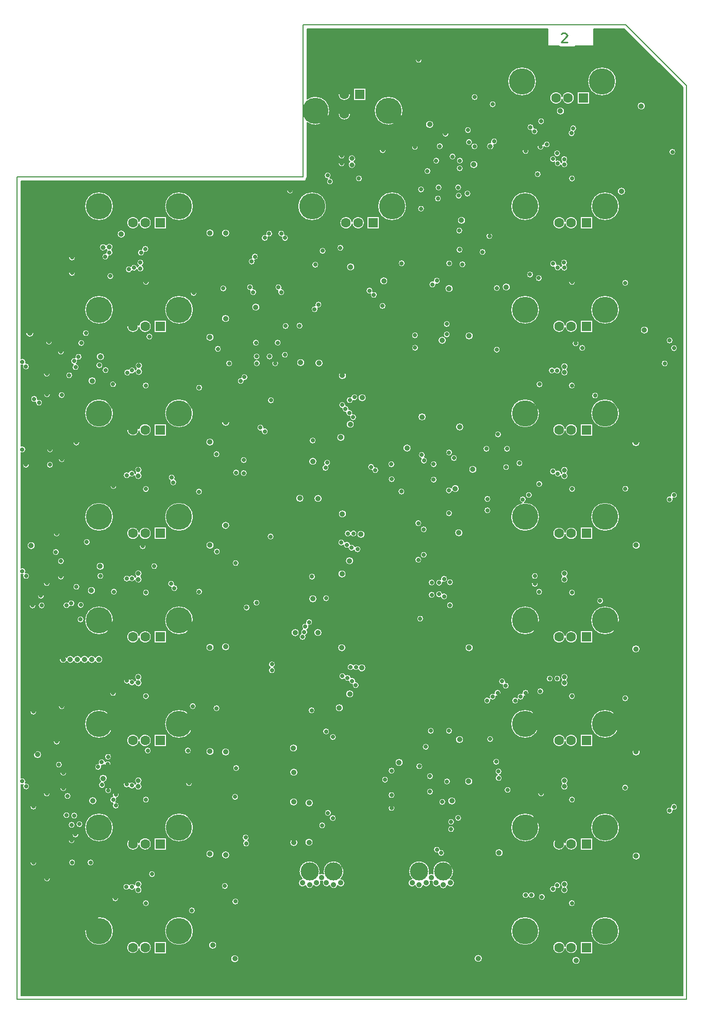
<source format=gbr>
%FSLAX35Y35*%
%MOIN*%
G04 EasyPC Gerber Version 18.0.8 Build 3632 *
%ADD25R,0.06299X0.06299*%
%ADD10C,0.00500*%
%ADD18C,0.00984*%
%ADD11C,0.01969*%
%ADD83C,0.02756*%
%ADD21C,0.03150*%
%ADD89C,0.03543*%
%ADD26C,0.06299*%
%ADD28C,0.11811*%
%ADD27C,0.16929*%
%ADD29C,0.23622*%
X0Y0D02*
D02*
D10*
X39370Y39370D02*
Y570866D01*
X224409*
Y669291*
X433071*
X472441Y629921*
Y39370*
X39370*
X41839Y568386D02*
Y453514D01*
G75*
G02X44764Y450621I878J-2037*
G01*
G75*
G02X47297Y448425I315J-2196*
G01*
G75*
G02X42860I-2219*
G01*
G75*
G02X43031Y449280I2218J0*
G01*
G75*
G02X41839Y449439I-315J2196*
G01*
Y396860*
G75*
G02X44935Y394823I878J-2037*
G01*
G75*
G02X41839Y392785I-2219*
G01*
Y318179*
G75*
G02X44706Y315160I878J-2038*
G01*
G75*
G02X47396Y312992I471J-2168*
G01*
G75*
G02X42959I-2219*
G01*
G75*
G02X43188Y313974I2219*
G01*
G75*
G02X41839Y314104I-472J2168*
G01*
Y182254*
G75*
G02X44646Y179122I878J-2037*
G01*
G75*
G02X47396Y176969I531J-2154*
G01*
G75*
G02X42959I-2219*
G01*
G75*
G02X43247Y178063I2219*
G01*
G75*
G02X41839Y178179I-531J2154*
G01*
Y41839*
X469972*
Y628899*
X432048Y666823*
X412126*
Y655551*
X400453*
G75*
G02X399587Y655085I-866J571*
G01*
X390728*
G75*
G02X389862Y655551J1037*
G01*
X382717*
Y666823*
X226878*
Y621409*
G75*
G02X232205Y623085I5327J-7630*
G01*
G75*
G02Y604474J-9305*
G01*
G75*
G02X226878Y606150J9306*
G01*
Y570866*
G75*
G02X226102Y569070I-2469*
G01*
Y568386*
X41839*
X42860Y384892D02*
G75*
G02X47297I2219D01*
G01*
G75*
G02X42860I-2219*
G01*
X44927Y469980D02*
G75*
G02X50152I2612D01*
G01*
G75*
G02X44927I-2612*
G01*
X45813Y332677D02*
G75*
G02X51037I2612D01*
G01*
G75*
G02X45813I-2612*
G01*
X47093Y293996D02*
G75*
G02X51530I2219D01*
G01*
G75*
G02X47093I-2219*
G01*
X47624Y127756D02*
G75*
G02X52061I2219D01*
G01*
G75*
G02X47624I-2219*
G01*
Y163937D02*
G75*
G02X52061I2219D01*
G01*
G75*
G02X47624I-2219*
G01*
Y225315D02*
G75*
G02X52061I2219D01*
G01*
G75*
G02X47624I-2219*
G01*
X49947Y197539D02*
G75*
G02X55171I2612D01*
G01*
G75*
G02X49947I-2612*
G01*
X51386Y425516D02*
G75*
G02X48136Y427480I-1031J1964D01*
G01*
G75*
G02X52573I2219*
G01*
G75*
G02X52512Y426964I-2219J1*
G01*
G75*
G02X55762Y425000I1031J-1964*
G01*
G75*
G02X51325I-2219*
G01*
G75*
G02X51386Y425516I2219J-1*
G01*
X52545Y300197D02*
G75*
G02X56982I2219D01*
G01*
G75*
G02X52545I-2219*
G01*
X52998Y293996D02*
G75*
G02X57435I2219D01*
G01*
G75*
G02X52998I-2219*
G01*
X56285Y172362D02*
G75*
G02X60722I2219D01*
G01*
G75*
G02X56285I-2219*
G01*
Y308386D02*
G75*
G02X60722I2219D01*
G01*
G75*
G02X56285I-2219*
G01*
Y443780D02*
G75*
G02X60722I2219D01*
G01*
G75*
G02X56285I-2219*
G01*
X56482Y117421D02*
G75*
G02X60919I2219D01*
G01*
G75*
G02X56482I-2219*
G01*
Y430433D02*
G75*
G02X60919I2219D01*
G01*
G75*
G02X56482I-2219*
G01*
X57722Y464469D02*
G75*
G02X62159I2219D01*
G01*
G75*
G02X57722I-2219*
G01*
X58352Y384892D02*
G75*
G02X62789I2219D01*
G01*
G75*
G02X58352I-2219*
G01*
X58392Y394843D02*
G75*
G02X62829I2219D01*
G01*
G75*
G02X58392I-2219*
G01*
X62191Y328445D02*
G75*
G02X66628I2219D01*
G01*
G75*
G02X62191I-2219*
G01*
X62703Y340453D02*
G75*
G02X67140I2219D01*
G01*
G75*
G02X62703I-2219*
G01*
X62742Y205906D02*
G75*
G02X67179I2219D01*
G01*
G75*
G02X62742I-2219*
G01*
X64120Y191043D02*
G75*
G02X68557I2219D01*
G01*
G75*
G02X64120I-2219*
G01*
X65439Y312618D02*
G75*
G02X69876I2219D01*
G01*
G75*
G02X65439I-2219*
G01*
Y322618D02*
G75*
G02X69876I2219D01*
G01*
G75*
G02X65439I-2219*
G01*
Y458012D02*
G75*
G02X69876I2219D01*
G01*
G75*
G02X65439I-2219*
G01*
X65931Y228819D02*
G75*
G02X70368I2219D01*
G01*
G75*
G02X65931I-2219*
G01*
Y388504D02*
G75*
G02X70368I2219D01*
G01*
G75*
G02X65931I-2219*
G01*
Y429961D02*
G75*
G02X70368I2219D01*
G01*
G75*
G02X65931I-2219*
G01*
X66974Y175807D02*
G75*
G02X71411I2219D01*
G01*
G75*
G02X66974I-2219*
G01*
Y185807D02*
G75*
G02X71411I2219D01*
G01*
G75*
G02X66974I-2219*
G01*
X69041Y158366D02*
G75*
G02X73478I2219D01*
G01*
G75*
G02X69041I-2219*
G01*
X69730Y170768D02*
G75*
G02X74167I2219D01*
G01*
G75*
G02X69730I-2219*
G01*
X70813Y442717D02*
G75*
G02X75250I2219D01*
G01*
G75*
G02X70813I-2219*
G01*
X71437Y257822D02*
G75*
G02X66522Y259055I-2303J1233D01*
G01*
G75*
G02X71437Y260288I2612*
G01*
G75*
G02X76043I2303J-1233*
G01*
G75*
G02X80650I2303J-1233*
G01*
G75*
G02X85256I2303J-1233*
G01*
G75*
G02X89862I2303J-1233*
G01*
G75*
G02X94778Y259055I2303J-1233*
G01*
G75*
G02X89862Y257822I-2612*
G01*
G75*
G02X85256I-2303J1233*
G01*
G75*
G02X80650I-2303J1233*
G01*
G75*
G02X76043I-2303J1233*
G01*
G75*
G02X71437I-2303J1233*
G01*
X72272Y295970D02*
G75*
G02X76628Y295374I2137J-596D01*
G01*
G75*
G02X73397Y293400I-2219*
G01*
G75*
G02X69041Y293996I-2137J596*
G01*
G75*
G02X72272Y295970I2219*
G01*
X72388Y142126D02*
G75*
G02X76825I2219D01*
G01*
G75*
G02X72388I-2219*
G01*
Y152067D02*
G75*
G02X76825I2219D01*
G01*
G75*
G02X72388I-2219*
G01*
X72585Y508858D02*
G75*
G02X77022I2219D01*
G01*
G75*
G02X72585I-2219*
G01*
Y518898D02*
G75*
G02X77022I2219D01*
G01*
G75*
G02X72585I-2219*
G01*
X72703Y127756D02*
G75*
G02X77140I2219D01*
G01*
G75*
G02X72703I-2219*
G01*
X74061Y158071D02*
G75*
G02X78498I2219D01*
G01*
G75*
G02X74061I-2219*
G01*
X74848Y145866D02*
G75*
G02X79285I2219D01*
G01*
G75*
G02X74848I-2219*
G01*
X75439Y306004D02*
G75*
G02X79876I2219D01*
G01*
G75*
G02X75439I-2219*
G01*
Y399311D02*
G75*
G02X79876I2219D01*
G01*
G75*
G02X75439I-2219*
G01*
X75779Y449755D02*
G75*
G02X74002Y451929I441J2174D01*
G01*
G75*
G02X76928Y454032I2219*
G01*
G75*
G02X76817Y454724I2107J693*
G01*
G75*
G02X81254I2219*
G01*
G75*
G02X78328Y452622I-2219*
G01*
G75*
G02X77567Y450166I-2107J-693*
G01*
G75*
G02X79344Y447992I-441J-2174*
G01*
G75*
G02X74907I-2219*
G01*
G75*
G02X75779Y449755I2219*
G01*
X77407Y152559D02*
G75*
G02X81844I2219D01*
G01*
G75*
G02X77407I-2219*
G01*
X78136Y284921D02*
G75*
G02X82573I2219D01*
G01*
G75*
G02X78136I-2219*
G01*
X78254Y294252D02*
G75*
G02X82691I2219D01*
G01*
G75*
G02X78254I-2219*
G01*
X78608Y463622D02*
G75*
G02X83045I2219D01*
G01*
G75*
G02X78608I-2219*
G01*
X81561Y469961D02*
G75*
G02X85998I2219D01*
G01*
G75*
G02X81561I-2219*
G01*
X82191Y334941D02*
G75*
G02X86628I2219D01*
G01*
G75*
G02X82191I-2219*
G01*
X84593Y127756D02*
G75*
G02X89030I2219D01*
G01*
G75*
G02X84593I-2219*
G01*
X84789Y303642D02*
G75*
G02X90014I2612D01*
G01*
G75*
G02X84789I-2612*
G01*
X85281Y439173D02*
G75*
G02X90506I2612D01*
G01*
G75*
G02X85281I-2612*
G01*
X85675Y167717D02*
G75*
G02X90900I2612D01*
G01*
G75*
G02X85675I-2612*
G01*
X90301Y449213D02*
G75*
G02X94738I2219D01*
G01*
G75*
G02X90301I-2219*
G01*
X90498Y319291D02*
G75*
G02X95722I2612D01*
G01*
G75*
G02X90498I-2612*
G01*
X90616Y454764D02*
G75*
G02X95841I2612D01*
G01*
G75*
G02X90616I-2612*
G01*
X90931Y312992D02*
G75*
G02X95368I2219D01*
G01*
G75*
G02X90931I-2219*
G01*
X92047Y191763D02*
G75*
G02X91876Y192618I2047J855D01*
G01*
G75*
G02X96291Y192932I2219*
G01*
G75*
G02X100053Y191339I1544J-1593*
G01*
G75*
G02X95639Y191025I-2219*
G01*
G75*
G02X93780Y190422I-1544J1593*
G01*
G75*
G02X93951Y189567I-2047J-855*
G01*
G75*
G02X89514I-2219*
G01*
G75*
G02X92047Y191763I2219*
G01*
X92323Y92809D02*
G75*
G02Y74199J-9305D01*
G01*
G75*
G02Y92809J9305*
G01*
Y159738D02*
G75*
G02Y141128J-9305D01*
G01*
G75*
G02Y159738J9305*
G01*
Y226667D02*
G75*
G02Y208057J-9305D01*
G01*
G75*
G02Y226667J9305*
G01*
Y293596D02*
G75*
G02Y274986J-9305D01*
G01*
G75*
G02Y293596J9305*
G01*
Y360526D02*
G75*
G02Y341915J-9305D01*
G01*
G75*
G02Y360526J9305*
G01*
Y427455D02*
G75*
G02Y408844J-9305D01*
G01*
G75*
G02Y427455J9305*
G01*
Y494384D02*
G75*
G02Y475774J-9305D01*
G01*
G75*
G02Y494384J9305*
G01*
Y561313D02*
G75*
G02Y542703J-9305D01*
G01*
G75*
G02Y561313J9305*
G01*
X93551Y179992D02*
G75*
G02X92388Y182165I1449J2174D01*
G01*
G75*
G02X97612I2612*
G01*
G75*
G02X95583Y179619I-2612*
G01*
G75*
G02X96431Y177874I-1370J-1745*
G01*
G75*
G02X91994I-2219*
G01*
G75*
G02X93551Y179992I2219*
G01*
X94356Y446063D02*
G75*
G02X98793I2219D01*
G01*
G75*
G02X94356I-2219*
G01*
X95911Y196161D02*
G75*
G02X100348I2219D01*
G01*
G75*
G02X95911I-2219*
G01*
X96010Y174488D02*
G75*
G02X100447I2219D01*
G01*
G75*
G02X96010I-2219*
G01*
X96871Y521660D02*
G75*
G02X96837Y522047I2185J388D01*
G01*
G75*
G02X97546Y523674I2219J0*
G01*
G75*
G02X97034Y524209I1469J1917*
G01*
G75*
G02X92585Y525512I-2034J1302*
G01*
G75*
G02X96981Y526893I2415*
G01*
G75*
G02X101431Y525591I2034J-1302*
G01*
G75*
G02X100528Y523707I-2415*
G01*
G75*
G02X98602Y519876I-1472J-1659*
G01*
G75*
G02X98636Y519488I-2185J-388*
G01*
G75*
G02X94199I-2219*
G01*
G75*
G02X96871Y521660I2219*
G01*
X97388Y506890D02*
G75*
G02X101825I2219D01*
G01*
G75*
G02X97388I-2219*
G01*
X99159Y237323D02*
G75*
G02X103596I2219D01*
G01*
G75*
G02X99159I-2219*
G01*
X99199Y436969D02*
G75*
G02X103636I2219D01*
G01*
G75*
G02X99199I-2219*
G01*
X99435Y371181D02*
G75*
G02X103872I2219D01*
G01*
G75*
G02X99435I-2219*
G01*
X99711Y302835D02*
G75*
G02X104148I2219D01*
G01*
G75*
G02X99711I-2219*
G01*
X100656Y104646D02*
G75*
G02X105093I2219D01*
G01*
G75*
G02X100656I-2219*
G01*
X101283Y170517D02*
G75*
G02X100970Y171654I1905J1136D01*
G01*
G75*
G02X105407I2219*
G01*
G75*
G02X103382Y169443I-2219*
G01*
G75*
G02X103090Y166785I-1906J-1136*
G01*
G75*
G02X105368Y164567I59J-2218*
G01*
G75*
G02X100931I-2219*
G01*
G75*
G02X101536Y166089I2219*
G01*
G75*
G02X101283Y170517I-59J2218*
G01*
X104081Y534016D02*
G75*
G02X109305I2612D01*
G01*
G75*
G02X104081I-2612*
G01*
X111433Y379978D02*
G75*
G02X115703Y379134I2052J-844D01*
G01*
G75*
G02X115702Y379066I-2220J4*
G01*
G75*
G02X116227Y379665I2054J-1270*
G01*
G75*
G02X115341Y381535I1529J1870*
G01*
G75*
G02X120171I2415*
G01*
G75*
G02X119285Y379665I-2415*
G01*
G75*
G02X120171Y377795I-1529J-1870*
G01*
G75*
G02X115341I-2415*
G01*
G75*
G02X115344Y377924I2418J-2*
G01*
G75*
G02X112288Y377266I-1860J1209*
G01*
G75*
G02X108018Y378110I-2052J844*
G01*
G75*
G02X111433Y379978I2219*
G01*
X111513Y243396D02*
G75*
G02X108116Y245276I-1178J1880D01*
G01*
G75*
G02X112405Y246073I2219*
G01*
G75*
G02X115623Y245063I1178J-1880*
G01*
G75*
G02X116188Y245728I2093J-1205*
G01*
G75*
G02X115301Y247598I1529J1870*
G01*
G75*
G02X120132I2415*
G01*
G75*
G02X119245Y245728I-2415*
G01*
G75*
G02X120132Y243858I-1529J-1870*
G01*
G75*
G02X115457Y243006I-2415*
G01*
G75*
G02X111513Y243396I-1874J1187*
G01*
X111556Y446504D02*
G75*
G02X115890Y446070I2125J-638D01*
G01*
G75*
G02X116581Y446988I2220J-952*
G01*
G75*
G02X115695Y448858I1529J1870*
G01*
G75*
G02X120526I2415*
G01*
G75*
G02X119639Y446988I-2415*
G01*
G75*
G02X120526Y445118I-1529J-1870*
G01*
G75*
G02X115701Y444948I-2415*
G01*
G75*
G02X112755Y443850I-2020J918*
G01*
G75*
G02X108411Y444488I-2125J638*
G01*
G75*
G02X111556Y446504I2219*
G01*
X111617Y176531D02*
G75*
G02X108018Y178268I-1380J1737D01*
G01*
G75*
G02X112202Y179296I2219*
G01*
G75*
G02X115697Y178231I1380J-1737*
G01*
G75*
G02X116227Y178839I2059J-1263*
G01*
G75*
G02X115341Y180709I1529J1870*
G01*
G75*
G02X120171I2415*
G01*
G75*
G02X119285Y178839I-2415*
G01*
G75*
G02X120171Y176969I-1529J-1870*
G01*
G75*
G02X115428Y176327I-2415*
G01*
G75*
G02X111617Y176531I-1845J1232*
G01*
X111811Y110672D02*
G75*
G02X107821Y112008I-1772J1335D01*
G01*
G75*
G02X111811Y113343I2219*
G01*
G75*
G02X115390Y113295I1772J-1335*
G01*
G75*
G02X115341Y113780I2367J485*
G01*
G75*
G02X120171I2415*
G01*
G75*
G02X119285Y111909I-2415*
G01*
G75*
G02X120171Y110039I-1529J-1870*
G01*
G75*
G02X115341I-2415*
G01*
G75*
G02X115489Y110873I2415*
G01*
G75*
G02X111811Y110672I-1906J1135*
G01*
X111867Y312823D02*
G75*
G02X115697Y312089I1716J-1406D01*
G01*
G75*
G02X116227Y312697I2059J-1263*
G01*
G75*
G02X115341Y314567I1529J1870*
G01*
G75*
G02X120171I2415*
G01*
G75*
G02X119285Y312697I-2415*
G01*
G75*
G02X120171Y310827I-1529J-1870*
G01*
G75*
G02X115428Y310185I-2415*
G01*
G75*
G02X111952Y309913I-1845J1232*
G01*
G75*
G02X108018Y311319I-1716J1406*
G01*
G75*
G02X111867Y312823I2219*
G01*
X112900Y513028D02*
G75*
G02X117122Y512707I2060J-823D01*
G01*
G75*
G02X118034Y513642I1973J-1014*
G01*
G75*
G02X116876Y515591I1060J1949*
G01*
G75*
G02X121313I2219*
G01*
G75*
G02X120155Y513642I-2219*
G01*
G75*
G02X121313Y511693I-1060J-1949*
G01*
G75*
G02X116933Y511191I-2219*
G01*
G75*
G02X113674Y510397I-1973J1014*
G01*
G75*
G02X109396Y511220I-2060J823*
G01*
G75*
G02X112900Y513028I2219*
G01*
X118189Y72185D02*
G75*
G02X110262Y72835I-3937J649D01*
G01*
G75*
G02X118189Y73484I3990*
G01*
G75*
G02X126116Y72835I3937J-649*
G01*
G75*
G02X118189Y72185I-3990*
G01*
Y139115D02*
G75*
G02X110262Y139764I-3937J649D01*
G01*
G75*
G02X118189Y140413I3990*
G01*
G75*
G02X126116Y139764I3937J-649*
G01*
G75*
G02X118189Y139115I-3990*
G01*
Y206044D02*
G75*
G02X110262Y206693I-3937J649D01*
G01*
G75*
G02X118189Y207342I3990*
G01*
G75*
G02X126116Y206693I3937J-649*
G01*
G75*
G02X118189Y206044I-3990*
G01*
Y272973D02*
G75*
G02X110262Y273622I-3937J649D01*
G01*
G75*
G02X118189Y274271I3990*
G01*
G75*
G02X126116Y273622I3937J-649*
G01*
G75*
G02X118189Y272973I-3990*
G01*
Y339902D02*
G75*
G02X110262Y340551I-3937J649D01*
G01*
G75*
G02X118189Y341200I3990*
G01*
G75*
G02X126116Y340551I3937J-649*
G01*
G75*
G02X118189Y339902I-3990*
G01*
Y406831D02*
G75*
G02X110262Y407480I-3937J649D01*
G01*
G75*
G02X118189Y408130I3990*
G01*
G75*
G02X126116Y407480I3937J-649*
G01*
G75*
G02X118189Y406831I-3990*
G01*
Y473760D02*
G75*
G02X110262Y474409I-3937J649D01*
G01*
G75*
G02X118189Y475059I3990*
G01*
G75*
G02X126116Y474409I3937J-649*
G01*
G75*
G02X118189Y473760I-3990*
G01*
Y540689D02*
G75*
G02X110262Y541339I-3937J649D01*
G01*
G75*
G02X118189Y541988I3990*
G01*
G75*
G02X126116Y541339I3937J-649*
G01*
G75*
G02X118189Y540689I-3990*
G01*
X118352Y332283D02*
G75*
G02X122789I2219D01*
G01*
G75*
G02X118352I-2219*
G01*
X120094Y524091D02*
G75*
G02X120065Y524449I2191J358D01*
G01*
G75*
G02X124502I2219*
G01*
G75*
G02X121638Y522326I-2219*
G01*
G75*
G02X121667Y521969I-2191J-358*
G01*
G75*
G02X117230I-2219*
G01*
G75*
G02X120094Y524091I2219*
G01*
X120321Y436122D02*
G75*
G02X124758I2219D01*
G01*
G75*
G02X120321I-2219*
G01*
X120419Y101476D02*
G75*
G02X124856I2219D01*
G01*
G75*
G02X120419I-2219*
G01*
Y168406D02*
G75*
G02X124856I2219D01*
G01*
G75*
G02X120419I-2219*
G01*
Y235335D02*
G75*
G02X124856I2219D01*
G01*
G75*
G02X120419I-2219*
G01*
Y302283D02*
G75*
G02X124856I2219D01*
G01*
G75*
G02X120419I-2219*
G01*
Y369193D02*
G75*
G02X124856I2219D01*
G01*
G75*
G02X120419I-2219*
G01*
X120478Y503130D02*
G75*
G02X124915I2219D01*
G01*
G75*
G02X120478I-2219*
G01*
X121600Y200118D02*
G75*
G02X126037I2219D01*
G01*
G75*
G02X121600I-2219*
G01*
X122687Y467720D02*
G75*
G02X127124I2219D01*
G01*
G75*
G02X122687I-2219*
G01*
X124356Y120276D02*
G75*
G02X128793I2219D01*
G01*
G75*
G02X124356I-2219*
G01*
X125813Y319331D02*
G75*
G02X130250I2219D01*
G01*
G75*
G02X125813I-2219*
G01*
X135959Y76825D02*
Y68844D01*
X127978*
Y76825*
X135959*
Y143754D02*
Y135774D01*
X127978*
Y143754*
X135959*
Y210683D02*
Y202703D01*
X127978*
Y210683*
X135959*
Y277612D02*
Y269632D01*
X127978*
Y277612*
X135959*
Y344541D02*
Y336561D01*
X127978*
Y344541*
X135959*
Y411470D02*
Y403490D01*
X127978*
Y411470*
X135959*
Y478400D02*
Y470419D01*
X127978*
Y478400*
X135959*
Y545329D02*
Y537348D01*
X127978*
Y545329*
X135959*
X138449Y374641D02*
G75*
G02X137073Y376693I842J2052D01*
G01*
G75*
G02X141510I2219*
G01*
G75*
G02X141196Y375556I-2219J0*
G01*
G75*
G02X142573Y373504I-842J-2052*
G01*
G75*
G02X138136I-2219*
G01*
G75*
G02X138449Y374641I2219*
G01*
X138912Y305734D02*
G75*
G02X136719Y307953I25J2219D01*
G01*
G75*
G02X141156I2219*
G01*
G75*
G02X141068Y307337I-2218J0*
G01*
G75*
G02X143262Y305118I-25J-2219*
G01*
G75*
G02X138825I-2219*
G01*
G75*
G02X138912Y305734I2218J0*
G01*
X144055Y92809D02*
G75*
G02Y74199J-9305D01*
G01*
G75*
G02Y92809J9305*
G01*
Y159738D02*
G75*
G02Y141128J-9305D01*
G01*
G75*
G02Y159738J9305*
G01*
Y226667D02*
G75*
G02Y208057J-9305D01*
G01*
G75*
G02Y226667J9305*
G01*
Y293596D02*
G75*
G02Y274986J-9305D01*
G01*
G75*
G02Y293596J9305*
G01*
Y360526D02*
G75*
G02Y341915J-9305D01*
G01*
G75*
G02Y360526J9305*
G01*
Y427455D02*
G75*
G02Y408844J-9305D01*
G01*
G75*
G02Y427455J9305*
G01*
Y494384D02*
G75*
G02Y475774J-9305D01*
G01*
G75*
G02Y494384J9305*
G01*
Y561313D02*
G75*
G02Y542703J-9305D01*
G01*
G75*
G02Y561313J9305*
G01*
X147585Y200118D02*
G75*
G02X152022I2219D01*
G01*
G75*
G02X147585I-2219*
G01*
X148274Y179055D02*
G75*
G02X152711I2219D01*
G01*
G75*
G02X148274I-2219*
G01*
X150144Y96752D02*
G75*
G02X154581I2219D01*
G01*
G75*
G02X150144I-2219*
G01*
X150734Y228839D02*
G75*
G02X155171I2219D01*
G01*
G75*
G02X150734I-2219*
G01*
X151325Y495965D02*
G75*
G02X155762I2219D01*
G01*
G75*
G02X151325I-2219*
G01*
X154770Y367520D02*
G75*
G02X159207I2219D01*
G01*
G75*
G02X154770I-2219*
G01*
X154868Y302854D02*
G75*
G02X159305I2219D01*
G01*
G75*
G02X154868I-2219*
G01*
Y434744D02*
G75*
G02X159305I2219D01*
G01*
G75*
G02X154868I-2219*
G01*
X161404Y399567D02*
G75*
G02X166628I2612D01*
G01*
G75*
G02X161404I-2612*
G01*
X161463Y133268D02*
G75*
G02X166687I2612D01*
G01*
G75*
G02X161463I-2612*
G01*
X161482Y199528D02*
G75*
G02X166707I2612D01*
G01*
G75*
G02X161482I-2612*
G01*
Y266850D02*
G75*
G02X166707I2612D01*
G01*
G75*
G02X161482I-2612*
G01*
Y332874D02*
G75*
G02X166707I2612D01*
G01*
G75*
G02X161482I-2612*
G01*
Y467331D02*
G75*
G02X166707I2612D01*
G01*
G75*
G02X161482I-2612*
G01*
Y534724D02*
G75*
G02X166707I2612D01*
G01*
G75*
G02X161482I-2612*
G01*
X163234Y74311D02*
G75*
G02X168459I2612D01*
G01*
G75*
G02X163234I-2612*
G01*
X166089Y227480D02*
G75*
G02X170526I2219D01*
G01*
G75*
G02X166089I-2219*
G01*
Y391732D02*
G75*
G02X170526I2219D01*
G01*
G75*
G02X166089I-2219*
G01*
X166325Y328780D02*
G75*
G02X170762I2219D01*
G01*
G75*
G02X166325I-2219*
G01*
X166955Y459803D02*
G75*
G02X171392I2219D01*
G01*
G75*
G02X166955I-2219*
G01*
X170498Y498858D02*
G75*
G02X174935I2219D01*
G01*
G75*
G02X170498I-2219*
G01*
X171502Y112598D02*
G75*
G02X175939I2219D01*
G01*
G75*
G02X171502I-2219*
G01*
X171600Y132677D02*
G75*
G02X176825I2612D01*
G01*
G75*
G02X171600I-2612*
G01*
Y199213D02*
G75*
G02X176825I2612D01*
G01*
G75*
G02X171600I-2612*
G01*
Y267205D02*
G75*
G02X176825I2612D01*
G01*
G75*
G02X171600I-2612*
G01*
Y345669D02*
G75*
G02X176825I2612D01*
G01*
G75*
G02X171600I-2612*
G01*
Y412323D02*
G75*
G02X176825I2612D01*
G01*
G75*
G02X171600I-2612*
G01*
Y479429D02*
G75*
G02X176825I2612D01*
G01*
G75*
G02X171600I-2612*
G01*
Y534646D02*
G75*
G02X176825I2612D01*
G01*
G75*
G02X171600I-2612*
G01*
X174238Y450394D02*
G75*
G02X178675I2219D01*
G01*
G75*
G02X174238I-2219*
G01*
X177506Y65551D02*
G75*
G02X182730I2612D01*
G01*
G75*
G02X177506I-2612*
G01*
X178096Y170197D02*
G75*
G02X182533I2219D01*
G01*
G75*
G02X178096I-2219*
G01*
X178293Y102559D02*
G75*
G02X182730I2219D01*
G01*
G75*
G02X178293I-2219*
G01*
X178451Y321339D02*
G75*
G02X182888I2219D01*
G01*
G75*
G02X178451I-2219*
G01*
X178766Y379843D02*
G75*
G02X183203I2219D01*
G01*
G75*
G02X178766I-2219*
G01*
X178805Y188819D02*
G75*
G02X183242I2219D01*
G01*
G75*
G02X178805I-2219*
G01*
X183687Y379488D02*
G75*
G02X188124I2219D01*
G01*
G75*
G02X183687I-2219*
G01*
Y387953D02*
G75*
G02X188124I2219D01*
G01*
G75*
G02X183687I-2219*
G01*
X184217Y441256D02*
G75*
G02X184199Y441535I2201J280D01*
G01*
G75*
G02X188636I2219*
G01*
G75*
G02X186138Y439335I-2219*
G01*
G75*
G02X186156Y439055I-2201J-280*
G01*
G75*
G02X181719I-2219*
G01*
G75*
G02X184217Y441256I2219*
G01*
X185537Y292598D02*
G75*
G02X189974I2219D01*
G01*
G75*
G02X185537I-2219*
G01*
X186262Y141854D02*
G75*
G02X184907Y143898I864J2043D01*
G01*
G75*
G02X189344I2219*
G01*
G75*
G02X188344Y142043I-2219*
G01*
G75*
G02X189699Y140000I-864J-2043*
G01*
G75*
G02X185262I-2219*
G01*
G75*
G02X186262Y141854I2219*
G01*
X190094Y497431D02*
G75*
G02X187742Y499646I-133J2215D01*
G01*
G75*
G02X192179I2219*
G01*
G75*
G02X191954Y498671I-2219J0*
G01*
G75*
G02X194305Y496457I133J-2215*
G01*
G75*
G02X189868I-2219*
G01*
G75*
G02X190094Y497431I2219J0*
G01*
X191104Y486819D02*
G75*
G02X196329I2612D01*
G01*
G75*
G02X191104I-2612*
G01*
X191157Y518514D02*
G75*
G02X190931Y519488I1993J975D01*
G01*
G75*
G02X195368I2219*
G01*
G75*
G02X193017Y517274I-2219*
G01*
G75*
G02X193242Y516299I-1993J-975*
G01*
G75*
G02X188805I-2219*
G01*
G75*
G02X191157Y518514I2219*
G01*
X191569Y463823D02*
G75*
G02X196006I2219D01*
G01*
G75*
G02X191569I-2219*
G01*
X191915Y295748D02*
G75*
G02X196352I2219D01*
G01*
G75*
G02X191915I-2219*
G01*
X194071Y452710D02*
G75*
G02X192033Y454921I181J2211D01*
G01*
G75*
G02X196470I2219*
G01*
G75*
G02X194551Y452723I-2219*
G01*
G75*
G02X196589Y450512I-181J-2211*
G01*
G75*
G02X192152I-2219*
G01*
G75*
G02X194071Y452710I2219*
G01*
X197338Y406815D02*
G75*
G02X194474Y408937I-645J2122D01*
G01*
G75*
G02X198911I2219*
G01*
G75*
G02X198882Y408579I-2220J0*
G01*
G75*
G02X201746Y406457I645J-2122*
G01*
G75*
G02X197309I-2219*
G01*
G75*
G02X197338Y406815I2220J0*
G01*
X200272Y533625D02*
G75*
G02X200144Y534370I2089J745D01*
G01*
G75*
G02X204581I2219*
G01*
G75*
G02X201617Y532280I-2219*
G01*
G75*
G02X201746Y531535I-2090J-745*
G01*
G75*
G02X197309I-2219*
G01*
G75*
G02X200272Y533625I2219*
G01*
X200419Y454921D02*
G75*
G02X204856I2219D01*
G01*
G75*
G02X200419I-2219*
G01*
X201089Y338504D02*
G75*
G02X205526I2219D01*
G01*
G75*
G02X201089I-2219*
G01*
X201285Y426575D02*
G75*
G02X205722I2219D01*
G01*
G75*
G02X201285I-2219*
G01*
X203074Y253917D02*
G75*
G02X201915Y255866I1060J1949D01*
G01*
G75*
G02X206352I2219*
G01*
G75*
G02X205194Y253917I-2219*
G01*
G75*
G02X206352Y251969I-1060J-1949*
G01*
G75*
G02X201915I-2219*
G01*
G75*
G02X203074Y253917I2219*
G01*
X204041Y450512D02*
G75*
G02X208478I2219D01*
G01*
G75*
G02X204041I-2219*
G01*
X205656Y463823D02*
G75*
G02X210093I2219D01*
G01*
G75*
G02X205656I-2219*
G01*
X208168Y497438D02*
G75*
G02X206167Y499646I218J2208D01*
G01*
G75*
G02X210604I2219*
G01*
G75*
G02X210376Y498665I-2218*
G01*
G75*
G02X212376Y496457I-218J-2208*
G01*
G75*
G02X207939I-2219*
G01*
G75*
G02X208168Y497438I2218*
G01*
X210301Y456024D02*
G75*
G02X214738I2219D01*
G01*
G75*
G02X210301I-2219*
G01*
X210515Y532181D02*
G75*
G02X207939Y534370I-358J2189D01*
G01*
G75*
G02X212376I2219*
G01*
G75*
G02X212280Y533725I-2219J0*
G01*
G75*
G02X214856Y531535I358J-2189*
G01*
G75*
G02X210419I-2219*
G01*
G75*
G02X210515Y532181I2219J0*
G01*
X210774Y474606D02*
G75*
G02X215211I2219D01*
G01*
G75*
G02X210774I-2219*
G01*
X213608Y562165D02*
G75*
G02X218045I2219D01*
G01*
G75*
G02X213608I-2219*
G01*
X215498Y201772D02*
G75*
G02X220722I2612D01*
G01*
G75*
G02X215498I-2612*
G01*
X215596Y166929D02*
G75*
G02X220821I2612D01*
G01*
G75*
G02X215596I-2612*
G01*
X215695Y140650D02*
G75*
G02X220919I2612D01*
G01*
G75*
G02X215695I-2612*
G01*
Y186122D02*
G75*
G02X220919I2612D01*
G01*
G75*
G02X215695I-2612*
G01*
X216581Y276378D02*
G75*
G02X221805I2612D01*
G01*
G75*
G02X216581I-2612*
G01*
X219593Y363228D02*
G75*
G02X224817I2612D01*
G01*
G75*
G02X219593I-2612*
G01*
X219789Y474764D02*
G75*
G02X224226I2219D01*
G01*
G75*
G02X219789I-2219*
G01*
X220124Y450984D02*
G75*
G02X225348I2612D01*
G01*
G75*
G02X220124I-2612*
G01*
X223134Y275635D02*
G75*
G02X224131Y278796I1905J1137D01*
G01*
G75*
G02X226106Y282504I1617J1519*
G01*
G75*
G02X226010Y283150I2123J646*
G01*
G75*
G02X230447I2219*
G01*
G75*
G02X227870Y280960I-2219*
G01*
G75*
G02X226656Y278291I-2122J-645*
G01*
G75*
G02X225881Y274719I-1617J-1519*
G01*
G75*
G02X226195Y273583I-1905J-1137*
G01*
G75*
G02X221758I-2219*
G01*
G75*
G02X223134Y275635I2219*
G01*
X223767Y117206D02*
G75*
G02X221719Y122047I4698J4842D01*
G01*
G75*
G02X235211I6746*
G01*
G75*
G02X235007Y120402I-6746J0*
G01*
G75*
G02X237513I1253J-2292*
G01*
G75*
G02X237309Y122047I6542J1644*
G01*
G75*
G02X250801I6746*
G01*
G75*
G02X248753Y117206I-6746*
G01*
G75*
G02X251285Y114594I-80J-2611*
G01*
G75*
G02X246633Y112963I-2612*
G01*
G75*
G02X241477I-2578J422*
G01*
G75*
G02X237032Y115615I-2040J1631*
G01*
G75*
G02X235487I-772J2495*
G01*
G75*
G02X231043Y112963I-2405J-1020*
G01*
G75*
G02X225887I-2578J422*
G01*
G75*
G02X221234Y114594I-2040J1631*
G01*
G75*
G02X223767Y117206I2612*
G01*
X225537Y140846D02*
G75*
G02X230762I2612D01*
G01*
G75*
G02X225537I-2612*
G01*
X225636Y166240D02*
G75*
G02X230860I2612D01*
G01*
G75*
G02X225636I-2612*
G01*
X227585Y226142D02*
G75*
G02X232022I2219D01*
G01*
G75*
G02X227585I-2219*
G01*
X227860Y312598D02*
G75*
G02X232297I2219D01*
G01*
G75*
G02X227860I-2219*
G01*
X227998Y298228D02*
G75*
G02X233222I2612D01*
G01*
G75*
G02X227998I-2612*
G01*
Y387106D02*
G75*
G02X233222I2612D01*
G01*
G75*
G02X227998I-2612*
G01*
X228293Y400551D02*
G75*
G02X232730I2219D01*
G01*
G75*
G02X228293I-2219*
G01*
X229947Y514213D02*
G75*
G02X234384I2219D01*
G01*
G75*
G02X229947I-2219*
G01*
X230118Y561313D02*
G75*
G02Y542703J-9305D01*
G01*
G75*
G02Y561313J9305*
G01*
X231285Y276417D02*
G75*
G02X236510I2612D01*
G01*
G75*
G02X231285I-2612*
G01*
X231344Y363091D02*
G75*
G02X236569I2612D01*
G01*
G75*
G02X231344I-2612*
G01*
X231994Y450630D02*
G75*
G02X237219I2612D01*
G01*
G75*
G02X231994I-2612*
G01*
X232172Y487655D02*
G75*
G02X232033Y488425I2080J771D01*
G01*
G75*
G02X236470I2219*
G01*
G75*
G02X233852Y486243I-2219*
G01*
G75*
G02X233990Y485472I-2080J-771*
G01*
G75*
G02X229553I-2219*
G01*
G75*
G02X232172Y487655I2219*
G01*
X234396Y151732D02*
G75*
G02X238833I2219D01*
G01*
G75*
G02X234396I-2219*
G01*
X234691Y523209D02*
G75*
G02X239128I2219D01*
G01*
G75*
G02X234691I-2219*
G01*
X236955Y212500D02*
G75*
G02X241392I2219D01*
G01*
G75*
G02X236955I-2219*
G01*
Y298622D02*
G75*
G02X241392I2219D01*
G01*
G75*
G02X236955I-2219*
G01*
X238034Y384963D02*
G75*
G02X237644Y386220I1828J1257D01*
G01*
G75*
G02X242081I2219*
G01*
G75*
G02X240607Y384131I-2219*
G01*
G75*
G02X240998Y382874I-1828J-1257*
G01*
G75*
G02X236561I-2219*
G01*
G75*
G02X238034Y384963I2219*
G01*
X238175Y159843D02*
G75*
G02X242612I2219D01*
G01*
G75*
G02X238175I-2219*
G01*
X240258Y569752D02*
G75*
G02X237939Y571969I-101J2216D01*
G01*
G75*
G02X242376I2219*
G01*
G75*
G02X241533Y570228I-2219*
G01*
G75*
G02X243852Y568012I101J-2216*
G01*
G75*
G02X239415I-2219*
G01*
G75*
G02X240258Y569752I2219*
G01*
X241285Y156496D02*
G75*
G02X245722I2219D01*
G01*
G75*
G02X241285I-2219*
G01*
X241364Y208898D02*
G75*
G02X245801I2219D01*
G01*
G75*
G02X241364I-2219*
G01*
X245124Y227756D02*
G75*
G02X250348I2612D01*
G01*
G75*
G02X245124I-2612*
G01*
X246089Y402559D02*
G75*
G02X251313I2612D01*
G01*
G75*
G02X246089I-2612*
G01*
X246207Y525157D02*
G75*
G02X250644I2219D01*
G01*
G75*
G02X246207I-2219*
G01*
X246699Y266634D02*
G75*
G02X251923I2612D01*
G01*
G75*
G02X246699I-2612*
G01*
X246876Y314331D02*
G75*
G02X252100I2612D01*
G01*
G75*
G02X246876I-2612*
G01*
X246994Y579724D02*
G75*
G02X251431I2219D01*
G01*
G75*
G02X246994I-2219*
G01*
Y584685D02*
G75*
G02X251431I2219D01*
G01*
G75*
G02X246994I-2219*
G01*
Y611811D02*
G75*
G02X254974I3990D01*
G01*
G75*
G02X246994I-3990*
G01*
Y624409D02*
G75*
G02X254974I3990D01*
G01*
G75*
G02X246994I-3990*
G01*
X247112Y442559D02*
G75*
G02X252337I2612D01*
G01*
G75*
G02X247112I-2612*
G01*
X247152Y353110D02*
G75*
G02X252376I2612D01*
G01*
G75*
G02X247152I-2612*
G01*
X249580Y421305D02*
G75*
G02X247388Y423524I27J2219D01*
G01*
G75*
G02X251825I2219*
G01*
G75*
G02X251798Y423183I-2218J0*
G01*
G75*
G02X253990Y420965I-27J-2219*
G01*
G75*
G02X253963Y420617I-2219J-1*
G01*
G75*
G02X256276Y417829I171J-2211*
G01*
G75*
G02X258911Y415650I417J-2179*
G01*
G75*
G02X254474I-2219*
G01*
G75*
G02X254551Y416226I2218J0*
G01*
G75*
G02X251915Y418406I-417J2179*
G01*
G75*
G02X251943Y418753I2219J1*
G01*
G75*
G02X249553Y420965I-171J2212*
G01*
G75*
G02X249580Y421305I2217J0*
G01*
X250466Y332967D02*
G75*
G02X246797Y334646I-1450J1679D01*
G01*
G75*
G02X251227Y334828I2219*
G01*
G75*
G02X254886Y333359I1450J-1679*
G01*
G75*
G02X257856Y331859I823J-2060*
G01*
G75*
G02X261667Y330315I1593J-1544*
G01*
G75*
G02X257302Y329756I-2219*
G01*
G75*
G02X253500Y331089I-1593J1544*
G01*
G75*
G02X250466Y332967I-823J2060*
G01*
X250938Y246371D02*
G75*
G02X247506Y248228I-1214J1857D01*
G01*
G75*
G02X251837Y248904I2219*
G01*
G75*
G02X255266Y247171I1214J-1857*
G01*
G75*
G02X258173Y244613I738J-2093*
G01*
G75*
G02X260565Y242402I173J-2212*
G01*
G75*
G02X256128I-2219*
G01*
G75*
G02X256177Y242867I2218J1*
G01*
G75*
G02X253789Y244955I-173J2212*
G01*
G75*
G02X250938Y246371I-738J2092*
G01*
X251719Y322835D02*
G75*
G02X256943I2612D01*
G01*
G75*
G02X251719I-2612*
G01*
X251837Y236732D02*
G75*
G02X257061I2612D01*
G01*
G75*
G02X251837I-2612*
G01*
X252191Y411063D02*
G75*
G02X257415I2612D01*
G01*
G75*
G02X252191I-2612*
G01*
X252407Y512795D02*
G75*
G02X257632I2612D01*
G01*
G75*
G02X252407I-2612*
G01*
X254578Y580856D02*
G75*
G02X253490Y582874I1328J2018D01*
G01*
G75*
G02X258321I2415*
G01*
G75*
G02X257233Y580856I-2415*
G01*
G75*
G02X258321Y578839I-1328J-2018*
G01*
G75*
G02X253490I-2415*
G01*
G75*
G02X254578Y580856I2415*
G01*
X255052Y341696D02*
G75*
G02X259108Y340453I1837J-1243D01*
G01*
G75*
G02X255066Y339190I-2219*
G01*
G75*
G02X251010Y340433I-1837J1243*
G01*
G75*
G02X255052Y341696I2219*
G01*
X255269Y428715D02*
G75*
G02X259699Y428543I2212J-172D01*
G01*
G75*
G02X256661Y426482I-2219*
G01*
G75*
G02X252230Y426654I-2212J172*
G01*
G75*
G02X255269Y428715I2219*
G01*
X255984Y540689D02*
G75*
G02X248057Y541339I-3937J649D01*
G01*
G75*
G02X255984Y541988I3990*
G01*
G75*
G02X263911Y541339I3937J-649*
G01*
G75*
G02X255984Y540689I-3990*
G01*
X256702Y252688D02*
G75*
G02X252801Y254134I-1683J1446D01*
G01*
G75*
G02X256782Y255481I2219*
G01*
G75*
G02X260286Y255302I1683J-1446*
G01*
G75*
G02X264915Y253642I2017J-1660*
G01*
G75*
G02X259991Y252426I-2612*
G01*
G75*
G02X256702Y252688I-1527J1610*
G01*
X256837Y620419D02*
Y628400D01*
X264817*
Y620419*
X256837*
X258215Y569980D02*
G75*
G02X262652I2219D01*
G01*
G75*
G02X258215I-2219*
G01*
X259100Y339961D02*
G75*
G02X264325I2612D01*
G01*
G75*
G02X259100I-2612*
G01*
X259907Y428228D02*
G75*
G02X265132I2612D01*
G01*
G75*
G02X259907I-2612*
G01*
X267950Y495430D02*
G75*
G02X264986Y497520I-745J2090D01*
G01*
G75*
G02X269423I2219*
G01*
G75*
G02X269294Y496775I-2219*
G01*
G75*
G02X272258Y494685I745J-2090*
G01*
G75*
G02X267821I-2219*
G01*
G75*
G02X267950Y495430I2218*
G01*
X268845Y381362D02*
G75*
G02X266049Y383504I-577J2142D01*
G01*
G75*
G02X270486Y383540I2219*
G01*
G75*
G02X273281Y381398I577J-2142*
G01*
G75*
G02X268845Y381362I-2219*
G01*
X273470Y487598D02*
G75*
G02X277907I2219D01*
G01*
G75*
G02X273470I-2219*
G01*
X273569Y588287D02*
G75*
G02X278006I2219D01*
G01*
G75*
G02X273569I-2219*
G01*
X273754Y545329D02*
Y537348D01*
X265774*
Y545329*
X273754*
X273884Y503740D02*
G75*
G02X279108I2612D01*
G01*
G75*
G02X273884I-2612*
G01*
X275065Y181339D02*
G75*
G02X279502I2219D01*
G01*
G75*
G02X275065I-2219*
G01*
X279179Y385236D02*
G75*
G02X283616I2219D01*
G01*
G75*
G02X279179I-2219*
G01*
X279278Y162992D02*
G75*
G02X283715I2219D01*
G01*
G75*
G02X279278I-2219*
G01*
Y171358D02*
G75*
G02X283715I2219D01*
G01*
G75*
G02X279278I-2219*
G01*
Y187106D02*
G75*
G02X283715I2219D01*
G01*
G75*
G02X279278I-2219*
G01*
X279376Y375591D02*
G75*
G02X283813I2219D01*
G01*
G75*
G02X279376I-2219*
G01*
X279606Y604474D02*
G75*
G02Y623085J9305D01*
G01*
G75*
G02Y604474J-9305*
G01*
X281850Y561313D02*
G75*
G02Y542703J-9305D01*
G01*
G75*
G02Y561313J9305*
G01*
X283805Y192421D02*
G75*
G02X289030I2612D01*
G01*
G75*
G02X283805I-2612*
G01*
X285675Y367618D02*
G75*
G02X290112I2219D01*
G01*
G75*
G02X285675I-2219*
G01*
X285872Y515157D02*
G75*
G02X290309I2219D01*
G01*
G75*
G02X285872I-2219*
G01*
X288923Y395669D02*
G75*
G02X294148I2612D01*
G01*
G75*
G02X288923I-2612*
G01*
X294396Y590354D02*
G75*
G02X298833I2219D01*
G01*
G75*
G02X294396I-2219*
G01*
X294435Y468602D02*
G75*
G02X298872I2219D01*
G01*
G75*
G02X294435I-2219*
G01*
X294533Y460531D02*
G75*
G02X298970I2219D01*
G01*
G75*
G02X294533I-2219*
G01*
X294636Y117202D02*
G75*
G02X292585Y122047I4694J4845D01*
G01*
G75*
G02X306077I6746*
G01*
G75*
G02X305861Y120355I-6746J0*
G01*
G75*
G02X308368Y120445I1336J-2245*
G01*
G75*
G02X308175Y122047I6552J1602*
G01*
G75*
G02X321667I6746*
G01*
G75*
G02X319620Y117207I-6746*
G01*
G75*
G02X322222Y114594I-10J-2612*
G01*
G75*
G02X317570Y112963I-2612*
G01*
G75*
G02X312414I-2578J422*
G01*
G75*
G02X307969Y115615I-2040J1631*
G01*
G75*
G02X306424I-772J2495*
G01*
G75*
G02X301980Y112963I-2405J-1020*
G01*
G75*
G02X296824I-2578J422*
G01*
G75*
G02X292171Y114594I-2040J1631*
G01*
G75*
G02X294636Y117202I2612*
G01*
X296561Y323504D02*
G75*
G02X300998I2219D01*
G01*
G75*
G02X296561I-2219*
G01*
Y347165D02*
G75*
G02X300998I2219D01*
G01*
G75*
G02X296561I-2219*
G01*
X296876Y646693D02*
G75*
G02X301313I2219D01*
G01*
G75*
G02X296876I-2219*
G01*
X297230Y189961D02*
G75*
G02X301667I2219D01*
G01*
G75*
G02X297230I-2219*
G01*
X297821Y285394D02*
G75*
G02X302258I2219D01*
G01*
G75*
G02X297821I-2219*
G01*
X298372Y550492D02*
G75*
G02X302809I2219D01*
G01*
G75*
G02X298372I-2219*
G01*
Y562894D02*
G75*
G02X302809I2219D01*
G01*
G75*
G02X298372I-2219*
G01*
X298667Y415846D02*
G75*
G02X303892I2612D01*
G01*
G75*
G02X298667I-2612*
G01*
X300104Y326673D02*
G75*
G02X304541I2219D01*
G01*
G75*
G02X300104I-2219*
G01*
Y343110D02*
G75*
G02X304541I2219D01*
G01*
G75*
G02X300104I-2219*
G01*
X300777Y389043D02*
G75*
G02X298864Y391240I306J2197D01*
G01*
G75*
G02X303301I2219*
G01*
G75*
G02X302767Y389796I-2219*
G01*
G75*
G02X304679Y387598I-306J-2197*
G01*
G75*
G02X300242I-2219*
G01*
G75*
G02X300777Y389043I2219*
G01*
X301423Y202559D02*
G75*
G02X305860I2219D01*
G01*
G75*
G02X301423I-2219*
G01*
X302545Y574764D02*
G75*
G02X306982I2219D01*
G01*
G75*
G02X302545I-2219*
G01*
X303569Y604882D02*
G75*
G02X308793I2612D01*
G01*
G75*
G02X303569I-2612*
G01*
X304179Y173602D02*
G75*
G02X308616I2219D01*
G01*
G75*
G02X304179I-2219*
G01*
Y183602D02*
G75*
G02X308616I2219D01*
G01*
G75*
G02X304179I-2219*
G01*
X304671Y212894D02*
G75*
G02X309108I2219D01*
G01*
G75*
G02X304671I-2219*
G01*
X305262Y300787D02*
G75*
G02X309699I2219D01*
G01*
G75*
G02X305262I-2219*
G01*
Y308760D02*
G75*
G02X309699I2219D01*
G01*
G75*
G02X305262I-2219*
G01*
X306541Y375256D02*
G75*
G02X310978I2219D01*
G01*
G75*
G02X306541I-2219*
G01*
Y385256D02*
G75*
G02X310978I2219D01*
G01*
G75*
G02X306541I-2219*
G01*
X308215Y581496D02*
G75*
G02X312652I2219D01*
G01*
G75*
G02X308215I-2219*
G01*
X308598Y503540D02*
G75*
G02X308569Y503898I2191J358D01*
G01*
G75*
G02X313006I2219*
G01*
G75*
G02X310142Y501775I-2219*
G01*
G75*
G02X310171Y501417I-2191J-358*
G01*
G75*
G02X305734I-2219*
G01*
G75*
G02X308598Y503540I2219*
G01*
X309278Y556988D02*
G75*
G02X313715I2219D01*
G01*
G75*
G02X309278I-2219*
G01*
X309691Y564173D02*
G75*
G02X314128I2219D01*
G01*
G75*
G02X309691I-2219*
G01*
X310478Y590846D02*
G75*
G02X314915I2219D01*
G01*
G75*
G02X310478I-2219*
G01*
X311404Y133932D02*
G75*
G02X308569Y136063I-617J2131D01*
G01*
G75*
G02X313006Y136107I2219*
G01*
G75*
G02X315841Y133976I617J-2131*
G01*
G75*
G02X311404Y133932I-2219*
G01*
X311659Y465354D02*
G75*
G02X316884I2612D01*
G01*
G75*
G02X311659I-2612*
G01*
X312112Y166929D02*
G75*
G02X316549I2219D01*
G01*
G75*
G02X312112I-2219*
G01*
X313315Y310626D02*
G75*
G02X313254Y311142I2157J517D01*
G01*
G75*
G02X317691I2219*
G01*
G75*
G02X317524Y310298I-2219J0*
G01*
G75*
G02X321510Y308957I1767J-1341*
G01*
G75*
G02X317073I-2219*
G01*
G75*
G02X317239Y309800I2219J0*
G01*
G75*
G02X314441Y309178I-1767J1341*
G01*
G75*
G02X314502Y308661I-2158J-517*
G01*
G75*
G02X310065I-2219*
G01*
G75*
G02X313315Y310626I2219*
G01*
X313322Y299260D02*
G75*
G02X310065Y301220I-1038J1961D01*
G01*
G75*
G02X314434Y301764I2219*
G01*
G75*
G02X317691Y299803I1038J-1961*
G01*
G75*
G02X313322Y299260I-2219*
G01*
X314219Y598917D02*
G75*
G02X318656I2219D01*
G01*
G75*
G02X314219I-2219*
G01*
X315006Y469193D02*
G75*
G02X319443I2219D01*
G01*
G75*
G02X315006I-2219*
G01*
Y475886D02*
G75*
G02X319443I2219D01*
G01*
G75*
G02X315006I-2219*
G01*
X315183Y180157D02*
G75*
G02X319620I2219D01*
G01*
G75*
G02X315183I-2219*
G01*
X316089Y498819D02*
G75*
G02X321313I2612D01*
G01*
G75*
G02X316089I-2612*
G01*
X316482Y212894D02*
G75*
G02X320919I2219D01*
G01*
G75*
G02X316482I-2219*
G01*
Y353543D02*
G75*
G02X320919I2219D01*
G01*
G75*
G02X316482I-2219*
G01*
X316531Y392815D02*
G75*
G02X320969I2219D01*
G01*
G75*
G02X316531I-2219*
G01*
X316581Y515059D02*
G75*
G02X321018I2219D01*
G01*
G75*
G02X316581I-2219*
G01*
X317073Y294094D02*
G75*
G02X321510I2219D01*
G01*
G75*
G02X317073I-2219*
G01*
X317781Y149331D02*
G75*
G02X322219I2219D01*
G01*
G75*
G02X317781I-2219*
G01*
Y154035D02*
G75*
G02X322219I2219D01*
G01*
G75*
G02X317781I-2219*
G01*
X317900Y167559D02*
G75*
G02X323124I2612D01*
G01*
G75*
G02X317900I-2612*
G01*
X318746Y584173D02*
G75*
G02X323183I2219D01*
G01*
G75*
G02X318746I-2219*
G01*
X319632Y389272D02*
G75*
G02X324069I2219D01*
G01*
G75*
G02X319632I-2219*
G01*
X320156Y369891D02*
G75*
G02X325348Y369488I2581J-403D01*
G01*
G75*
G02X320758Y367782I-2612*
G01*
G75*
G02X316384Y368307I-2156J525*
G01*
G75*
G02X320156Y369891I2219*
G01*
X322388Y156594D02*
G75*
G02X326825I2219D01*
G01*
G75*
G02X322388I-2219*
G01*
Y340945D02*
G75*
G02X327612I2612D01*
G01*
G75*
G02X322388I-2612*
G01*
Y564173D02*
G75*
G02X326825I2219D01*
G01*
G75*
G02X322388I-2219*
G01*
X322742Y558858D02*
G75*
G02X327179I2219D01*
G01*
G75*
G02X322742I-2219*
G01*
X322880Y207283D02*
G75*
G02X328104I2612D01*
G01*
G75*
G02X322880I-2612*
G01*
X322978Y409350D02*
G75*
G02X328203I2612D01*
G01*
G75*
G02X322978I-2612*
G01*
X323096Y536299D02*
G75*
G02X327533I2219D01*
G01*
G75*
G02X323096I-2219*
G01*
X323274Y523917D02*
G75*
G02X327711I2219D01*
G01*
G75*
G02X323274I-2219*
G01*
X323372Y576575D02*
G75*
G02X327809I2219D01*
G01*
G75*
G02X323372I-2219*
G01*
X323470Y581496D02*
G75*
G02X327907I2219D01*
G01*
G75*
G02X323470I-2219*
G01*
X324159Y542913D02*
G75*
G02X329384I2612D01*
G01*
G75*
G02X324159I-2612*
G01*
X325144Y514469D02*
G75*
G02X329581I2219D01*
G01*
G75*
G02X325144I-2219*
G01*
X328372Y560236D02*
G75*
G02X332809I2219D01*
G01*
G75*
G02X328372I-2219*
G01*
X328687Y601280D02*
G75*
G02X333124I2219D01*
G01*
G75*
G02X328687I-2219*
G01*
X328785Y180217D02*
G75*
G02X334010I2612D01*
G01*
G75*
G02X328785I-2612*
G01*
X329081Y266634D02*
G75*
G02X334305I2612D01*
G01*
G75*
G02X329081I-2612*
G01*
Y468209D02*
G75*
G02X334305I2612D01*
G01*
G75*
G02X329081I-2612*
G01*
X329376Y593504D02*
G75*
G02X333813I2219D01*
G01*
G75*
G02X329376I-2219*
G01*
X331443Y381890D02*
G75*
G02X336667I2612D01*
G01*
G75*
G02X331443I-2612*
G01*
X332112Y578976D02*
G75*
G02X337337I2612D01*
G01*
G75*
G02X332112I-2612*
G01*
X332919Y590748D02*
G75*
G02X337356I2219D01*
G01*
G75*
G02X332919I-2219*
G01*
X333018Y622598D02*
G75*
G02X337455I2219D01*
G01*
G75*
G02X333018I-2219*
G01*
X334986Y65748D02*
G75*
G02X340211I2612D01*
G01*
G75*
G02X334986I-2612*
G01*
X338136Y522441D02*
G75*
G02X342573I2219D01*
G01*
G75*
G02X338136I-2219*
G01*
X340646Y395226D02*
G75*
G02X345083I2219D01*
G01*
G75*
G02X340646I-2219*
G01*
X341285Y355413D02*
G75*
G02X345722I2219D01*
G01*
G75*
G02X341285I-2219*
G01*
Y362795D02*
G75*
G02X345722I2219D01*
G01*
G75*
G02X341285I-2219*
G01*
X342565Y532776D02*
G75*
G02X347002I2219D01*
G01*
G75*
G02X342565I-2219*
G01*
X343057Y207579D02*
G75*
G02X347494I2219D01*
G01*
G75*
G02X343057I-2219*
G01*
X344711Y617992D02*
G75*
G02X349148I2219D01*
G01*
G75*
G02X344711I-2219*
G01*
X344874Y234126D02*
G75*
G02X347961Y236925I2056J835D01*
G01*
G75*
G02X347900Y237441I2157J517*
G01*
G75*
G02X352337I2219*
G01*
G75*
G02X349087Y235477I-2219*
G01*
G75*
G02X345441Y233315I-2157J-516*
G01*
G75*
G02X345604Y232480I-2056J-835*
G01*
G75*
G02X341167I-2219*
G01*
G75*
G02X344874Y234126I2219*
G01*
X345752Y593232D02*
G75*
G02X345616Y593996I2083J765D01*
G01*
G75*
G02X350053I2219*
G01*
G75*
G02X347597Y591790I-2219*
G01*
G75*
G02X347789Y590846I-2223J-944*
G01*
G75*
G02X342959I-2415*
G01*
G75*
G02X345752Y593232I2415*
G01*
X346994Y192913D02*
G75*
G02X351431I2219D01*
G01*
G75*
G02X346994I-2219*
G01*
X347388Y459350D02*
G75*
G02X351825I2219D01*
G01*
G75*
G02X347388I-2219*
G01*
Y499114D02*
G75*
G02X351825I2219D01*
G01*
G75*
G02X347388I-2219*
G01*
X348175Y404528D02*
G75*
G02X352612I2219D01*
G01*
G75*
G02X348175I-2219*
G01*
X348470Y134055D02*
G75*
G02X353695I2612D01*
G01*
G75*
G02X348470I-2612*
G01*
X350074Y184483D02*
G75*
G02X348470Y186614I615J2131D01*
G01*
G75*
G02X352907I2219*
G01*
G75*
G02X351402Y184513I-2219*
G01*
G75*
G02X353006Y182382I-615J-2131*
G01*
G75*
G02X348569I-2219*
G01*
G75*
G02X350074Y184483I2219*
G01*
X353096Y499803D02*
G75*
G02X358321I2612D01*
G01*
G75*
G02X353096I-2612*
G01*
X353311Y242693D02*
G75*
G02X350734Y244882I-358J2189D01*
G01*
G75*
G02X355171I2219*
G01*
G75*
G02X355075Y244237I-2219J0*
G01*
G75*
G02X357652Y242047I358J-2189*
G01*
G75*
G02X353215I-2219*
G01*
G75*
G02X353311Y242693I2219J0*
G01*
X353392Y383366D02*
G75*
G02X357829I2219D01*
G01*
G75*
G02X353392I-2219*
G01*
X353982Y395226D02*
G75*
G02X358419I2219D01*
G01*
G75*
G02X353982I-2219*
G01*
X354376Y174705D02*
G75*
G02X358813I2219D01*
G01*
G75*
G02X354376I-2219*
G01*
X362004Y385925D02*
G75*
G02X366441I2219D01*
G01*
G75*
G02X362004I-2219*
G01*
X362944Y234126D02*
G75*
G02X366031Y236925I2056J835D01*
G01*
G75*
G02X365970Y237441I2157J517*
G01*
G75*
G02X370407I2219*
G01*
G75*
G02X367157Y235477I-2219*
G01*
G75*
G02X363512Y233315I-2157J-516*
G01*
G75*
G02X363675Y232480I-2056J-835*
G01*
G75*
G02X359238I-2219*
G01*
G75*
G02X362944Y234126I2219*
G01*
X365945Y642022D02*
G75*
G02Y623411J-9305D01*
G01*
G75*
G02Y642022J9305*
G01*
X365990Y587697D02*
G75*
G02X370427I2219D01*
G01*
G75*
G02X365990I-2219*
G01*
X366036Y360334D02*
G75*
G02X364199Y362520I381J2185D01*
G01*
G75*
G02X368636I2219*
G01*
G75*
G02X367354Y360509I-2219*
G01*
G75*
G02X367913Y360526I561J-9289*
G01*
G75*
G02Y341915J-9305*
G01*
G75*
G02X366036Y360334J9305*
G01*
X367913Y92809D02*
G75*
G02Y74199J-9305D01*
G01*
G75*
G02Y92809J9305*
G01*
Y159738D02*
G75*
G02Y141128J-9305D01*
G01*
G75*
G02Y159738J9305*
G01*
Y226667D02*
G75*
G02Y208057J-9305D01*
G01*
G75*
G02Y226667J9305*
G01*
Y293596D02*
G75*
G02Y274986J-9305D01*
G01*
G75*
G02Y293596J9305*
G01*
Y427455D02*
G75*
G02Y408844J-9305D01*
G01*
G75*
G02Y427455J9305*
G01*
Y494384D02*
G75*
G02Y475774J-9305D01*
G01*
G75*
G02Y494384J9305*
G01*
Y561313D02*
G75*
G02Y542703J-9305D01*
G01*
G75*
G02Y561313J9305*
G01*
X368096Y365354D02*
G75*
G02X372533I2219D01*
G01*
G75*
G02X368096I-2219*
G01*
X368884Y507874D02*
G75*
G02X373321I2219D01*
G01*
G75*
G02X368884I-2219*
G01*
X370138Y105633D02*
G75*
G02X365970Y106693I-1949J1060D01*
G01*
G75*
G02X370138Y107753I2219*
G01*
G75*
G02X374305Y106693I1949J-1060*
G01*
G75*
G02X370138Y105633I-2219*
G01*
X371898Y600954D02*
G75*
G02X369159Y603110I-520J2157D01*
G01*
G75*
G02X373596I2219*
G01*
G75*
G02X373535Y602590I-2218J0*
G01*
G75*
G02X376274Y600433I520J-2157*
G01*
G75*
G02X371837I-2219*
G01*
G75*
G02X371898Y600954I2218J0*
G01*
X371974Y312992D02*
G75*
G02X376411I2219D01*
G01*
G75*
G02X371974I-2219*
G01*
X371994Y307953D02*
G75*
G02X376431I2219D01*
G01*
G75*
G02X371994I-2219*
G01*
X373805Y572756D02*
G75*
G02X378242I2219D01*
G01*
G75*
G02X373805I-2219*
G01*
X374553Y505551D02*
G75*
G02X378990I2219D01*
G01*
G75*
G02X374553I-2219*
G01*
X374750Y302756D02*
G75*
G02X379187I2219D01*
G01*
G75*
G02X374750I-2219*
G01*
X374829Y372520D02*
G75*
G02X379266I2219D01*
G01*
G75*
G02X374829I-2219*
G01*
X374986Y436890D02*
G75*
G02X379423I2219D01*
G01*
G75*
G02X374986I-2219*
G01*
X375498Y238504D02*
G75*
G02X379935I2219D01*
G01*
G75*
G02X375498I-2219*
G01*
X376030Y606988D02*
G75*
G02X380467I2219D01*
G01*
G75*
G02X376030I-2219*
G01*
X376049Y172362D02*
G75*
G02X380486I2219D01*
G01*
G75*
G02X376049I-2219*
G01*
X376522Y105472D02*
G75*
G02X380959I2219D01*
G01*
G75*
G02X376522I-2219*
G01*
X379640Y591815D02*
G75*
G02X379632Y592008I2208J191D01*
G01*
G75*
G02X384069I2219*
G01*
G75*
G02X380084Y590665I-2219*
G01*
G75*
G02X380093Y590472I-2209J-191*
G01*
G75*
G02X375656I-2219*
G01*
G75*
G02X379640Y591815I2219*
G01*
X381561Y246654D02*
G75*
G02X385998I2219D01*
G01*
G75*
G02X381561I-2219*
G01*
X386364Y586220D02*
G75*
G02X390801I2219D01*
G01*
G75*
G02X386364I-2219*
G01*
X386522Y246654D02*
G75*
G02X390959I2219D01*
G01*
G75*
G02X386522I-2219*
G01*
X386551Y112713D02*
G75*
G02X386522Y113071I2191J358D01*
G01*
G75*
G02X390896Y113594I2219*
G01*
G75*
G02X390892Y113740I2411J144*
G01*
G75*
G02X395722I2415*
G01*
G75*
G02X394836Y111870I-2415*
G01*
G75*
G02X395722Y110000I-1529J-1870*
G01*
G75*
G02X390892I-2415*
G01*
G75*
G02X391778Y111870I2415*
G01*
G75*
G02X390956Y113189I1528J1870*
G01*
G75*
G02X390959Y113071I-2214J-118*
G01*
G75*
G02X388095Y110948I-2219*
G01*
G75*
G02X388124Y110591I-2191J-358*
G01*
G75*
G02X383687I-2219*
G01*
G75*
G02X386551Y112713I2219*
G01*
X386748Y512765D02*
G75*
G02X383805Y514862I-725J2097D01*
G01*
G75*
G02X388242I2219*
G01*
G75*
G02X388212Y514498I-2218J-1*
G01*
G75*
G02X391087Y512950I725J-2097*
G01*
G75*
G02X391704Y513933I2122J-647*
G01*
G75*
G02X390892Y515650I1406J1716*
G01*
G75*
G02X395329I2219*
G01*
G75*
G02X394615Y514019I-2219J0*
G01*
G75*
G02X395427Y512303I-1406J-1716*
G01*
G75*
G02X391059Y511755I-2219*
G01*
G75*
G02X386719Y512402I-2122J647*
G01*
G75*
G02X386748Y512765I2217J1*
G01*
X386944Y378630D02*
G75*
G02X383687Y380591I-1038J1961D01*
G01*
G75*
G02X388056Y381134I2219*
G01*
G75*
G02X391313Y379173I1038J-1961*
G01*
G75*
G02X391311Y379076I-2218J-4*
G01*
G75*
G02X391778Y379587I1996J-1359*
G01*
G75*
G02X390892Y381457I1529J1870*
G01*
G75*
G02X395722I2415*
G01*
G75*
G02X394836Y379587I-2415*
G01*
G75*
G02X395722Y377717I-1529J-1870*
G01*
G75*
G02X390892I-2415*
G01*
G75*
G02X390897Y377880I2415J1*
G01*
G75*
G02X386944Y378630I-1803J1293*
G01*
X386969Y444452D02*
G75*
G02X382978Y445787I-1772J1335D01*
G01*
G75*
G02X386969Y447123I2219*
G01*
G75*
G02X390959Y445787I1772J-1335*
G01*
G75*
G02X386969Y444452I-2219*
G01*
X387096Y580687D02*
G75*
G02X383687Y582559I-1190J1872D01*
G01*
G75*
G02X388124I2219*
G01*
G75*
G02X387904Y581597I-2219J0*
G01*
G75*
G02X391288Y580054I1190J-1872*
G01*
G75*
G02X391803Y580764I2019J-921*
G01*
G75*
G02X390990Y582480I1406J1716*
G01*
G75*
G02X395427I2219*
G01*
G75*
G02X394713Y580850I-2219J0*
G01*
G75*
G02X395526Y579134I-1406J-1716*
G01*
G75*
G02X391113Y578804I-2219*
G01*
G75*
G02X386876Y579724I-2019J920*
G01*
G75*
G02X387096Y580687I2218J0*
G01*
X388136Y613583D02*
G75*
G02X393360I2612D01*
G01*
G75*
G02X388136I-2612*
G01*
X391778Y178799D02*
G75*
G02X390892Y180669I1529J1870D01*
G01*
G75*
G02X395722I2415*
G01*
G75*
G02X394836Y178799I-2415*
G01*
G75*
G02X395722Y176929I-1529J-1870*
G01*
G75*
G02X390892I-2415*
G01*
G75*
G02X391778Y178799I2415*
G01*
Y245728D02*
G75*
G02X390892Y247598I1529J1870D01*
G01*
G75*
G02X395722I2415*
G01*
G75*
G02X394836Y245728I-2415*
G01*
G75*
G02X395722Y243858I-1529J-1870*
G01*
G75*
G02X390892I-2415*
G01*
G75*
G02X391778Y245728I2415*
G01*
Y312657D02*
G75*
G02X390892Y314528I1529J1870D01*
G01*
G75*
G02X395722I2415*
G01*
G75*
G02X394836Y312657I-2415*
G01*
G75*
G02X395722Y310787I-1529J-1870*
G01*
G75*
G02X390892I-2415*
G01*
G75*
G02X391778Y312657I2415*
G01*
X391811Y621398D02*
G75*
G02X383884Y622047I-3937J649D01*
G01*
G75*
G02X391811Y622696I3990*
G01*
G75*
G02X399738Y622047I3937J-649*
G01*
G75*
G02X391811Y621398I-3990*
G01*
X391818Y446594D02*
G75*
G02X390931Y448465I1529J1870D01*
G01*
G75*
G02X395762I2415*
G01*
G75*
G02X394875Y446594I-2415*
G01*
G75*
G02X395762Y444724I-1529J-1870*
G01*
G75*
G02X390931I-2415*
G01*
G75*
G02X391818Y446594I2415*
G01*
X393780Y72185D02*
G75*
G02X385852Y72835I-3937J649D01*
G01*
G75*
G02X393780Y73484I3990*
G01*
G75*
G02X401707Y72835I3937J-649*
G01*
G75*
G02X393780Y72185I-3990*
G01*
Y139115D02*
G75*
G02X385852Y139764I-3937J649D01*
G01*
G75*
G02X393780Y140413I3990*
G01*
G75*
G02X401707Y139764I3937J-649*
G01*
G75*
G02X393780Y139115I-3990*
G01*
Y206044D02*
G75*
G02X385852Y206693I-3937J649D01*
G01*
G75*
G02X393780Y207342I3990*
G01*
G75*
G02X401707Y206693I3937J-649*
G01*
G75*
G02X393780Y206044I-3990*
G01*
Y272973D02*
G75*
G02X385852Y273622I-3937J649D01*
G01*
G75*
G02X393780Y274271I3990*
G01*
G75*
G02X401707Y273622I3937J-649*
G01*
G75*
G02X393780Y272973I-3990*
G01*
Y339902D02*
G75*
G02X385852Y340551I-3937J649D01*
G01*
G75*
G02X393780Y341200I3990*
G01*
G75*
G02X401707Y340551I3937J-649*
G01*
G75*
G02X393780Y339902I-3990*
G01*
Y406831D02*
G75*
G02X385852Y407480I-3937J649D01*
G01*
G75*
G02X393780Y408130I3990*
G01*
G75*
G02X401707Y407480I3937J-649*
G01*
G75*
G02X393780Y406831I-3990*
G01*
Y473760D02*
G75*
G02X385852Y474409I-3937J649D01*
G01*
G75*
G02X393780Y475059I3990*
G01*
G75*
G02X401707Y474409I3937J-649*
G01*
G75*
G02X393780Y473760I-3990*
G01*
Y540689D02*
G75*
G02X385852Y541339I-3937J649D01*
G01*
G75*
G02X393780Y541988I3990*
G01*
G75*
G02X401707Y541339I3937J-649*
G01*
G75*
G02X393780Y540689I-3990*
G01*
X395911Y101476D02*
G75*
G02X400348I2219D01*
G01*
G75*
G02X395911I-2219*
G01*
Y436122D02*
G75*
G02X400348I2219D01*
G01*
G75*
G02X395911I-2219*
G01*
X396010Y168406D02*
G75*
G02X400447I2219D01*
G01*
G75*
G02X396010I-2219*
G01*
Y235335D02*
G75*
G02X400447I2219D01*
G01*
G75*
G02X396010I-2219*
G01*
Y302264D02*
G75*
G02X400447I2219D01*
G01*
G75*
G02X396010I-2219*
G01*
Y503051D02*
G75*
G02X400447I2219D01*
G01*
G75*
G02X396010I-2219*
G01*
Y569980D02*
G75*
G02X400447I2219D01*
G01*
G75*
G02X396010I-2219*
G01*
X396089Y369252D02*
G75*
G02X400526I2219D01*
G01*
G75*
G02X396089I-2219*
G01*
X397111Y601265D02*
G75*
G02X396797Y602402I1905J1137D01*
G01*
G75*
G02X401234I2219*
G01*
G75*
G02X399858Y600349I-2219*
G01*
G75*
G02X400171Y599213I-1905J-1137*
G01*
G75*
G02X395734I-2219*
G01*
G75*
G02X397111Y601265I2219*
G01*
X398274Y64469D02*
G75*
G02X403498I2612D01*
G01*
G75*
G02X398274I-2612*
G01*
X398372Y463386D02*
G75*
G02X402809I2219D01*
G01*
G75*
G02X398372I-2219*
G01*
X402604Y460433D02*
G75*
G02X407041I2219D01*
G01*
G75*
G02X402604I-2219*
G01*
X409581Y626037D02*
Y618057D01*
X401600*
Y626037*
X409581*
X410921Y429675D02*
G75*
G02X415358I2219D01*
G01*
G75*
G02X410921I-2219*
G01*
X411549Y76825D02*
Y68844D01*
X403569*
Y76825*
X411549*
Y143754D02*
Y135774D01*
X403569*
Y143754*
X411549*
Y210683D02*
Y202703D01*
X403569*
Y210683*
X411549*
Y277612D02*
Y269632D01*
X403569*
Y277612*
X411549*
Y344541D02*
Y336561D01*
X403569*
Y344541*
X411549*
Y411470D02*
Y403490D01*
X403569*
Y411470*
X411549*
Y478400D02*
Y470419D01*
X403569*
Y478400*
X411549*
Y545329D02*
Y537348D01*
X403569*
Y545329*
X411549*
X414219Y296949D02*
G75*
G02X418656I2219D01*
G01*
G75*
G02X414219I-2219*
G01*
X417677Y642022D02*
G75*
G02Y623411J-9305D01*
G01*
G75*
G02Y642022J9305*
G01*
X419646Y92809D02*
G75*
G02Y74199J-9305D01*
G01*
G75*
G02Y92809J9305*
G01*
Y159738D02*
G75*
G02Y141128J-9305D01*
G01*
G75*
G02Y159738J9305*
G01*
Y226667D02*
G75*
G02Y208057J-9305D01*
G01*
G75*
G02Y226667J9305*
G01*
Y293596D02*
G75*
G02Y274986J-9305D01*
G01*
G75*
G02Y293596J9305*
G01*
Y360526D02*
G75*
G02Y341915J-9305D01*
G01*
G75*
G02Y360526J9305*
G01*
Y427455D02*
G75*
G02Y408844J-9305D01*
G01*
G75*
G02Y427455J9305*
G01*
Y494384D02*
G75*
G02Y475774J-9305D01*
G01*
G75*
G02Y494384J9305*
G01*
Y561313D02*
G75*
G02Y542703J-9305D01*
G01*
G75*
G02Y561313J9305*
G01*
X427604Y561713D02*
G75*
G02X432829I2612D01*
G01*
G75*
G02X427604I-2612*
G01*
X430360Y176181D02*
G75*
G02X434797I2219D01*
G01*
G75*
G02X430360I-2219*
G01*
X430459Y233957D02*
G75*
G02X434896I2219D01*
G01*
G75*
G02X430459I-2219*
G01*
Y502480D02*
G75*
G02X434896I2219D01*
G01*
G75*
G02X430459I-2219*
G01*
X430557Y369390D02*
G75*
G02X434994I2219D01*
G01*
G75*
G02X430557I-2219*
G01*
X436955Y265846D02*
G75*
G02X442179I2612D01*
G01*
G75*
G02X436955I-2612*
G01*
Y399213D02*
G75*
G02X442179I2612D01*
G01*
G75*
G02X436955I-2612*
G01*
X437053Y199213D02*
G75*
G02X442278I2612D01*
G01*
G75*
G02X437053I-2612*
G01*
X437152Y131988D02*
G75*
G02X442376I2612D01*
G01*
G75*
G02X437152I-2612*
G01*
Y332874D02*
G75*
G02X442376I2612D01*
G01*
G75*
G02X437152I-2612*
G01*
X440400Y616831D02*
G75*
G02X445624I2612D01*
G01*
G75*
G02X440400I-2612*
G01*
X442467Y472008D02*
G75*
G02X447691I2612D01*
G01*
G75*
G02X442467I-2612*
G01*
X455970Y450394D02*
G75*
G02X460407I2219D01*
G01*
G75*
G02X455970I-2219*
G01*
X459159Y465276D02*
G75*
G02X463596I2219D01*
G01*
G75*
G02X459159I-2219*
G01*
X460931Y587165D02*
G75*
G02X465368I2219D01*
G01*
G75*
G02X460931I-2219*
G01*
X461994Y460315D02*
G75*
G02X466431I2219D01*
G01*
G75*
G02X461994I-2219*
G01*
X462023Y163382D02*
G75*
G02X461994Y163740I2191J358D01*
G01*
G75*
G02X466431I2219*
G01*
G75*
G02X463567Y161618I-2219*
G01*
G75*
G02X463596Y161260I-2191J-358*
G01*
G75*
G02X459159I-2219*
G01*
G75*
G02X462023Y163382I2219*
G01*
X462123Y364609D02*
G75*
G02X461994Y365354I2089J745D01*
G01*
G75*
G02X466431I2219*
G01*
G75*
G02X463468Y363265I-2219*
G01*
G75*
G02X463596Y362520I-2090J-745*
G01*
G75*
G02X459159I-2219*
G01*
G75*
G02X462123Y364609I2219*
G01*
X41839Y384892D02*
G36*
Y379665D01*
X108654*
G75*
G02X111433Y379978I1582J-1555*
G01*
G75*
G02X115703Y379134I2052J-844*
G01*
G75*
G02X115702Y379066I-2220J4*
G01*
G75*
G02X116227Y379665I2054J-1270*
G01*
G75*
G02X115341Y381535I1529J1870*
G01*
G75*
G02X120171I2415*
G01*
G75*
G02X119285Y379665I-2415*
G01*
X178773*
G75*
G02X178766Y379843I2211J177*
G01*
G75*
G02X183203I2219*
G01*
G75*
G02X183196Y379665I-2219*
G01*
X183694*
G75*
G02X188117I2211J-177*
G01*
X269677*
G75*
G02X268845Y381362I1386J1732*
G01*
G75*
G02X266049Y383504I-577J2142*
G01*
G75*
G02X266537Y384892I2219*
G01*
X241639*
G75*
G02X240607Y384131I-1776J1329*
G01*
G75*
G02X240998Y382874I-1828J-1257*
G01*
G75*
G02X236561I-2219*
G01*
G75*
G02X237858Y384892I2219*
G01*
X231996*
G75*
G02X229225I-1385J2215*
G01*
X62789*
G75*
G02X58352I-2219*
G01*
X47297*
G75*
G02X42860I-2219*
G01*
X41839*
G37*
X42860D02*
G36*
G75*
G02X47297I2219D01*
G01*
X58352*
G75*
G02X62789I2219*
G01*
X229225*
G75*
G02X227998Y387106I1385J2215*
G01*
G75*
G02X228404Y388504I2612J0*
G01*
X188054*
G75*
G02X188124Y387953I-2149J-552*
G01*
G75*
G02X183687I-2219*
G01*
G75*
G02X183757Y388504I2219J0*
G01*
X70368*
G75*
G02X65931I-2219*
G01*
X41839*
Y384892*
X42860*
G37*
X237858D02*
G36*
G75*
G02X238034Y384963I922J-2018D01*
G01*
G75*
G02X237644Y386220I1828J1257*
G01*
G75*
G02X242081I2219*
G01*
G75*
G02X241639Y384892I-2219J0*
G01*
X266537*
G75*
G02X269998I1731J-1388*
G01*
X279206*
G75*
G02X279179Y385236I2192J344*
G01*
G75*
G02X283616I2219*
G01*
G75*
G02X283589Y384892I-2219J-1*
G01*
X306571*
G75*
G02X306541Y385256I2189J363*
G01*
G75*
G02X310978I2219*
G01*
G75*
G02X310948Y384892I-2219J-1*
G01*
X354000*
G75*
G02X357221I1611J-1526*
G01*
X362259*
G75*
G02X362004Y385925I1963J1033*
G01*
G75*
G02X366441I2219*
G01*
G75*
G02X366185Y384892I-2219*
G01*
X469972*
Y388504*
X323932*
G75*
G02X319769I-2081J768*
G01*
X304486*
G75*
G02X304679Y387598I-2025J-906*
G01*
G75*
G02X300242I-2219*
G01*
G75*
G02X300435Y388504I2219*
G01*
X232817*
G75*
G02X233222Y387106I-2207J-1398*
G01*
G75*
G02X231996Y384892I-2612*
G01*
X237858*
G37*
X269998D02*
G36*
G75*
G02X270486Y383540I-1731J-1388D01*
G01*
G75*
G02X273281Y381398I577J-2142*
G01*
G75*
G02X272449Y379665I-2219*
G01*
X332685*
G75*
G02X331443Y381890I1370J2224*
G01*
G75*
G02X336667I2612*
G01*
G75*
G02X335425Y379665I-2612*
G01*
X383889*
G75*
G02X383687Y380591I2017J925*
G01*
G75*
G02X388056Y381134I2219*
G01*
G75*
G02X391313Y379173I1038J-1961*
G01*
G75*
G02X391311Y379076I-2218J-4*
G01*
G75*
G02X391778Y379587I1996J-1359*
G01*
G75*
G02X390892Y381457I1529J1870*
G01*
G75*
G02X395722I2415*
G01*
G75*
G02X394927Y379665I-2415*
G01*
X469972*
Y384892*
X366185*
G75*
G02X362259I-1963J1033*
G01*
X357221*
G75*
G02X357829Y383366I-1611J-1526*
G01*
G75*
G02X353392I-2219*
G01*
G75*
G02X354000Y384892I2219*
G01*
X310948*
G75*
G02X306571I-2189J364*
G01*
X283589*
G75*
G02X279206I-2192J344*
G01*
X269998*
G37*
X41839Y469980D02*
G36*
Y467720D01*
X46229*
G75*
G02X44927Y469980I1310J2260*
G01*
X41839*
G37*
X44927D02*
G36*
G75*
G02X50152I2612D01*
G01*
X81561*
G75*
G02X85998I2219J-20*
G01*
X294915*
G75*
G02X298392I1739J-1378*
G01*
X315150*
G75*
G02X319298I2074J-787*
G01*
X329773*
G75*
G02X333613I1920J-1772*
G01*
X443432*
G75*
G02X442467Y472008I1647J2028*
G01*
G75*
G02X444051Y474409I2612*
G01*
X411549*
Y470419*
X403569*
Y474409*
X401707*
G75*
G02X393780Y473760I-3990*
G01*
G75*
G02X385852Y474409I-3937J649*
G01*
X318880*
G75*
G02X315569I-1656J1476*
G01*
X224198*
G75*
G02X219818I-2190J354*
G01*
X215202*
G75*
G02X210782I-2210J197*
G01*
X135959*
Y470419*
X127978*
Y474409*
X126116*
G75*
G02X118189Y473760I-3990*
G01*
G75*
G02X110262Y474409I-3937J649*
G01*
X41839*
Y469980*
X44927*
G37*
X50152D02*
G36*
G75*
G02X48850Y467720I-2612D01*
G01*
X122687*
G75*
G02X127124I2219*
G01*
X161511*
G75*
G02X166678I2583J-390*
G01*
X294618*
G75*
G02X294435Y468602I2036J881*
G01*
G75*
G02X294915Y469980I2219*
G01*
X85998*
G75*
G02Y469961I-2220J-10*
G01*
G75*
G02X81561I-2219*
G01*
G75*
G02Y469980I2216J10*
G01*
X50152*
G37*
X298392D02*
G36*
G75*
G02X298872Y468602I-1739J-1378D01*
G01*
G75*
G02X298689Y467720I-2219J0*
G01*
X313165*
G75*
G02X315378I1107J-2366*
G01*
X315565*
G75*
G02X315006Y469193I1659J1472*
G01*
G75*
G02X315150Y469980I2219*
G01*
X298392*
G37*
X319298D02*
G36*
G75*
G02X319443Y469193I-2074J-787D01*
G01*
G75*
G02X318884Y467720I-2219*
G01*
X329127*
G75*
G02X329081Y468209I2566J488*
G01*
G75*
G02X329773Y469980I2612*
G01*
X319298*
G37*
X333613D02*
G36*
G75*
G02X334305Y468209I-1920J-1772D01*
G01*
G75*
G02X334259Y467720I-2612J0*
G01*
X469972*
Y469980*
X446726*
G75*
G02X443432I-1647J2028*
G01*
X333613*
G37*
X469972D02*
G36*
Y474409D01*
X446106*
G75*
G02X447691Y472008I-1028J-2402*
G01*
G75*
G02X446726Y469980I-2612*
G01*
X469972*
G37*
X41839Y332677D02*
G36*
Y328445D01*
X62191*
G75*
G02X66628I2219*
G01*
X166350*
G75*
G02X166325Y328780I2193J333*
G01*
G75*
G02X170762I2219*
G01*
G75*
G02X170737Y328445I-2219J-1*
G01*
X258255*
G75*
G02X257302Y329756I1194J1870*
G01*
G75*
G02X253500Y331089I-1593J1544*
G01*
G75*
G02X250466Y332967I-823J2060*
G01*
G75*
G02X247993Y332677I-1450J1679*
G01*
X166699*
G75*
G02X161490I-2605J197*
G01*
X122754*
G75*
G02X122789Y332283I-2183J-393*
G01*
G75*
G02X118352I-2219*
G01*
G75*
G02X118387Y332677I2219J1*
G01*
X51037*
G75*
G02X45813I-2612*
G01*
X41839*
G37*
X45813D02*
G36*
G75*
G02X47122Y334941I2612D01*
G01*
X41839*
Y332677*
X45813*
G37*
X118387D02*
G36*
G75*
G02X122754I2183J-394D01*
G01*
X161490*
G75*
G02X161482Y332874I2605J198*
G01*
G75*
G02X162497Y334941I2612*
G01*
X86628*
G75*
G02X82191I-2219*
G01*
X49729*
G75*
G02X51037Y332677I-1304J-2264*
G01*
X118387*
G37*
X247993D02*
G36*
G75*
G02X246797Y334646I1023J1969D01*
G01*
G75*
G02X246817Y334941I2219J0*
G01*
X165692*
G75*
G02X166707Y332874I-1597J-2067*
G01*
G75*
G02X166699Y332677I-2613J1*
G01*
X247993*
G37*
X257447D02*
G36*
G75*
G02X257856Y331859I-1739J-1378D01*
G01*
G75*
G02X261667Y330315I1593J-1544*
G01*
G75*
G02X260643Y328445I-2219*
G01*
X300987*
G75*
G02X303658I1335J-1772*
G01*
X469972*
Y332677*
X442369*
G75*
G02X437159I-2605J197*
G01*
X257447*
G37*
X437159D02*
G36*
G75*
G02X437152Y332874I2605J198D01*
G01*
G75*
G02X438167Y334941I2612*
G01*
X253986*
G75*
G02X254886Y333359I-1309J-1791*
G01*
G75*
G02X257447Y332677I823J-2060*
G01*
X437159*
G37*
X469972D02*
G36*
Y334941D01*
X441361*
G75*
G02X442376Y332874I-1597J-2067*
G01*
G75*
G02X442369Y332677I-2613J1*
G01*
X469972*
G37*
X41839Y293996D02*
G36*
Y284921D01*
X78136*
G75*
G02X82573I2219*
G01*
X83039*
G75*
G02X92323Y293596I9284J-630*
G01*
G75*
G02X101607Y284921J-9305*
G01*
X134771*
G75*
G02X144055Y293596I9284J-630*
G01*
G75*
G02X153339Y284921J-9305*
G01*
X226893*
G75*
G02X229564I1335J-1772*
G01*
X297872*
G75*
G02X297821Y285394I2168J472*
G01*
G75*
G02X302258I2219*
G01*
G75*
G02X302207Y284921I-2219J0*
G01*
X358630*
G75*
G02X367913Y293596I9284J-630*
G01*
G75*
G02X377197Y284921J-9305*
G01*
X410362*
G75*
G02X419646Y293596I9284J-630*
G01*
G75*
G02X428930Y284921J-9305*
G01*
X469972*
Y293996*
X321507*
G75*
G02X317075I-2216J98*
G01*
X195495*
G75*
G02X192773I-1361J1752*
G01*
X189479*
G75*
G02X189974Y292598I-1723J-1398*
G01*
G75*
G02X185537I-2219*
G01*
G75*
G02X186033Y293996I2219*
G01*
X82676*
G75*
G02X78269I-2204J256*
G01*
X76148*
G75*
G02X73397Y293400I-1739J1378*
G01*
G75*
G02X69041Y293996I-2137J596*
G01*
X57435*
G75*
G02X52998I-2219*
G01*
X51530*
G75*
G02X47093I-2219*
G01*
X41839*
G37*
X47093D02*
G36*
G75*
G02X51530I2219D01*
G01*
X52998*
G75*
G02X57435I2219*
G01*
X69041*
G75*
G02X72272Y295970I2219*
G01*
G75*
G02X72847Y296949I2137J-596*
G01*
X41839*
Y293996*
X47093*
G37*
X78269D02*
G36*
G75*
G02X78254Y294252I2203J257D01*
G01*
G75*
G02X82691I2219*
G01*
G75*
G02X82676Y293996I-2219J1*
G01*
X186033*
G75*
G02X189479I1723J-1398*
G01*
X192773*
G75*
G02X191915Y295748I1361J1752*
G01*
G75*
G02X192269Y296949I2219*
G01*
X75972*
G75*
G02X76628Y295374I-1563J-1575*
G01*
G75*
G02X76148Y293996I-2219*
G01*
X78269*
G37*
X317075D02*
G36*
G75*
G02X317073Y294094I2216J102D01*
G01*
G75*
G02X321510I2219*
G01*
G75*
G02X321507Y293996I-2219J4*
G01*
X469972*
Y296949*
X418656*
G75*
G02X414219I-2219*
G01*
X240630*
G75*
G02X237717I-1457J1673*
G01*
X232888*
G75*
G02X228333I-2278J1280*
G01*
X195999*
G75*
G02X196352Y295748I-1865J-1201*
G01*
G75*
G02X195495Y293996I-2219*
G01*
X317075*
G37*
X41839Y127756D02*
G36*
Y120276D01*
X124356*
G75*
G02X128793I2219*
G01*
X221956*
G75*
G02X221719Y122047I6509J1772*
G01*
G75*
G02X224870Y127756I6746*
G01*
X89030*
G75*
G02X84593I-2219*
G01*
X77140*
G75*
G02X72703I-2219*
G01*
X52061*
G75*
G02X47624I-2219*
G01*
X41839*
G37*
X47624D02*
G36*
G75*
G02X52061I2219D01*
G01*
X72703*
G75*
G02X77140I2219*
G01*
X84593*
G75*
G02X89030I2219*
G01*
X224870*
G75*
G02X235211Y122047I3594J-5709*
G01*
G75*
G02X235007Y120402I-6746J0*
G01*
G75*
G02X237513I1253J-2292*
G01*
G75*
G02X237309Y122047I6542J1644*
G01*
G75*
G02X247650Y127756I6746*
G01*
X295736*
G75*
G02X306077Y122047I3594J-5709*
G01*
G75*
G02X305861Y120355I-6746J0*
G01*
G75*
G02X308368Y120445I1336J-2245*
G01*
G75*
G02X308175Y122047I6552J1602*
G01*
G75*
G02X318516Y127756I6746*
G01*
X469972*
Y133268*
X442041*
G75*
G02X442376Y131988I-2278J-1279*
G01*
G75*
G02X437152I-2612*
G01*
G75*
G02X437486Y133268I2612J0*
G01*
X353573*
G75*
G02X348592I-2491J787*
G01*
X315724*
G75*
G02X311520I-2102J709*
G01*
X176757*
G75*
G02X176825Y132677I-2544J-591*
G01*
G75*
G02X171600I-2612*
G01*
G75*
G02X171668Y133268I2612J0*
G01*
X166687*
G75*
G02X161463I-2612*
G01*
X41839*
Y127756*
X47624*
G37*
X247650D02*
G36*
G75*
G02X250801Y122047I-3594J-5709D01*
G01*
G75*
G02X250564Y120276I-6746J1*
G01*
X292821*
G75*
G02X292585Y122047I6509J1771*
G01*
G75*
G02X295736Y127756I6746*
G01*
X247650*
G37*
X318516D02*
G36*
G75*
G02X321667Y122047I-3594J-5709D01*
G01*
G75*
G02X321431Y120276I-6746J-1*
G01*
X469972*
Y127756*
X318516*
G37*
X41839Y163937D02*
G36*
Y158366D01*
X69041*
G75*
G02X73478I2219*
G01*
X74081*
G75*
G02X78478I2199J-295*
G01*
X87459*
G75*
G02X92323Y159738I4863J-7933*
G01*
G75*
G02X97186Y158366J-9305*
G01*
X139192*
G75*
G02X144055Y159738I4863J-7933*
G01*
G75*
G02X148919Y158366J-9305*
G01*
X238738*
G75*
G02X238175Y159843I1656J1476*
G01*
G75*
G02X242612I2219*
G01*
G75*
G02X242050Y158366I-2219*
G01*
X242310*
G75*
G02X244698I1194J-1870*
G01*
X323271*
G75*
G02X325942I1335J-1772*
G01*
X363050*
G75*
G02X367913Y159738I4863J-7933*
G01*
G75*
G02X372777Y158366J-9305*
G01*
X414782*
G75*
G02X419646Y159738I4863J-7933*
G01*
G75*
G02X424509Y158366J-9305*
G01*
X469972*
Y163937*
X466422*
G75*
G02X466431Y163740I-2210J-196*
G01*
G75*
G02X463567Y161618I-2219*
G01*
G75*
G02X463596Y161260I-2191J-358*
G01*
G75*
G02X459159I-2219*
G01*
G75*
G02X462023Y163382I2219*
G01*
G75*
G02X461994Y163740I2191J358*
G01*
G75*
G02X462003Y163937I2218J1*
G01*
X283503*
G75*
G02X283715Y162992I-2007J-945*
G01*
G75*
G02X279278I-2219*
G01*
G75*
G02X279489Y163937I2219J0*
G01*
X229481*
G75*
G02X227015I-1233J2303*
G01*
X105277*
G75*
G02X101022I-2127J630*
G01*
X52061*
G75*
G02X47624I-2219*
G01*
X41839*
G37*
X47624D02*
G36*
G75*
G02X52061I2219D01*
G01*
X101022*
G75*
G02X100931Y164567I2127J630*
G01*
G75*
G02X101536Y166089I2219*
G01*
G75*
G02X99338Y167717I-59J2218*
G01*
X90900*
G75*
G02X85675I-2612*
G01*
X41839*
Y163937*
X47624*
G37*
X227015D02*
G36*
G75*
G02X225636Y166240I1233J2303D01*
G01*
G75*
G02X226093Y167717I2612J0*
G01*
X220699*
G75*
G02X220821Y166929I-2491J-788*
G01*
G75*
G02X215596I-2612*
G01*
G75*
G02X215718Y167717I2612J0*
G01*
X124746*
G75*
G02X120529I-2109J689*
G01*
X103615*
G75*
G02X103090Y166785I-2139J591*
G01*
G75*
G02X105368Y164567I59J-2218*
G01*
G75*
G02X105277Y163937I-2219*
G01*
X227015*
G37*
X279489D02*
G36*
G75*
G02X283503I2007J-945D01*
G01*
X462003*
G75*
G02X466422I2210J-197*
G01*
X469972*
Y167717*
X400337*
G75*
G02X396120I-2109J689*
G01*
X323119*
G75*
G02X323124Y167559I-2607J-157*
G01*
G75*
G02X317900I-2612*
G01*
G75*
G02X317904Y167717I2612J0*
G01*
X316405*
G75*
G02X316549Y166929I-2074J-787*
G01*
G75*
G02X312112I-2219*
G01*
G75*
G02X312257Y167717I2219*
G01*
X230403*
G75*
G02X230860Y166240I-2155J-1476*
G01*
G75*
G02X229481Y163937I-2612*
G01*
X279489*
G37*
X41839Y225315D02*
G36*
Y212500D01*
X84389*
G75*
G02X87492Y225315I7934J4862*
G01*
X52061*
G75*
G02X47624I-2219*
G01*
X41839*
G37*
X47624D02*
G36*
G75*
G02X52061I2219D01*
G01*
X87492*
G75*
G02X92323Y226667I4831J-7953*
G01*
G75*
G02X97154Y225315J-9305*
G01*
X139224*
G75*
G02X144055Y226667I4831J-7953*
G01*
G75*
G02X148886Y225315J-9305*
G01*
X167824*
G75*
G02X166089Y227480I483J2165*
G01*
G75*
G02X166538Y228819I2219*
G01*
X155171*
G75*
G02X150734I-2219J20*
G01*
X70368*
G75*
G02X65931I-2219*
G01*
X41839*
Y225315*
X47624*
G37*
X97154D02*
G36*
G75*
G02X100257Y212500I-4831J-7953D01*
G01*
X136121*
G75*
G02X139224Y225315I7934J4862*
G01*
X97154*
G37*
X148886D02*
G36*
G75*
G02X151989Y212500I-4831J-7953D01*
G01*
X236955*
G75*
G02X241392I2219*
G01*
X304706*
G75*
G02X304671Y212894I2183J393*
G01*
G75*
G02X309108I2219*
G01*
G75*
G02X309073Y212500I-2219J-1*
G01*
X316517*
G75*
G02X316482Y212894I2183J393*
G01*
G75*
G02X320919I2219*
G01*
G75*
G02X320884Y212500I-2219J-1*
G01*
X359980*
G75*
G02X363082Y225315I7934J4862*
G01*
X248667*
G75*
G02X246806I-930J2441*
G01*
X231862*
G75*
G02X227744I-2059J827*
G01*
X168790*
G75*
G02X167824I-483J2165*
G01*
X148886*
G37*
X227744D02*
G36*
G75*
G02X227585Y226142I2059J827D01*
G01*
G75*
G02X232022I2219*
G01*
G75*
G02X231862Y225315I-2219*
G01*
X246806*
G75*
G02X245124Y227756I930J2441*
G01*
G75*
G02X245350Y228819I2612*
G01*
X170076*
G75*
G02X170526Y227480I-1769J-1339*
G01*
G75*
G02X168790Y225315I-2219*
G01*
X227744*
G37*
X363082D02*
G36*
G75*
G02X367913Y226667I4831J-7953D01*
G01*
G75*
G02X372744Y225315J-9305*
G01*
X414815*
G75*
G02X419646Y226667I4831J-7953*
G01*
G75*
G02X424477Y225315J-9305*
G01*
X469972*
Y228819*
X250122*
G75*
G02X250348Y227756I-2386J-1063*
G01*
G75*
G02X248667Y225315I-2612*
G01*
X363082*
G37*
X372744D02*
G36*
G75*
G02X375847Y212500I-4831J-7953D01*
G01*
X411712*
G75*
G02X414815Y225315I7934J4862*
G01*
X372744*
G37*
X424477D02*
G36*
G75*
G02X427580Y212500I-4831J-7953D01*
G01*
X469972*
Y225315*
X424477*
G37*
X41839Y197539D02*
G36*
Y191043D01*
X64120*
G75*
G02X68557I2219*
G01*
X90076*
G75*
G02X92047Y191763I1656J-1476*
G01*
G75*
G02X91876Y192618I2047J855*
G01*
G75*
G02X96291Y192932I2219*
G01*
G75*
G02X100053Y191339I1544J-1593*
G01*
G75*
G02X100033Y191043I-2219J0*
G01*
X284198*
G75*
G02X283805Y192421I2219J1378*
G01*
G75*
G02X289030I2612*
G01*
G75*
G02X288637Y191043I-2612*
G01*
X297513*
G75*
G02X301385I1936J-1083*
G01*
X348019*
G75*
G02X346994Y192913I1194J1870*
G01*
G75*
G02X351431I2219*
G01*
G75*
G02X350406Y191043I-2219*
G01*
X469972*
Y197539*
X441671*
G75*
G02X437659I-2006J1673*
G01*
X176219*
G75*
G02X172207I-2006J1673*
G01*
X165789*
G75*
G02X162400I-1694J1988*
G01*
X99869*
G75*
G02X100348Y196161I-1739J-1378*
G01*
G75*
G02X95911I-2219*
G01*
G75*
G02X96391Y197539I2219*
G01*
X55171*
G75*
G02X49947I-2612*
G01*
X41839*
G37*
X49947D02*
G36*
G75*
G02X52142Y200118I2612D01*
G01*
X41839*
Y197539*
X49947*
G37*
X96391D02*
G36*
G75*
G02X99869I1739J-1378D01*
G01*
X162400*
G75*
G02X161482Y199528I1694J1988*
G01*
G75*
G02X161550Y200118I2612J0*
G01*
X152022*
G75*
G02X147585I-2219*
G01*
X126037*
G75*
G02X121600I-2219*
G01*
X52976*
G75*
G02X55171Y197539I-417J-2579*
G01*
X96391*
G37*
X172207D02*
G36*
G75*
G02X171600Y199213I2006J1673D01*
G01*
G75*
G02X171762Y200118I2612J0*
G01*
X166639*
G75*
G02X166707Y199528I-2544J-591*
G01*
G75*
G02X165789Y197539I-2612*
G01*
X172207*
G37*
X437659D02*
G36*
G75*
G02X437053Y199213I2006J1673D01*
G01*
G75*
G02X437215Y200118I2612J0*
G01*
X220132*
G75*
G02X216088I-2022J1654*
G01*
X176663*
G75*
G02X176825Y199213I-2450J-905*
G01*
G75*
G02X176219Y197539I-2612*
G01*
X437659*
G37*
X469972D02*
G36*
Y200118D01*
X442116*
G75*
G02X442278Y199213I-2450J-905*
G01*
G75*
G02X441671Y197539I-2612*
G01*
X469972*
G37*
X41839Y426240D02*
G36*
Y419587D01*
X83130*
G75*
G02X87726Y426240I9194J-1437*
G01*
X55383*
G75*
G02X55762Y425000I-1839J-1240*
G01*
G75*
G02X51325I-2219*
G01*
G75*
G02X51386Y425516I2219J-1*
G01*
G75*
G02X48515Y426240I-1031J1964*
G01*
X41839*
G37*
X48515D02*
G36*
G75*
G02X48136Y427480I1839J1240D01*
G01*
G75*
G02X52573I2219*
G01*
G75*
G02X52512Y426964I-2219J1*
G01*
G75*
G02X55383Y426240I1031J-1964*
G01*
X87726*
G75*
G02X92323Y427455I4596J-8091*
G01*
G75*
G02X96919Y426240J-9305*
G01*
X139459*
G75*
G02X144055Y427455I4596J-8091*
G01*
G75*
G02X148652Y426240J-9305*
G01*
X201311*
G75*
G02X201285Y426575I2193J333*
G01*
G75*
G02X205722I2219*
G01*
G75*
G02X205697Y426240I-2219J-1*
G01*
X252269*
G75*
G02X252230Y426654I2180J414*
G01*
G75*
G02X255269Y428715I2219*
G01*
G75*
G02X256319Y430433I2212J-172*
G01*
X70317*
G75*
G02X70368Y429961I-2168J-472*
G01*
G75*
G02X65931I-2219*
G01*
G75*
G02X65982Y430433I2219J0*
G01*
X60919*
G75*
G02X56482I-2219*
G01*
X41839*
Y426240*
X48515*
G37*
X96919D02*
G36*
G75*
G02X101516Y419587I-4597J-8091D01*
G01*
X134862*
G75*
G02X139459Y426240I9194J-1437*
G01*
X96919*
G37*
X148652D02*
G36*
G75*
G02X153248Y419587I-4597J-8091D01*
G01*
X250033*
G75*
G02X249553Y420965I1739J1378*
G01*
G75*
G02X249580Y421305I2217J0*
G01*
G75*
G02X247388Y423524I27J2219*
G01*
G75*
G02X251825I2219*
G01*
G75*
G02X251798Y423183I-2218J0*
G01*
G75*
G02X253990Y420965I-27J-2219*
G01*
G75*
G02X253963Y420617I-2219J-1*
G01*
G75*
G02X256012Y419587I171J-2211*
G01*
X358720*
G75*
G02X363317Y426240I9194J-1437*
G01*
X264214*
G75*
G02X260825I-1694J1988*
G01*
X256628*
G75*
G02X252269I-2180J413*
G01*
X205697*
G75*
G02X201311I-2193J335*
G01*
X148652*
G37*
X260825D02*
G36*
G75*
G02X259907Y428228I1694J1988D01*
G01*
G75*
G02X261119Y430433I2612*
G01*
X258642*
G75*
G02X259699Y428543I-1162J-1890*
G01*
G75*
G02X256661Y426482I-2219*
G01*
G75*
G02X256628Y426240I-2212J172*
G01*
X260825*
G37*
X363317D02*
G36*
G75*
G02X367913Y427455I4596J-8091D01*
G01*
G75*
G02X372510Y426240J-9305*
G01*
X415049*
G75*
G02X419646Y427455I4596J-8091*
G01*
G75*
G02X424242Y426240J-9305*
G01*
X469972*
Y430433*
X415225*
G75*
G02X415358Y429675I-2085J-758*
G01*
G75*
G02X410921I-2219*
G01*
G75*
G02X411055Y430433I2219*
G01*
X263921*
G75*
G02X265132Y428228I-1401J-2205*
G01*
G75*
G02X264214Y426240I-2612*
G01*
X363317*
G37*
X372510D02*
G36*
G75*
G02X377107Y419587I-4597J-8091D01*
G01*
X410452*
G75*
G02X415049Y426240I9194J-1437*
G01*
X372510*
G37*
X424242D02*
G36*
G75*
G02X428839Y419587I-4597J-8091D01*
G01*
X469972*
Y426240*
X424242*
G37*
X41839Y300197D02*
G36*
Y296949D01*
X72847*
G75*
G02X75972I1563J-1575*
G01*
X192269*
G75*
G02X195999I1865J-1201*
G01*
X228333*
G75*
G02X227998Y298228I2278J1279*
G01*
G75*
G02X228893Y300197I2612*
G01*
X123391*
G75*
G02X121884I-754J2087*
G01*
X56982*
G75*
G02X52545I-2219*
G01*
X41839*
G37*
X52545D02*
G36*
G75*
G02X56982I2219D01*
G01*
X121884*
G75*
G02X120419Y302283I754J2087*
G01*
G75*
G02X120489Y302835I2219J0*
G01*
X104148*
G75*
G02X99711I-2219*
G01*
X89886*
G75*
G02X84917I-2484J807*
G01*
X41839*
Y300197*
X52545*
G37*
X228893D02*
G36*
G75*
G02X232328I1717J-1969D01*
G01*
X237611*
G75*
G02X240736I1563J-1575*
G01*
X305342*
G75*
G02X305262Y300787I2139J590*
G01*
G75*
G02X306626Y302835I2219*
G01*
X159305*
G75*
G02X154868I-2219J20*
G01*
X124787*
G75*
G02X124856Y302283I-2149J-552*
G01*
G75*
G02X123391Y300197I-2219*
G01*
X228893*
G37*
X232328D02*
G36*
G75*
G02X233222Y298228I-1717J-1969D01*
G01*
G75*
G02X232888Y296949I-2612J0*
G01*
X237717*
G75*
G02X236955Y298622I1457J1673*
G01*
G75*
G02X237611Y300197I2219*
G01*
X232328*
G37*
X240736D02*
G36*
G75*
G02X241392Y298622I-1563J-1575D01*
G01*
G75*
G02X240630Y296949I-2219*
G01*
X414219*
G75*
G02X418656I2219*
G01*
X469972*
Y300197*
X399034*
G75*
G02X397422I-806J2067*
G01*
X317656*
G75*
G02X317691Y299803I-2183J-393*
G01*
G75*
G02X313322Y299260I-2219*
G01*
G75*
G02X310315Y300197I-1038J1961*
G01*
X309619*
G75*
G02X305342I-2139J591*
G01*
X240736*
G37*
X310315D02*
G36*
G75*
G02X310065Y301220I1968J1024D01*
G01*
G75*
G02X310762Y302835I2219J0*
G01*
X308335*
G75*
G02X309699Y300787I-855J-2047*
G01*
G75*
G02X309619Y300197I-2219J0*
G01*
X310315*
G37*
X397422D02*
G36*
G75*
G02X396010Y302264I806J2067D01*
G01*
G75*
G02X396085Y302835I2219J0*
G01*
X379185*
G75*
G02X379187Y302756I-2217J-84*
G01*
G75*
G02X374750I-2219*
G01*
G75*
G02X374752Y302835I2217J-5*
G01*
X313805*
G75*
G02X314434Y301764I-1522J-1614*
G01*
G75*
G02X317656Y300197I1038J-1961*
G01*
X397422*
G37*
X469972D02*
G36*
Y302835D01*
X400372*
G75*
G02X400447Y302264I-2144J-571*
G01*
G75*
G02X399034Y300197I-2219*
G01*
X469972*
G37*
X41839Y172362D02*
G36*
Y167717D01*
X85675*
G75*
G02X90900I2612*
G01*
X99338*
G75*
G02X101283Y170517I2139J591*
G01*
G75*
G02X100970Y171654I1905J1136*
G01*
G75*
G02X101087Y172362I2219J0*
G01*
X98862*
G75*
G02X97594I-634J2126*
G01*
X73491*
G75*
G02X74167Y170768I-1543J-1594*
G01*
G75*
G02X69730I-2219*
G01*
G75*
G02X70406Y172362I2219*
G01*
X60722*
G75*
G02X56285I-2219*
G01*
X41839*
G37*
X56285D02*
G36*
G75*
G02X60722I2219D01*
G01*
X70406*
G75*
G02X73491I1543J-1594*
G01*
X97594*
G75*
G02X96010Y174488I634J2126*
G01*
G75*
G02X96444Y175807I2219*
G01*
X95019*
G75*
G02X93407I-806J2067*
G01*
X71411*
G75*
G02X66974I-2219*
G01*
X47067*
G75*
G02X42959Y176969I-1890J1161*
G01*
G75*
G02X43247Y178063I2219*
G01*
G75*
G02X41839Y178179I-531J2154*
G01*
Y172362*
X56285*
G37*
X101087D02*
G36*
G75*
G02X105291I2102J-709D01*
G01*
X179832*
G75*
G02X180798I483J-2165*
G01*
X279518*
G75*
G02X283474I1978J-1004*
G01*
X304558*
G75*
G02X304179Y173602I1839J1240*
G01*
G75*
G02X306151Y175807I2219*
G01*
X119874*
G75*
G02X115428Y176327I-2118J1161*
G01*
G75*
G02X112222Y175807I-1845J1232*
G01*
X100012*
G75*
G02X100447Y174488I-1784J-1319*
G01*
G75*
G02X98862Y172362I-2219*
G01*
X101087*
G37*
X105291D02*
G36*
G75*
G02X105407Y171654I-2102J-708D01*
G01*
G75*
G02X103382Y169443I-2219*
G01*
G75*
G02X103615Y167717I-1906J-1136*
G01*
X120529*
G75*
G02X120419Y168406I2109J689*
G01*
G75*
G02X124856I2219*
G01*
G75*
G02X124746Y167717I-2219J0*
G01*
X215718*
G75*
G02X220699I2491J-787*
G01*
X226093*
G75*
G02X230403I2155J-1476*
G01*
X312257*
G75*
G02X316405I2074J-787*
G01*
X317904*
G75*
G02X323119I2607J-157*
G01*
X396120*
G75*
G02X396010Y168406I2109J689*
G01*
G75*
G02X400447I2219*
G01*
G75*
G02X400337Y167717I-2219J0*
G01*
X469972*
Y172362*
X380486*
G75*
G02X376049I-2219*
G01*
X308237*
G75*
G02X304558I-1839J1240*
G01*
X283474*
G75*
G02X283715Y171358I-1978J-1004*
G01*
G75*
G02X279278I-2219*
G01*
G75*
G02X279518Y172362I2219*
G01*
X180798*
G75*
G02X182533Y170197I-483J-2165*
G01*
G75*
G02X178096I-2219*
G01*
G75*
G02X179832Y172362I2219*
G01*
X105291*
G37*
X376049D02*
G36*
G75*
G02X380486I2219D01*
G01*
X469972*
Y175807*
X434765*
G75*
G02X430392I-2187J374*
G01*
X395446*
G75*
G02X391168I-2139J1122*
G01*
X358520*
G75*
G02X358813Y174705I-1925J-1102*
G01*
G75*
G02X354376I-2219*
G01*
G75*
G02X354669Y175807I2219*
G01*
X306644*
G75*
G02X308616Y173602I-247J-2205*
G01*
G75*
G02X308237Y172362I-2219*
G01*
X376049*
G37*
X41839Y308386D02*
G36*
Y306004D01*
X75439*
G75*
G02X79876I2219*
G01*
X86286*
G75*
G02X88517I1115J-2362*
G01*
X137877*
G75*
G02X136719Y307953I1060J1949*
G01*
G75*
G02X136761Y308386I2219J1*
G01*
X60722*
G75*
G02X56285I-2219*
G01*
X41839*
G37*
X56285D02*
G36*
G75*
G02X60722I2219D01*
G01*
X136761*
G75*
G02X141113I2176J-433*
G01*
X305294*
G75*
G02X305262Y308760I2186J375*
G01*
G75*
G02X309699I2219*
G01*
G75*
G02X309667Y308386I-2219J1*
G01*
X310082*
G75*
G02X310065Y308661I2201J277*
G01*
G75*
G02X313315Y310626I2219*
G01*
G75*
G02X313254Y311142I2157J517*
G01*
G75*
G02X313817Y312618I2219*
G01*
X251461*
G75*
G02X247516I-1972J1713*
G01*
X232297*
G75*
G02Y312598I-2220J-10*
G01*
G75*
G02X227860I-2219*
G01*
G75*
G02Y312618I2216J10*
G01*
X119376*
G75*
G02X120171Y310827I-1620J-1791*
G01*
G75*
G02X115428Y310185I-2415*
G01*
G75*
G02X111952Y309913I-1845J1232*
G01*
G75*
G02X108018Y311319I-1716J1406*
G01*
G75*
G02X108438Y312618I2219J0*
G01*
X95336*
G75*
G02X90963I-2187J374*
G01*
X69876*
G75*
G02X65439I-2219*
G01*
X47364*
G75*
G02X42959Y312992I-2187J374*
G01*
G75*
G02X43188Y313974I2219*
G01*
G75*
G02X41839Y314104I-472J2168*
G01*
Y308386*
X56285*
G37*
X141113D02*
G36*
G75*
G02X141156Y307953I-2176J-432D01*
G01*
G75*
G02X141068Y307337I-2218J0*
G01*
G75*
G02X143078Y306004I-25J-2219*
G01*
X373152*
G75*
G02X371994Y307953I1060J1949*
G01*
G75*
G02X372037Y308386I2219J1*
G01*
X321435*
G75*
G02X317073Y308957I-2144J571*
G01*
G75*
G02X317239Y309800I2219J0*
G01*
G75*
G02X314441Y309178I-1767J1341*
G01*
G75*
G02X314502Y308661I-2158J-517*
G01*
G75*
G02X310082Y308386I-2219*
G01*
X309667*
G75*
G02X305294I-2187J374*
G01*
X141113*
G37*
X372037D02*
G36*
G75*
G02X376389I2176J-433D01*
G01*
X393050*
G75*
G02X390892Y310787I257J2402*
G01*
G75*
G02X391731Y312618I2415*
G01*
X376380*
G75*
G02X372006I-2187J374*
G01*
X317128*
G75*
G02X317691Y311142I-1656J-1476*
G01*
G75*
G02X317524Y310298I-2219J0*
G01*
G75*
G02X321510Y308957I1767J-1341*
G01*
G75*
G02X321435Y308386I-2219J0*
G01*
X372037*
G37*
X376389D02*
G36*
G75*
G02X376431Y307953I-2176J-432D01*
G01*
G75*
G02X375273Y306004I-2219*
G01*
X469972*
Y308386*
X393565*
G75*
G02X393050I-257J2402*
G01*
X376389*
G37*
X469972D02*
G36*
Y312618D01*
X394883*
G75*
G02X395722Y310787I-1576J-1831*
G01*
G75*
G02X393565Y308386I-2415*
G01*
X469972*
G37*
X41839Y443780D02*
G36*
Y439173D01*
X85281*
G75*
G02X90506I2612*
G01*
X101170*
G75*
G02X101664I247J-2205*
G01*
X181722*
G75*
G02X184217Y441256I2215J-118*
G01*
G75*
G02X184199Y441535I2201J280*
G01*
G75*
G02X188636I2219*
G01*
G75*
G02X186138Y439335I-2219*
G01*
G75*
G02X186152Y439173I-2201J-280*
G01*
X469972*
Y443780*
X395569*
G75*
G02X391124I-2223J945*
G01*
X389684*
G75*
G02X386969Y444452I-944J2008*
G01*
G75*
G02X384253Y443780I-1772J1335*
G01*
X252034*
G75*
G02X252337Y442559I-2309J-1221*
G01*
G75*
G02X247112I-2612*
G01*
G75*
G02X247415Y443780I2612*
G01*
X120121*
G75*
G02X115701Y444948I-2011J1339*
G01*
G75*
G02X112755Y443850I-2020J918*
G01*
G75*
G02X108528Y443780I-2125J638*
G01*
X74979*
G75*
G02X75250Y442717I-1947J-1063*
G01*
G75*
G02X70813I-2219*
G01*
G75*
G02X71084Y443780I2219*
G01*
X60722*
G75*
G02X56285I-2219*
G01*
X41839*
G37*
X56285D02*
G36*
G75*
G02X60722I2219D01*
G01*
X71084*
G75*
G02X74979I1947J-1063*
G01*
X108528*
G75*
G02X108411Y444488I2102J708*
G01*
G75*
G02X109067Y446063I2219*
G01*
X98793*
G75*
G02X94356I-2219*
G01*
X78222*
G75*
G02X76030I-1096J1929*
G01*
X41839*
Y443780*
X56285*
G37*
X247415D02*
G36*
G75*
G02X252034I2309J-1220D01*
G01*
X384253*
G75*
G02X382978Y445787I944J2008*
G01*
G75*
G02X382996Y446063I2218J-1*
G01*
X120333*
G75*
G02X120526Y445118I-2223J-945*
G01*
G75*
G02X120121Y443780I-2415*
G01*
X247415*
G37*
X391124D02*
G36*
G75*
G02X390931Y444724I2223J945D01*
G01*
G75*
G02X391336Y446063I2415*
G01*
X390941*
G75*
G02X390959Y445787I-2201J-277*
G01*
G75*
G02X389684Y443780I-2219*
G01*
X391124*
G37*
X469972D02*
G36*
Y446063D01*
X395357*
G75*
G02X395762Y444724I-2011J-1339*
G01*
G75*
G02X395569Y443780I-2415*
G01*
X469972*
G37*
X41839Y117421D02*
G36*
Y111909D01*
X107823*
G75*
G02X107821Y112008I2216J94*
G01*
G75*
G02X111811Y113343I2219*
G01*
G75*
G02X115390Y113295I1772J-1335*
G01*
G75*
G02X115341Y113780I2367J485*
G01*
G75*
G02X120171I2415*
G01*
G75*
G02X119285Y111909I-2415*
G01*
X171612*
G75*
G02X171502Y112598I2109J689*
G01*
G75*
G02X175939I2219*
G01*
G75*
G02X175829Y111909I-2219J0*
G01*
X226309*
G75*
G02X225887Y112963I2155J1476*
G01*
G75*
G02X221234Y114594I-2040J1631*
G01*
G75*
G02X223767Y117206I2612*
G01*
G75*
G02X223554Y117421I4697J4841*
G01*
X60919*
G75*
G02X56482I-2219*
G01*
X41839*
G37*
X56482D02*
G36*
G75*
G02X60919I2219D01*
G01*
X223554*
G75*
G02X221956Y120276I4911J4626*
G01*
X128793*
G75*
G02X124356I-2219*
G01*
X41839*
Y117421*
X56482*
G37*
X248965D02*
G36*
G75*
G02X248753Y117206I-4910J4626D01*
G01*
G75*
G02X251285Y114594I-80J-2611*
G01*
G75*
G02X246633Y112963I-2612*
G01*
G75*
G02X246210Y111909I-2578J422*
G01*
X297246*
G75*
G02X296824Y112963I2155J1476*
G01*
G75*
G02X292171Y114594I-2040J1631*
G01*
G75*
G02X294636Y117202I2612*
G01*
G75*
G02X294420Y117421I4695J4843*
G01*
X248965*
G37*
X294420D02*
G36*
G75*
G02X292821Y120276I4910J4626D01*
G01*
X250564*
G75*
G02X248965Y117421I-6509J1771*
G01*
X294420*
G37*
X319831D02*
G36*
G75*
G02X319620Y117207I-4909J4626D01*
G01*
G75*
G02X322222Y114594I-10J-2612*
G01*
G75*
G02X317570Y112963I-2612*
G01*
G75*
G02X317147Y111909I-2578J422*
G01*
X384122*
G75*
G02X386551Y112713I1784J-1319*
G01*
G75*
G02X386522Y113071I2191J358*
G01*
G75*
G02X390896Y113594I2219*
G01*
G75*
G02X390892Y113740I2411J144*
G01*
G75*
G02X395722I2415*
G01*
G75*
G02X394883Y111909I-2415*
G01*
X469972*
Y117421*
X319831*
G37*
X469972D02*
G36*
Y120276D01*
X321431*
G75*
G02X319831Y117421I-6509J1772*
G01*
X469972*
G37*
X56482Y430433D02*
G36*
G75*
G02X60919I2219D01*
G01*
X65982*
G75*
G02X70317I2168J-472*
G01*
X256319*
G75*
G02X258642I1162J-1890*
G01*
X261119*
G75*
G02X263921I1401J-2205*
G01*
X411055*
G75*
G02X415225I2085J-758*
G01*
X469972*
Y436122*
X400348*
G75*
G02X395911I-2219*
G01*
X379286*
G75*
G02X375123I-2081J768*
G01*
X158825*
G75*
G02X159305Y434744I-1739J-1378*
G01*
G75*
G02X154868I-2219*
G01*
G75*
G02X155348Y436122I2219*
G01*
X124758*
G75*
G02X120321I-2219*
G01*
X103468*
G75*
G02X99367I-2051J846*
G01*
X41839*
Y430433*
X56482*
G37*
X41839Y464469D02*
G36*
Y460531D01*
X167078*
G75*
G02X171269I2096J-728*
G01*
X294533*
G75*
G02X298970I2219*
G01*
X347728*
G75*
G02X351484I1878J-1181*
G01*
X402607*
G75*
G02X407039I2216J-98*
G01*
X462005*
G75*
G02X466420I2208J-217*
G01*
X469972*
Y464469*
X463444*
G75*
G02X459311I-2067J807*
G01*
X402527*
G75*
G02X402809Y463386I-1936J-1083*
G01*
G75*
G02X398372I-2219*
G01*
G75*
G02X398654Y464469I2219J0*
G01*
X316729*
G75*
G02X311814I-2457J886*
G01*
X209996*
G75*
G02X210093Y463823I-2122J-646*
G01*
G75*
G02X205656I-2219*
G01*
G75*
G02X205752Y464469I2219*
G01*
X195910*
G75*
G02X196006Y463823I-2122J-646*
G01*
G75*
G02X191569I-2219*
G01*
G75*
G02X191665Y464469I2219*
G01*
X82878*
G75*
G02X83045Y463622I-2051J-846*
G01*
G75*
G02X78608I-2219*
G01*
G75*
G02X78776Y464469I2219J0*
G01*
X62159*
G75*
G02X57722I-2219*
G01*
X41839*
G37*
X57722D02*
G36*
G75*
G02X62159I2219D01*
G01*
X78776*
G75*
G02X82878I2051J-846*
G01*
X191665*
G75*
G02X195910I2122J-646*
G01*
X205752*
G75*
G02X209996I2122J-646*
G01*
X311814*
G75*
G02X311659Y465354I2457J886*
G01*
G75*
G02X313165Y467720I2612*
G01*
X298689*
G75*
G02X294618I-2036J882*
G01*
X166678*
G75*
G02X166707Y467331I-2583J-389*
G01*
G75*
G02X161482I-2612*
G01*
G75*
G02X161511Y467720I2612J1*
G01*
X127124*
G75*
G02X122687I-2219*
G01*
X48850*
G75*
G02X46229I-1310J2260*
G01*
X41839*
Y464469*
X57722*
G37*
X398654D02*
G36*
G75*
G02X402527I1936J-1083D01*
G01*
X459311*
G75*
G02X459159Y465276I2067J807*
G01*
G75*
G02X463596I2219*
G01*
G75*
G02X463444Y464469I-2219*
G01*
X469972*
Y467720*
X334259*
G75*
G02X329127I-2566J488*
G01*
X318884*
G75*
G02X315565I-1659J1472*
G01*
X315378*
G75*
G02X316884Y465354I-1107J-2366*
G01*
G75*
G02X316729Y464469I-2612*
G01*
X398654*
G37*
X44935Y394843D02*
G36*
G75*
G02Y394823I-2220J-10D01*
G01*
G75*
G02X41839Y392785I-2219*
G01*
Y391732*
X166089*
G75*
G02X170526I2219*
G01*
X298919*
G75*
G02X303246I2163J-492*
G01*
X316814*
G75*
G02X316531Y392815I1936J1083*
G01*
G75*
G02X317850Y394843I2219*
G01*
X294013*
G75*
G02X289057I-2478J827*
G01*
X62829*
G75*
G02X58392I-2219*
G01*
X44935*
G37*
X58392D02*
G36*
G75*
G02X62829I2219D01*
G01*
X289057*
G75*
G02X288923Y395669I2478J827*
G01*
G75*
G02X294148I2612*
G01*
G75*
G02X294013Y394843I-2612*
G01*
X317850*
G75*
G02X319650I900J-2028*
G01*
X340679*
G75*
G02X340646Y395226I2185J384*
G01*
G75*
G02X345083I2219*
G01*
G75*
G02X345049Y394843I-2219*
G01*
X354016*
G75*
G02X353982Y395226I2185J384*
G01*
G75*
G02X358419I2219*
G01*
G75*
G02X358386Y394843I-2219*
G01*
X469972*
Y399311*
X442177*
G75*
G02X442179Y399213I-2611J-102*
G01*
G75*
G02X436955I-2612*
G01*
G75*
G02X436957Y399311I2611J-3*
G01*
X232351*
G75*
G02X228672I-1839J1240*
G01*
X166615*
G75*
G02X161416I-2600J256*
G01*
X79876*
G75*
G02X75439I-2219*
G01*
X41839*
Y396860*
G75*
G02X44935Y394843I878J-2037*
G01*
X58392*
G37*
X319650D02*
G36*
G75*
G02X320969Y392815I-900J-2028D01*
G01*
G75*
G02X320686Y391732I-2219J0*
G01*
X469972*
Y394843*
X358386*
G75*
G02X354016I-2185J384*
G01*
X345049*
G75*
G02X340679I-2185J384*
G01*
X319650*
G37*
X41839Y328445D02*
G36*
Y322618D01*
X65439*
G75*
G02X69876I2219*
G01*
X178857*
G75*
G02X182481I1812J-1280*
G01*
X251728*
G75*
G02X251719Y322835I2603J217*
G01*
G75*
G02X256943I2612*
G01*
G75*
G02X256934Y322618I-2612J1*
G01*
X296746*
G75*
G02X296561Y323504I2034J886*
G01*
G75*
G02X300998I2219*
G01*
G75*
G02X300813Y322618I-2219J0*
G01*
X469972*
Y328445*
X303658*
G75*
G02X304541Y326673I-1335J-1772*
G01*
G75*
G02X300104I-2219*
G01*
G75*
G02X300987Y328445I2219*
G01*
X260643*
G75*
G02X258255I-1194J1870*
G01*
X170737*
G75*
G02X166350I-2193J335*
G01*
X66628*
G75*
G02X62191I-2219*
G01*
X41839*
G37*
Y340453D02*
G36*
Y334941D01*
X47122*
G75*
G02X49729I1304J-2264*
G01*
X82191*
G75*
G02X86628I2219*
G01*
X162497*
G75*
G02X165692I1597J-2067*
G01*
X246817*
G75*
G02X251227Y334828I2199J-295*
G01*
G75*
G02X253986Y334941I1450J-1679*
G01*
X438167*
G75*
G02X441361I1597J-2067*
G01*
X469972*
Y340453*
X411549*
Y336561*
X403569*
Y340453*
X401706*
G75*
G02X393780Y339902I-3989J98*
G01*
G75*
G02X385854Y340453I-3937J649*
G01*
X327565*
G75*
G02X322435I-2565J492*
G01*
X264278*
G75*
G02X264325Y339961I-2565J-493*
G01*
G75*
G02X259100I-2612*
G01*
G75*
G02X259147Y340453I2612J0*
G01*
X259108*
G75*
G02X255066Y339190I-2219*
G01*
G75*
G02X251010Y340433I-1837J1243*
G01*
G75*
G02Y340453I2216J10*
G01*
X204367*
G75*
G02X205526Y338504I-1060J-1949*
G01*
G75*
G02X201089I-2219*
G01*
G75*
G02X202247Y340453I2219*
G01*
X135959*
Y336561*
X127978*
Y340453*
X126115*
G75*
G02X118189Y339902I-3989J98*
G01*
G75*
G02X110263Y340453I-3937J649*
G01*
X67140*
G75*
G02X62703I-2219*
G01*
X41839*
G37*
X62703D02*
G36*
G75*
G02X67140I2219D01*
G01*
X110263*
G75*
G02X110262Y340551I3987J97*
G01*
G75*
G02X111191Y343110I3990*
G01*
X96885*
G75*
G02X92323Y341915I-4562J8110*
G01*
G75*
G02X87761Y343110J9306*
G01*
X41839*
Y340453*
X62703*
G37*
X127978D02*
G36*
Y343110D01*
X125187*
G75*
G02X126116Y340551I-3061J-2559*
G01*
G75*
G02X126115Y340453I-3991J-1*
G01*
X127978*
G37*
X202247D02*
G36*
G75*
G02X204367I1060J-1949D01*
G01*
X251010*
G75*
G02X255052Y341696I2219J-20*
G01*
G75*
G02X259108Y340453I1837J-1243*
G01*
X259147*
G75*
G02X264278I2565J-492*
G01*
X322435*
G75*
G02X322388Y340945I2565J493*
G01*
G75*
G02X323539Y343110I2612*
G01*
X304541*
G75*
G02X300104I-2219*
G01*
X174737*
G75*
G02X173688I-524J2559*
G01*
X148617*
G75*
G02X144055Y341915I-4562J8110*
G01*
G75*
G02X139493Y343110J9306*
G01*
X135959*
Y340453*
X202247*
G37*
X385854D02*
G36*
G75*
G02X385852Y340551I3987J97D01*
G01*
G75*
G02X386781Y343110I3990*
G01*
X372475*
G75*
G02X367913Y341915I-4562J8110*
G01*
G75*
G02X363352Y343110J9306*
G01*
X326461*
G75*
G02X327612Y340945I-1461J-2165*
G01*
G75*
G02X327565Y340453I-2612J0*
G01*
X385854*
G37*
X403569D02*
G36*
Y343110D01*
X400778*
G75*
G02X401707Y340551I-3061J-2559*
G01*
G75*
G02X401706Y340453I-3991J-1*
G01*
X403569*
G37*
X469972D02*
G36*
Y343110D01*
X424207*
G75*
G02X419646Y341915I-4562J8110*
G01*
G75*
G02X415084Y343110J9306*
G01*
X411549*
Y340453*
X469972*
G37*
X41839Y205906D02*
G36*
Y202559D01*
X215620*
G75*
G02X220601I2491J-787*
G01*
X301423*
G75*
G02X305860I2219*
G01*
X469972*
Y205906*
X411549*
Y202703*
X403569*
Y205906*
X401628*
G75*
G02X393780Y206044I-3912J787*
G01*
G75*
G02X385931Y205906I-3937J649*
G01*
X346732*
G75*
G02X343819I-1457J1673*
G01*
X327711*
G75*
G02X323273I-2219J1378*
G01*
X135959*
Y202703*
X127978*
Y205906*
X126038*
G75*
G02X118189Y206044I-3912J787*
G01*
G75*
G02X110340Y205906I-3937J649*
G01*
X67179*
G75*
G02X62742I-2219*
G01*
X41839*
G37*
X62742D02*
G36*
G75*
G02X67179I2219D01*
G01*
X110340*
G75*
G02X110262Y206693I3912J787*
G01*
G75*
G02X110926Y208898I3990J0*
G01*
X96187*
G75*
G02X92323Y208057I-3865J8464*
G01*
G75*
G02X88458Y208898I0J9305*
G01*
X41839*
Y205906*
X62742*
G37*
X127978D02*
G36*
Y208898D01*
X125452*
G75*
G02X126116Y206693I-3326J-2205*
G01*
G75*
G02X126038Y205906I-3991J0*
G01*
X127978*
G37*
X323273D02*
G36*
G75*
G02X322880Y207283I2219J1378D01*
G01*
G75*
G02X323438Y208898I2612*
G01*
X245801*
G75*
G02X241364I-2219*
G01*
X147920*
G75*
G02X144055Y208057I-3865J8464*
G01*
G75*
G02X140191Y208898I0J9305*
G01*
X135959*
Y205906*
X323273*
G37*
X343819D02*
G36*
G75*
G02X343057Y207579I1457J1673D01*
G01*
G75*
G02X343492Y208898I2219*
G01*
X327546*
G75*
G02X328104Y207283I-2054J-1614*
G01*
G75*
G02X327711Y205906I-2612*
G01*
X343819*
G37*
X385931D02*
G36*
G75*
G02X385852Y206693I3912J787D01*
G01*
G75*
G02X386517Y208898I3990J0*
G01*
X371778*
G75*
G02X367913Y208057I-3865J8464*
G01*
G75*
G02X364049Y208898I0J9305*
G01*
X347059*
G75*
G02X347494Y207579I-1784J-1319*
G01*
G75*
G02X346732Y205906I-2219*
G01*
X385931*
G37*
X403569D02*
G36*
Y208898D01*
X401042*
G75*
G02X401707Y206693I-3326J-2205*
G01*
G75*
G02X401628Y205906I-3991J0*
G01*
X403569*
G37*
X469972D02*
G36*
Y208898D01*
X423510*
G75*
G02X419646Y208057I-3865J8464*
G01*
G75*
G02X415781Y208898I0J9305*
G01*
X411549*
Y205906*
X469972*
G37*
X41839Y191043D02*
G36*
Y188819D01*
X89644*
G75*
G02X89514Y189567I2089J748*
G01*
G75*
G02X90076Y191043I2219*
G01*
X68557*
G75*
G02X64120I-2219*
G01*
X41839*
G37*
X100033D02*
G36*
G75*
G02X95639Y191025I-2199J295D01*
G01*
G75*
G02X93780Y190422I-1544J1593*
G01*
G75*
G02X93951Y189567I-2047J-855*
G01*
G75*
G02X93821Y188819I-2219*
G01*
X178805*
G75*
G02X183242I2219*
G01*
X280086*
G75*
G02X282906I1410J-1713*
G01*
X297547*
G75*
G02X297230Y189961I1902J1142*
G01*
G75*
G02X297513Y191043I2219J0*
G01*
X288637*
G75*
G02X284198I-2219J1378*
G01*
X100033*
G37*
X301385D02*
G36*
G75*
G02X301667Y189961I-1936J-1083D01*
G01*
G75*
G02X301351Y188819I-2219J0*
G01*
X350442*
G75*
G02X350936I247J-2205*
G01*
X469972*
Y191043*
X350406*
G75*
G02X348019I-1194J1870*
G01*
X301385*
G37*
X65439Y312618D02*
G36*
G75*
G02X69876I2219D01*
G01*
X90963*
G75*
G02X90931Y312992I2186J375*
G01*
G75*
G02X95368I2219*
G01*
G75*
G02X95336Y312618I-2219J1*
G01*
X108438*
G75*
G02X111867Y312823I1798J-1299*
G01*
G75*
G02X115697Y312089I1716J-1406*
G01*
G75*
G02X116227Y312697I2059J-1263*
G01*
G75*
G02X115341Y314567I1529J1870*
G01*
G75*
G02X120171I2415*
G01*
G75*
G02X119285Y312697I-2415*
G01*
G75*
G02X119376Y312618I-1531J-1868*
G01*
X227860*
G75*
G02X232297I2219J-20*
G01*
X247516*
G75*
G02X246876Y314331I1972J1713*
G01*
G75*
G02X252100I2612*
G01*
G75*
G02X251461Y312618I-2612*
G01*
X313817*
G75*
G02X317128I1656J-1476*
G01*
X372006*
G75*
G02X371974Y312992I2186J375*
G01*
G75*
G02X376411I2219*
G01*
G75*
G02X376380Y312618I-2219J1*
G01*
X391731*
G75*
G02X391778Y312657I1578J-1830*
G01*
G75*
G02X390892Y314528I1529J1870*
G01*
G75*
G02X395722I2415*
G01*
G75*
G02X394836Y312657I-2415*
G01*
G75*
G02X394883Y312618I-1531J-1870*
G01*
X469972*
Y319291*
X181524*
G75*
G02X179815I-855J2047*
G01*
X130250*
G75*
G02X125813I-2219J39*
G01*
X95722*
G75*
G02X90498I-2612*
G01*
X41839*
Y318179*
G75*
G02X44706Y315160I878J-2038*
G01*
G75*
G02X47396Y312992I471J-2168*
G01*
G75*
G02X47364Y312618I-2219J1*
G01*
X65439*
G37*
X41839Y322618D02*
G36*
Y319291D01*
X90498*
G75*
G02X95722I2612*
G01*
X125813*
G75*
G02Y319331I2218J20*
G01*
G75*
G02X130250I2219*
G01*
G75*
G02Y319291I-2220J-20*
G01*
X179815*
G75*
G02X178451Y321339I855J2047*
G01*
G75*
G02X178857Y322618I2219*
G01*
X69876*
G75*
G02X65439I-2219*
G01*
X41839*
G37*
X182481D02*
G36*
G75*
G02X182888Y321339I-1812J-1280D01*
G01*
G75*
G02X181524Y319291I-2219*
G01*
X469972*
Y322618*
X300813*
G75*
G02X296746I-2034J886*
G01*
X256934*
G75*
G02X251728I-2603J217*
G01*
X182481*
G37*
X41839Y458012D02*
G36*
Y454764D01*
X76817*
G75*
G02X81254I2219J-39*
G01*
X90616*
G75*
G02X95841I2612*
G01*
X192039*
G75*
G02X192033Y454921I2212J162*
G01*
G75*
G02X196470I2219*
G01*
G75*
G02X196465Y454764I-2219J-1*
G01*
X200425*
G75*
G02X200419Y454921I2213J156*
G01*
G75*
G02X204856I2219*
G01*
G75*
G02X204851Y454764I-2219J-1*
G01*
X210694*
G75*
G02X210301Y456024I1826J1260*
G01*
G75*
G02X211535Y458012I2219*
G01*
X170482*
G75*
G02X167865I-1309J1791*
G01*
X69876*
G75*
G02X65439I-2219*
G01*
X41839*
G37*
X65439D02*
G36*
G75*
G02X69876I2219D01*
G01*
X167865*
G75*
G02X166955Y459803I1309J1791*
G01*
G75*
G02X167078Y460531I2219J0*
G01*
X41839*
Y458012*
X65439*
G37*
X211535D02*
G36*
G75*
G02X213504I984J-1988D01*
G01*
X347837*
G75*
G02X347388Y459350I1769J1339*
G01*
G75*
G02X347728Y460531I2219*
G01*
X298970*
G75*
G02X294533I-2219*
G01*
X171269*
G75*
G02X171392Y459803I-2096J-728*
G01*
G75*
G02X170482Y458012I-2219*
G01*
X211535*
G37*
X213504D02*
G36*
G75*
G02X214738Y456024I-984J-1988D01*
G01*
G75*
G02X214346Y454764I-2219*
G01*
X469972*
Y458012*
X351376*
G75*
G02X347837I-1769J1339*
G01*
X213504*
G37*
X469972D02*
G36*
Y460531D01*
X466420*
G75*
G02X466431Y460315I-2208J-217*
G01*
G75*
G02X461994I-2219*
G01*
G75*
G02X462005Y460531I2218J0*
G01*
X407039*
G75*
G02X407041Y460433I-2217J-102*
G01*
G75*
G02X402604I-2219*
G01*
G75*
G02X402607Y460531I2219J-4*
G01*
X351484*
G75*
G02X351825Y459350I-1878J-1181*
G01*
G75*
G02X351376Y458012I-2219*
G01*
X469972*
G37*
X65931Y228819D02*
G36*
G75*
G02X70368I2219D01*
G01*
X150734*
G75*
G02Y228839I2216J10*
G01*
G75*
G02X155171I2219*
G01*
G75*
G02Y228819I-2220J-10*
G01*
X166538*
G75*
G02X170076I1769J-1339*
G01*
X245350*
G75*
G02X250122I2386J-1063*
G01*
X469972*
Y233957*
X434896*
G75*
G02X430459I-2219*
G01*
X399967*
G75*
G02X396490I-1739J1378*
G01*
X366978*
G75*
G02X363512Y233315I-1978J1004*
G01*
G75*
G02X363675Y232480I-2056J-835*
G01*
G75*
G02X359238I-2219*
G01*
G75*
G02X359801Y233957I2219*
G01*
X348907*
G75*
G02X345441Y233315I-1978J1004*
G01*
G75*
G02X345604Y232480I-2056J-835*
G01*
G75*
G02X341167I-2219*
G01*
G75*
G02X341730Y233957I2219*
G01*
X124376*
G75*
G02X120899I-1739J1378*
G01*
X41839*
Y228819*
X65931*
G37*
Y388504D02*
G36*
G75*
G02X70368I2219D01*
G01*
X183757*
G75*
G02X188054I2149J-551*
G01*
X228404*
G75*
G02X232817I2207J-1398*
G01*
X300435*
G75*
G02X300777Y389043I2026J-905*
G01*
G75*
G02X298864Y391240I306J2197*
G01*
G75*
G02X298919Y391732I2219J1*
G01*
X170526*
G75*
G02X166089I-2219*
G01*
X41839*
Y388504*
X65931*
G37*
X319769D02*
G36*
G75*
G02X319632Y389272I2081J768D01*
G01*
G75*
G02X324069I2219*
G01*
G75*
G02X323932Y388504I-2219*
G01*
X469972*
Y391732*
X320686*
G75*
G02X316814I-1936J1083*
G01*
X303246*
G75*
G02X303301Y391240I-2163J-491*
G01*
G75*
G02X302767Y389796I-2219*
G01*
G75*
G02X304486Y388504I-306J-2197*
G01*
X319769*
G37*
X66974Y175807D02*
G36*
G75*
G02X71411I2219D01*
G01*
X93407*
G75*
G02X91994Y177874I806J2067*
G01*
G75*
G02X92335Y179055I2219*
G01*
X45930*
G75*
G02X47396Y176969I-753J-2087*
G01*
G75*
G02X47067Y175807I-2219*
G01*
X66974*
G37*
X96444D02*
G36*
G75*
G02X100012I1784J-1319D01*
G01*
X112222*
G75*
G02X111617Y176531I1361J1752*
G01*
G75*
G02X108018Y178268I-1380J1737*
G01*
G75*
G02X108162Y179055I2219*
G01*
X96091*
G75*
G02X96431Y177874I-1878J-1181*
G01*
G75*
G02X95019Y175807I-2219*
G01*
X96444*
G37*
X306151D02*
G36*
G75*
G02X306644I247J-2205D01*
G01*
X354669*
G75*
G02X358520I1925J-1102*
G01*
X391168*
G75*
G02X390892Y176929I2139J1122*
G01*
G75*
G02X391778Y178799I2415*
G01*
G75*
G02X391510Y179055I1529J1870*
G01*
X333737*
G75*
G02X329058I-2340J1161*
G01*
X319327*
G75*
G02X315476I-1925J1102*
G01*
X152711*
G75*
G02X148274I-2219*
G01*
X119517*
G75*
G02X119285Y178839I-1761J1654*
G01*
G75*
G02X120171Y176969I-1529J-1870*
G01*
G75*
G02X119874Y175807I-2415*
G01*
X306151*
G37*
X430392D02*
G36*
G75*
G02X430360Y176181I2186J375D01*
G01*
G75*
G02X434797I2219*
G01*
G75*
G02X434765Y175807I-2219J1*
G01*
X469972*
Y179055*
X395104*
G75*
G02X394836Y178799I-1797J1614*
G01*
G75*
G02X395722Y176929I-1529J-1870*
G01*
G75*
G02X395446Y175807I-2415*
G01*
X430392*
G37*
X41839Y185807D02*
G36*
Y182254D01*
G75*
G02X44630Y181339I878J-2037*
G01*
X92522*
G75*
G02X92388Y182165I2478J827*
G01*
G75*
G02X97612I2612*
G01*
G75*
G02X97478Y181339I-2612*
G01*
X115424*
G75*
G02X120088I2332J-630*
G01*
X275065*
G75*
G02X279502I2219*
G01*
X315524*
G75*
G02X319280I1878J-1181*
G01*
X329039*
G75*
G02X333757I2359J-1122*
G01*
X348830*
G75*
G02X348569Y182382I1958J1043*
G01*
G75*
G02X350074Y184483I2219*
G01*
G75*
G02X348622Y185807I615J2131*
G01*
X306644*
G75*
G02X308616Y183602I-247J-2205*
G01*
G75*
G02X304179I-2219*
G01*
G75*
G02X306151Y185807I2219*
G01*
X283294*
G75*
G02X279698I-1798J1299*
G01*
X220900*
G75*
G02X215714I-2593J315*
G01*
X71411*
G75*
G02X66974I-2219*
G01*
X41839*
G37*
X66974D02*
G36*
G75*
G02X71411I2219D01*
G01*
X215714*
G75*
G02X215695Y186122I2593J314*
G01*
G75*
G02X220919I2612*
G01*
G75*
G02X220900Y185807I-2613J-1*
G01*
X279698*
G75*
G02X279278Y187106I1798J1299*
G01*
G75*
G02X280086Y188819I2219*
G01*
X183242*
G75*
G02X178805I-2219*
G01*
X93821*
G75*
G02X89644I-2089J748*
G01*
X41839*
Y185807*
X66974*
G37*
X306151D02*
G36*
G75*
G02X306644I247J-2205D01*
G01*
X348622*
G75*
G02X348470Y186614I2067J807*
G01*
G75*
G02X350442Y188819I2219*
G01*
X301351*
G75*
G02X297547I-1902J1142*
G01*
X282906*
G75*
G02X283715Y187106I-1410J-1713*
G01*
G75*
G02X283294Y185807I-2219*
G01*
X306151*
G37*
X352756D02*
G36*
G75*
G02X351402Y184513I-2067J807D01*
G01*
G75*
G02X353006Y182382I-615J-2131*
G01*
G75*
G02X352745Y181339I-2219*
G01*
X390986*
G75*
G02X395628I2321J-669*
G01*
X469972*
Y185807*
X352756*
G37*
X469972D02*
G36*
Y188819D01*
X350936*
G75*
G02X352907Y186614I-247J-2205*
G01*
G75*
G02X352756Y185807I-2219*
G01*
X469972*
G37*
X41839Y158366D02*
G36*
Y152067D01*
X72388*
G75*
G02X76825I2219*
G01*
X77463*
G75*
G02X77407Y152559I2163J491*
G01*
G75*
G02X81844I2219*
G01*
G75*
G02X81789Y152067I-2219J-1*
G01*
X83162*
G75*
G02X87459Y158366I9161J-1634*
G01*
X78478*
G75*
G02X78498Y158071I-2199J-295*
G01*
G75*
G02X74061I-2219*
G01*
G75*
G02X74081Y158366I2219J0*
G01*
X73478*
G75*
G02X69041I-2219*
G01*
X41839*
G37*
X97186D02*
G36*
G75*
G02X101483Y152067I-4863J-7933D01*
G01*
X134894*
G75*
G02X139192Y158366I9161J-1634*
G01*
X97186*
G37*
X148919D02*
G36*
G75*
G02X153216Y152067I-4863J-7933D01*
G01*
X234421*
G75*
G02X238807I2193J-335*
G01*
X318977*
G75*
G02X317781Y154035I1023J1969*
G01*
G75*
G02X322219I2219*
G01*
G75*
G02X321023Y152067I-2219*
G01*
X358753*
G75*
G02X363050Y158366I9161J-1634*
G01*
X325942*
G75*
G02X326825Y156594I-1335J-1772*
G01*
G75*
G02X322388I-2219*
G01*
G75*
G02X323271Y158366I2219*
G01*
X244698*
G75*
G02X245722Y156496I-1194J-1870*
G01*
G75*
G02X241285I-2219*
G01*
G75*
G02X242310Y158366I2219*
G01*
X242050*
G75*
G02X238738I-1656J1476*
G01*
X148919*
G37*
X372777D02*
G36*
G75*
G02X377074Y152067I-4863J-7933D01*
G01*
X410485*
G75*
G02X414782Y158366I9161J-1634*
G01*
X372777*
G37*
X424509D02*
G36*
G75*
G02X428806Y152067I-4863J-7933D01*
G01*
X469972*
Y158366*
X424509*
G37*
X41839Y259055D02*
G36*
Y253917D01*
X203074*
G75*
G02X201915Y255866I1060J1949*
G01*
G75*
G02X206352I2219*
G01*
G75*
G02X205194Y253917I-2219*
G01*
X252812*
G75*
G02X252801Y254134I2207J217*
G01*
G75*
G02X256782Y255481I2219*
G01*
G75*
G02X260286Y255302I1683J-1446*
G01*
G75*
G02X264901Y253917I2017J-1660*
G01*
X469972*
Y259055*
X94778*
G75*
G02X89862Y257822I-2612*
G01*
G75*
G02X85256I-2303J1233*
G01*
G75*
G02X80650I-2303J1233*
G01*
G75*
G02X76043I-2303J1233*
G01*
G75*
G02X71437I-2303J1233*
G01*
G75*
G02X66522Y259055I-2303J1233*
G01*
X41839*
G37*
X66522D02*
G36*
G75*
G02X71437Y260288I2612D01*
G01*
G75*
G02X76043I2303J-1233*
G01*
G75*
G02X80650I2303J-1233*
G01*
G75*
G02X85256I2303J-1233*
G01*
G75*
G02X89862I2303J-1233*
G01*
G75*
G02X94778Y259055I2303J-1233*
G01*
X469972*
Y266850*
X441978*
G75*
G02X442179Y265846I-2411J-1004*
G01*
G75*
G02X436955I-2612*
G01*
G75*
G02X437156Y266850I2612J0*
G01*
X334296*
G75*
G02X334305Y266634I-2603J-217*
G01*
G75*
G02X329081I-2612*
G01*
G75*
G02X329090Y266850I2612J-1*
G01*
X251914*
G75*
G02X251923Y266634I-2603J-217*
G01*
G75*
G02X246699I-2612*
G01*
G75*
G02X246708Y266850I2612J-1*
G01*
X176801*
G75*
G02X171624I-2588J354*
G01*
X166707*
G75*
G02X161482I-2612*
G01*
X41839*
Y259055*
X66522*
G37*
X41839Y142126D02*
G36*
Y133268D01*
X161463*
G75*
G02X166687I2612*
G01*
X171668*
G75*
G02X176757I2544J-591*
G01*
X311520*
G75*
G02X311404Y133932I2102J709*
G01*
G75*
G02X308569Y136063I-617J2131*
G01*
G75*
G02X313006Y136107I2219*
G01*
G75*
G02X315841Y133976I617J-2131*
G01*
G75*
G02X315724Y133268I-2219J0*
G01*
X348592*
G75*
G02X348470Y134055I2491J788*
G01*
G75*
G02X353695I2612*
G01*
G75*
G02X353573Y133268I-2612J0*
G01*
X437486*
G75*
G02X442041I2278J-1280*
G01*
X469972*
Y142126*
X423838*
G75*
G02X419646Y141128I-4193J8307*
G01*
G75*
G02X415453Y142126J9306*
G01*
X411549*
Y135774*
X403569*
Y142126*
X400932*
G75*
G02X401707Y139764I-3216J-2362*
G01*
G75*
G02X393780Y139115I-3990*
G01*
G75*
G02X385852Y139764I-3937J649*
G01*
G75*
G02X386627Y142126I3990*
G01*
X372106*
G75*
G02X367913Y141128I-4193J8307*
G01*
G75*
G02X363721Y142126J9306*
G01*
X230427*
G75*
G02X230762Y140846I-2278J-1279*
G01*
G75*
G02X225537I-2612*
G01*
G75*
G02X225872Y142126I2612J0*
G01*
X220462*
G75*
G02X220919Y140650I-2155J-1476*
G01*
G75*
G02X215695I-2612*
G01*
G75*
G02X216152Y142126I2612J0*
G01*
X188461*
G75*
G02X188344Y142043I-1336J1771*
G01*
G75*
G02X189699Y140000I-864J-2043*
G01*
G75*
G02X185262I-2219*
G01*
G75*
G02X186262Y141854I2219*
G01*
G75*
G02X185791Y142126I864J2043*
G01*
X148248*
G75*
G02X144055Y141128I-4193J8307*
G01*
G75*
G02X139863Y142126J9306*
G01*
X135959*
Y135774*
X127978*
Y142126*
X125342*
G75*
G02X126116Y139764I-3216J-2362*
G01*
G75*
G02X118189Y139115I-3990*
G01*
G75*
G02X110262Y139764I-3937J649*
G01*
G75*
G02X111036Y142126I3990*
G01*
X96515*
G75*
G02X92323Y141128I-4193J8307*
G01*
G75*
G02X88130Y142126J9306*
G01*
X76825*
G75*
G02X72388I-2219*
G01*
X41839*
G37*
X72388D02*
G36*
G75*
G02X76825I2219D01*
G01*
X88130*
G75*
G02X84215Y145866I4192J8307*
G01*
X79285*
G75*
G02X74848I-2219*
G01*
X41839*
Y142126*
X72388*
G37*
X111036D02*
G36*
G75*
G02X118189Y140413I3216J-2362D01*
G01*
G75*
G02X125342Y142126I3937J-649*
G01*
X127978*
Y143754*
X135959*
Y142126*
X139863*
G75*
G02X135948Y145866I4192J8307*
G01*
X100430*
G75*
G02X96515Y142126I-8107J4567*
G01*
X111036*
G37*
X185791D02*
G36*
G75*
G02X184907Y143898I1335J1772D01*
G01*
G75*
G02X186103Y145866I2219*
G01*
X152163*
G75*
G02X148248Y142126I-8107J4567*
G01*
X185791*
G37*
X216152D02*
G36*
G75*
G02X220462I2155J-1476D01*
G01*
X225872*
G75*
G02X230427I2278J-1280*
G01*
X363721*
G75*
G02X359806Y145866I4192J8307*
G01*
X188149*
G75*
G02X189344Y143898I-1023J-1969*
G01*
G75*
G02X188461Y142126I-2219*
G01*
X216152*
G37*
X386627D02*
G36*
G75*
G02X393780Y140413I3216J-2362D01*
G01*
G75*
G02X400932Y142126I3937J-649*
G01*
X403569*
Y143754*
X411549*
Y142126*
X415453*
G75*
G02X411538Y145866I4192J8307*
G01*
X376021*
G75*
G02X372106Y142126I-8107J4567*
G01*
X386627*
G37*
X469972D02*
G36*
Y145866D01*
X427753*
G75*
G02X423838Y142126I-8107J4567*
G01*
X469972*
G37*
X41839Y152067D02*
G36*
Y149331D01*
X83083*
G75*
G02X83162Y152067I9239J1102*
G01*
X81789*
G75*
G02X77463I-2163J492*
G01*
X76825*
G75*
G02X72388I-2219*
G01*
X41839*
G37*
X101483D02*
G36*
G75*
G02X101563Y149331I-9161J-1634D01*
G01*
X134815*
G75*
G02X134894Y152067I9239J1102*
G01*
X101483*
G37*
X153216D02*
G36*
G75*
G02X153295Y149331I-9161J-1634D01*
G01*
X317781*
G75*
G02X322219I2219*
G01*
X358674*
G75*
G02X358753Y152067I9239J1102*
G01*
X321023*
G75*
G02X318977I-1023J1969*
G01*
X238807*
G75*
G02X238833Y151732I-2193J-333*
G01*
G75*
G02X234396I-2219*
G01*
G75*
G02X234421Y152067I2219J1*
G01*
X153216*
G37*
X377074D02*
G36*
G75*
G02X377153Y149331I-9161J-1634D01*
G01*
X410406*
G75*
G02X410485Y152067I9239J1102*
G01*
X377074*
G37*
X428806D02*
G36*
G75*
G02X428885Y149331I-9161J-1634D01*
G01*
X469972*
Y152067*
X428806*
G37*
X41839Y508858D02*
G36*
Y505551D01*
X97837*
G75*
G02X97388Y506890I1769J1339*
G01*
G75*
G02X98583Y508858I2219*
G01*
X77022*
G75*
G02X72585I-2219*
G01*
X41839*
G37*
X72585D02*
G36*
G75*
G02X77022I2219D01*
G01*
X98583*
G75*
G02X100630I1023J-1969*
G01*
X369114*
G75*
G02X373091I1988J-984*
G01*
X469972*
Y513406*
X395134*
G75*
G02X395427Y512303I-1926J-1102*
G01*
G75*
G02X391059Y511755I-2219*
G01*
G75*
G02X386719Y512402I-2122J647*
G01*
G75*
G02X386748Y512765I2217J1*
G01*
G75*
G02X384350Y513406I-725J2097*
G01*
X329309*
G75*
G02X325415I-1947J1063*
G01*
X320278*
G75*
G02X317320I-1479J1654*
G01*
X289452*
G75*
G02X286730I-1361J1752*
G01*
X257559*
G75*
G02X257632Y512795I-2540J-611*
G01*
G75*
G02X252407I-2612*
G01*
G75*
G02X252480Y513406I2612J-1*
G01*
X234232*
G75*
G02X230099I-2067J807*
G01*
X120505*
G75*
G02X121313Y511693I-1410J-1713*
G01*
G75*
G02X116933Y511191I-2219*
G01*
G75*
G02X113674Y510397I-1973J1014*
G01*
G75*
G02X109396Y511220I-2060J823*
G01*
G75*
G02X111231Y513406I2219*
G01*
X41839*
Y508858*
X72585*
G37*
X100630D02*
G36*
G75*
G02X101825Y506890I-1023J-1969D01*
G01*
G75*
G02X101376Y505551I-2219*
G01*
X274613*
G75*
G02X278379I1883J-1811*
G01*
X309308*
G75*
G02X312267I1479J-1654*
G01*
X374553*
G75*
G02X378990I2219*
G01*
X469972*
Y508858*
X373091*
G75*
G02X373321Y507874I-1988J-984*
G01*
G75*
G02X368884I-2219*
G01*
G75*
G02X369114Y508858I2219*
G01*
X100630*
G37*
X41839Y518898D02*
G36*
Y513406D01*
X111231*
G75*
G02X112900Y513028I383J-2185*
G01*
G75*
G02X117122Y512707I2060J-823*
G01*
G75*
G02X118034Y513642I1973J-1014*
G01*
G75*
G02X116876Y515591I1060J1949*
G01*
G75*
G02X121313I2219*
G01*
G75*
G02X120155Y513642I-2219*
G01*
G75*
G02X120505Y513406I-1061J-1948*
G01*
X230099*
G75*
G02X229947Y514213I2067J807*
G01*
G75*
G02X234384I2219*
G01*
G75*
G02X234232Y513406I-2219*
G01*
X252480*
G75*
G02X257559I2540J-610*
G01*
X286730*
G75*
G02X285872Y515157I1361J1752*
G01*
G75*
G02X290309I2219*
G01*
G75*
G02X289452Y513406I-2219*
G01*
X317320*
G75*
G02X316581Y515059I1479J1654*
G01*
G75*
G02X321018I2219*
G01*
G75*
G02X320278Y513406I-2219*
G01*
X325415*
G75*
G02X325144Y514469I1947J1063*
G01*
G75*
G02X329581I2219*
G01*
G75*
G02X329309Y513406I-2219*
G01*
X384350*
G75*
G02X383805Y514862I1673J1457*
G01*
G75*
G02X388242I2219*
G01*
G75*
G02X388212Y514498I-2218J-1*
G01*
G75*
G02X391087Y512950I725J-2097*
G01*
G75*
G02X391704Y513933I2122J-647*
G01*
G75*
G02X390892Y515650I1406J1716*
G01*
G75*
G02X395329I2219*
G01*
G75*
G02X394615Y514019I-2219J0*
G01*
G75*
G02X395134Y513406I-1406J-1717*
G01*
X469972*
Y518898*
X195288*
G75*
G02X193017Y517274I-2139J591*
G01*
G75*
G02X193242Y516299I-1993J-975*
G01*
G75*
G02X188805I-2219*
G01*
G75*
G02X191157Y518514I2219*
G01*
G75*
G02X191011Y518898I1993J974*
G01*
X98556*
G75*
G02X94279I-2139J591*
G01*
X77022*
G75*
G02X72585I-2219*
G01*
X41839*
G37*
X72585D02*
G36*
G75*
G02X77022I2219D01*
G01*
X94279*
G75*
G02X94199Y519488I2139J590*
G01*
G75*
G02X96871Y521660I2219*
G01*
G75*
G02X96837Y522047I2185J388*
G01*
G75*
G02X97546Y523674I2219J0*
G01*
G75*
G02X97034Y524209I1469J1917*
G01*
G75*
G02X94272Y523209I-2034J1302*
G01*
X41839*
Y518898*
X72585*
G37*
X191011D02*
G36*
G75*
G02X190931Y519488I2138J591D01*
G01*
G75*
G02X195368I2219*
G01*
G75*
G02X195288Y518898I-2219J0*
G01*
X469972*
Y523209*
X342436*
G75*
G02X342573Y522441I-2081J-768*
G01*
G75*
G02X338136I-2219*
G01*
G75*
G02X338273Y523209I2219*
G01*
X327594*
G75*
G02X323390I-2102J709*
G01*
X249485*
G75*
G02X247365I-1060J1949*
G01*
X239128*
G75*
G02X234691I-2219*
G01*
X124123*
G75*
G02X121638Y522326I-1839J1240*
G01*
G75*
G02X121667Y521969I-2191J-358*
G01*
G75*
G02X117230I-2219*
G01*
G75*
G02X117609Y523209I2219*
G01*
X100945*
G75*
G02X98602Y519876I-1890J-1161*
G01*
G75*
G02X98636Y519488I-2185J-388*
G01*
G75*
G02X98556Y518898I-2219J0*
G01*
X191011*
G37*
X74848Y145866D02*
G36*
G75*
G02X79285I2219D01*
G01*
X84215*
G75*
G02X83083Y149331I8107J4567*
G01*
X41839*
Y145866*
X74848*
G37*
X135948D02*
G36*
G75*
G02X134815Y149331I8107J4567D01*
G01*
X101563*
G75*
G02X100430Y145866I-9240J1102*
G01*
X135948*
G37*
X186103D02*
G36*
G75*
G02X188149I1023J-1969D01*
G01*
X359806*
G75*
G02X358674Y149331I8107J4567*
G01*
X322219*
G75*
G02X317781I-2219*
G01*
X153295*
G75*
G02X152163Y145866I-9240J1102*
G01*
X186103*
G37*
X411538D02*
G36*
G75*
G02X410406Y149331I8107J4567D01*
G01*
X377153*
G75*
G02X376021Y145866I-9240J1102*
G01*
X411538*
G37*
X469972D02*
G36*
Y149331D01*
X428885*
G75*
G02X427753Y145866I-9240J1102*
G01*
X469972*
G37*
X41839Y306004D02*
G36*
Y302835D01*
X84917*
G75*
G02X84789Y303642I2484J807*
G01*
G75*
G02X86286Y306004I2612*
G01*
X79876*
G75*
G02X75439I-2219*
G01*
X41839*
G37*
X88517D02*
G36*
G75*
G02X90014Y303642I-1115J-2362D01*
G01*
G75*
G02X89886Y302835I-2612J0*
G01*
X99711*
G75*
G02X104148I2219*
G01*
X120489*
G75*
G02X124787I2149J-551*
G01*
X154868*
G75*
G02Y302854I2216J10*
G01*
G75*
G02X159305I2219*
G01*
G75*
G02Y302835I-2220J-10*
G01*
X306626*
G75*
G02X308335I855J-2047*
G01*
X310762*
G75*
G02X313805I1522J-1614*
G01*
X374752*
G75*
G02X379185I2217J-79*
G01*
X396085*
G75*
G02X400372I2144J-571*
G01*
X469972*
Y306004*
X375273*
G75*
G02X373152I-1060J1949*
G01*
X143078*
G75*
G02X143262Y305118I-2035J-885*
G01*
G75*
G02X138825I-2219*
G01*
G75*
G02X138912Y305734I2218J0*
G01*
G75*
G02X137877Y306004I25J2219*
G01*
X88517*
G37*
X75439Y399311D02*
G36*
G75*
G02X79876I2219D01*
G01*
X161416*
G75*
G02X161404Y399567I2599J256*
G01*
G75*
G02X166628I2612*
G01*
G75*
G02X166615Y399311I-2612J0*
G01*
X228672*
G75*
G02X228293Y400551I1839J1240*
G01*
G75*
G02X229568Y402559I2219*
G01*
X41839*
Y399311*
X75439*
G37*
X436957D02*
G36*
G75*
G02X442177I2610J-98D01*
G01*
X469972*
Y402559*
X351417*
G75*
G02X349370I-1023J1969*
G01*
X251313*
G75*
G02X246089I-2612*
G01*
X231456*
G75*
G02X232730Y400551I-944J-2008*
G01*
G75*
G02X232351Y399311I-2219*
G01*
X436957*
G37*
X44932Y451358D02*
G36*
G75*
G02X44764Y450621I-2215J118D01*
G01*
G75*
G02X47297Y448425I315J-2196*
G01*
G75*
G02X42860I-2219*
G01*
G75*
G02X43031Y449280I2218J0*
G01*
G75*
G02X41839Y449439I-315J2196*
G01*
Y446063*
X76030*
G75*
G02X74907Y447992I1096J1929*
G01*
G75*
G02X75779Y449755I2219*
G01*
G75*
G02X74077Y451358I441J2174*
G01*
X44932*
G37*
X74077D02*
G36*
G75*
G02X74002Y451929I2144J571D01*
G01*
G75*
G02X76928Y454032I2219*
G01*
G75*
G02X76817Y454724I2107J693*
G01*
G75*
G02Y454764I2218J20*
G01*
X41839*
Y453514*
G75*
G02X44932Y451358I878J-2037*
G01*
X74077*
G37*
X78364D02*
G36*
G75*
G02X77567Y450166I-2144J570D01*
G01*
G75*
G02X79344Y447992I-441J-2174*
G01*
G75*
G02X78222Y446063I-2219*
G01*
X94356*
G75*
G02X98793I2219*
G01*
X109067*
G75*
G02X111556Y446504I1563J-1575*
G01*
G75*
G02X115890Y446070I2125J-638*
G01*
G75*
G02X116581Y446988I2220J-952*
G01*
G75*
G02X115695Y448858I1529J1870*
G01*
G75*
G02X120526I2415*
G01*
G75*
G02X119639Y446988I-2415*
G01*
G75*
G02X120333Y446063I-1529J-1870*
G01*
X382996*
G75*
G02X386969Y447123I2201J-276*
G01*
G75*
G02X390941Y446063I1772J-1335*
G01*
X391336*
G75*
G02X391818Y446594I2011J-1339*
G01*
G75*
G02X390931Y448465I1529J1870*
G01*
G75*
G02X395762I2415*
G01*
G75*
G02X394875Y446594I-2415*
G01*
G75*
G02X395357Y446063I-1529J-1870*
G01*
X469972*
Y451358*
X460187*
G75*
G02X460407Y450394I-1998J-964*
G01*
G75*
G02X455970I-2219*
G01*
G75*
G02X456191Y451358I2219J0*
G01*
X237115*
G75*
G02X237219Y450630I-2509J-728*
G01*
G75*
G02X231994I-2612*
G01*
G75*
G02X232098Y451358I2612*
G01*
X225322*
G75*
G02X225348Y450984I-2586J-373*
G01*
G75*
G02X220124I-2612*
G01*
G75*
G02X220151Y451358I2612J1*
G01*
X208311*
G75*
G02X208478Y450512I-2051J-846*
G01*
G75*
G02X204041I-2219*
G01*
G75*
G02X204209Y451358I2219J0*
G01*
X196420*
G75*
G02X196589Y450512I-2050J-847*
G01*
G75*
G02X192152I-2219*
G01*
G75*
G02X192319Y451358I2219J0*
G01*
X178455*
G75*
G02X178675Y450394I-1998J-964*
G01*
G75*
G02X174238I-2219*
G01*
G75*
G02X174459Y451358I2219J0*
G01*
X93083*
G75*
G02X94738Y449213I-564J-2146*
G01*
G75*
G02X90301I-2219*
G01*
G75*
G02X91956Y451358I2219*
G01*
X78364*
G37*
X91956D02*
G36*
G75*
G02X93083I564J-2146D01*
G01*
X174459*
G75*
G02X178455I1998J-965*
G01*
X192319*
G75*
G02X194071Y452710I2051J-846*
G01*
G75*
G02X192039Y454764I181J2211*
G01*
X95841*
G75*
G02X90616I-2612*
G01*
X81254*
G75*
G02Y454724I-2220J-20*
G01*
G75*
G02X78328Y452622I-2219*
G01*
G75*
G02X78364Y451358I-2107J-693*
G01*
X91956*
G37*
X204209D02*
G36*
G75*
G02X208311I2051J-846D01*
G01*
X220151*
G75*
G02X225322I2585J-374*
G01*
X232098*
G75*
G02X237115I2509J-728*
G01*
X456191*
G75*
G02X460187I1998J-965*
G01*
X469972*
Y454764*
X214346*
G75*
G02X210694I-1826J1260*
G01*
X204851*
G75*
G02X200425I-2213J157*
G01*
X196465*
G75*
G02X194551Y452723I-2213J157*
G01*
G75*
G02X196420Y451358I-181J-2211*
G01*
X204209*
G37*
X41839Y284921D02*
G36*
Y276378D01*
X87428*
G75*
G02X83039Y284921I4895J7913*
G01*
X82573*
G75*
G02X78136I-2219*
G01*
X41839*
G37*
X101607D02*
G36*
G75*
G02X97218Y276378I-9284J-630D01*
G01*
X111367*
G75*
G02X118189Y274271I2885J-2756*
G01*
G75*
G02X125011Y276378I3937J-649*
G01*
X127978*
Y277612*
X135959*
Y276378*
X139160*
G75*
G02X134771Y284921I4895J7913*
G01*
X101607*
G37*
X153339D02*
G36*
G75*
G02X148950Y276378I-9284J-630D01*
G01*
X216581*
G75*
G02X221805I2612*
G01*
X222856*
G75*
G02X224131Y278796I2183J394*
G01*
G75*
G02X226106Y282504I1617J1519*
G01*
G75*
G02X226010Y283150I2123J646*
G01*
G75*
G02X226893Y284921I2219*
G01*
X153339*
G37*
X229564D02*
G36*
G75*
G02X230447Y283150I-1335J-1772D01*
G01*
G75*
G02X227870Y280960I-2219*
G01*
G75*
G02X226656Y278291I-2122J-645*
G01*
G75*
G02X227223Y276378I-1617J-1519*
G01*
X231285*
G75*
G02Y276417I2611J20*
G01*
G75*
G02X236510I2612*
G01*
G75*
G02Y276378I-2614J-20*
G01*
X363018*
G75*
G02X358630Y284921I4895J7913*
G01*
X302207*
G75*
G02X297872I-2168J472*
G01*
X229564*
G37*
X377197D02*
G36*
G75*
G02X372809Y276378I-9284J-630D01*
G01*
X386957*
G75*
G02X393780Y274271I2885J-2756*
G01*
G75*
G02X400602Y276378I3937J-649*
G01*
X403569*
Y277612*
X411549*
Y276378*
X414750*
G75*
G02X410362Y284921I4895J7913*
G01*
X377197*
G37*
X428930D02*
G36*
G75*
G02X424541Y276378I-9284J-630D01*
G01*
X469972*
Y284921*
X428930*
G37*
X41839Y439173D02*
G36*
Y436122D01*
X99367*
G75*
G02X99199Y436969I2051J846*
G01*
G75*
G02X101170Y439173I2219*
G01*
X90506*
G75*
G02X85281I-2612*
G01*
X41839*
G37*
X101664D02*
G36*
G75*
G02X103636Y436969I-247J-2205D01*
G01*
G75*
G02X103468Y436122I-2219J0*
G01*
X120321*
G75*
G02X124758I2219*
G01*
X155348*
G75*
G02X158825I1739J-1378*
G01*
X375123*
G75*
G02X374986Y436890I2081J768*
G01*
G75*
G02X379423I2219*
G01*
G75*
G02X379286Y436122I-2219*
G01*
X395911*
G75*
G02X400348I2219*
G01*
X469972*
Y439173*
X186152*
G75*
G02X186156Y439055I-2216J-118*
G01*
G75*
G02X181719I-2219*
G01*
G75*
G02X181722Y439173I2219*
G01*
X101664*
G37*
X41839Y83504D02*
G36*
Y72835D01*
X110262*
G75*
G02X118189Y73484I3990*
G01*
G75*
G02X126116Y72835I3937J-649*
G01*
X127978*
Y76825*
X135959*
Y72835*
X163691*
G75*
G02X163234Y74311I2155J1476*
G01*
G75*
G02X168459I2612*
G01*
G75*
G02X168002Y72835I-2612*
G01*
X385852*
G75*
G02X393780Y73484I3990*
G01*
G75*
G02X401707Y72835I3937J-649*
G01*
X403569*
Y76825*
X411549*
Y72835*
X469972*
Y83504*
X428951*
G75*
G02X419646Y74199I-9305*
G01*
G75*
G02X410341Y83504J9305*
G01*
X377219*
G75*
G02X367913Y74199I-9305*
G01*
G75*
G02X358608Y83504J9305*
G01*
X153360*
G75*
G02X144055Y74199I-9305*
G01*
G75*
G02X134750Y83504J9305*
G01*
X101628*
G75*
G02X92323Y74199I-9305*
G01*
G75*
G02X83018Y83504J9305*
G01*
X41839*
G37*
X83018D02*
G36*
G75*
G02X92323Y92809I9305D01*
G01*
G75*
G02X101628Y83504J-9305*
G01*
X134750*
G75*
G02X144055Y92809I9305*
G01*
G75*
G02X153360Y83504J-9305*
G01*
X358608*
G75*
G02X367913Y92809I9305*
G01*
G75*
G02X377219Y83504J-9305*
G01*
X410341*
G75*
G02X419646Y92809I9305*
G01*
G75*
G02X428951Y83504J-9305*
G01*
X469972*
Y96752*
X154581*
G75*
G02X150144I-2219*
G01*
X41839*
Y83504*
X83018*
G37*
X41839Y351220D02*
G36*
Y345669D01*
X84855*
G75*
G02X83018Y351220I7468J5551*
G01*
X41839*
G37*
X83018D02*
G36*
G75*
G02X83312Y353543I9305J0D01*
G01*
X41839*
Y351220*
X83018*
G37*
X101628D02*
G36*
G75*
G02X99791Y345669I-9305J0D01*
G01*
X136587*
G75*
G02X134750Y351220I7468J5551*
G01*
X101628*
G37*
X134750D02*
G36*
G75*
G02X135044Y353543I9305J0D01*
G01*
X101333*
G75*
G02X101628Y351220I-9011J-2322*
G01*
X134750*
G37*
X153360D02*
G36*
G75*
G02X151523Y345669I-9305J0D01*
G01*
X171600*
G75*
G02X176825I2612*
G01*
X297141*
G75*
G02X296561Y347165I1638J1496*
G01*
G75*
G02X300998I2219*
G01*
G75*
G02X300418Y345669I-2219*
G01*
X360445*
G75*
G02X358608Y351220I7468J5551*
G01*
X251567*
G75*
G02X247960I-1804J1890*
G01*
X153360*
G37*
X247960D02*
G36*
G75*
G02X247152Y353110I1804J1890D01*
G01*
G75*
G02X247188Y353543I2612J0*
G01*
X153066*
G75*
G02X153360Y351220I-9011J-2322*
G01*
X247960*
G37*
X358608D02*
G36*
G75*
G02X358903Y353543I9305J0D01*
G01*
X344698*
G75*
G02X342310I-1194J1870*
G01*
X320919*
G75*
G02X316482I-2219*
G01*
X252340*
G75*
G02X252376Y353110I-2576J-433*
G01*
G75*
G02X251567Y351220I-2612*
G01*
X358608*
G37*
X377219D02*
G36*
G75*
G02X375381Y345669I-9305J0D01*
G01*
X412178*
G75*
G02X410341Y351220I7468J5551*
G01*
X377219*
G37*
X410341D02*
G36*
G75*
G02X410635Y353543I9305J0D01*
G01*
X376924*
G75*
G02X377219Y351220I-9011J-2322*
G01*
X410341*
G37*
X428951D02*
G36*
G75*
G02X427113Y345669I-9305J0D01*
G01*
X469972*
Y351220*
X428951*
G37*
X469972D02*
G36*
Y353543D01*
X428656*
G75*
G02X428951Y351220I-9011J-2322*
G01*
X469972*
G37*
X41839Y485079D02*
G36*
Y479429D01*
X84929*
G75*
G02X83018Y485079I7394J5650*
G01*
X41839*
G37*
X83018D02*
G36*
G75*
G02X83365Y487598I9305D01*
G01*
X41839*
Y485079*
X83018*
G37*
X101628D02*
G36*
G75*
G02X99717Y479429I-9305D01*
G01*
X136661*
G75*
G02X134750Y485079I7394J5650*
G01*
X101628*
G37*
X134750D02*
G36*
G75*
G02X135098Y487598I9305D01*
G01*
X101280*
G75*
G02X101628Y485079I-8958J-2520*
G01*
X134750*
G37*
X153360D02*
G36*
G75*
G02X151449Y479429I-9305D01*
G01*
X171600*
G75*
G02X176825I2612*
G01*
X360520*
G75*
G02X358608Y485079I7394J5650*
G01*
X233955*
G75*
G02X229588I-2183J394*
G01*
X195665*
G75*
G02X191769I-1948J1740*
G01*
X153360*
G37*
X191769D02*
G36*
G75*
G02X191104Y486819I1948J1740D01*
G01*
G75*
G02X191223Y487598I2612J0*
G01*
X153013*
G75*
G02X153360Y485079I-8958J-2520*
G01*
X191769*
G37*
X229588D02*
G36*
G75*
G02X229553Y485472I2183J393D01*
G01*
G75*
G02X231137Y487598I2219*
G01*
X196210*
G75*
G02X196329Y486819I-2493J-779*
G01*
G75*
G02X195665Y485079I-2612*
G01*
X229588*
G37*
X358608D02*
G36*
G75*
G02X358956Y487598I9305D01*
G01*
X277907*
G75*
G02X273470I-2219*
G01*
X236311*
G75*
G02X233852Y486243I-2059J827*
G01*
G75*
G02X233990Y485472I-2080J-771*
G01*
G75*
G02X233955Y485079I-2219J-1*
G01*
X358608*
G37*
X377219D02*
G36*
G75*
G02X375307Y479429I-9305D01*
G01*
X412252*
G75*
G02X410341Y485079I7394J5650*
G01*
X377219*
G37*
X410341D02*
G36*
G75*
G02X410688Y487598I9305D01*
G01*
X376871*
G75*
G02X377219Y485079I-8958J-2520*
G01*
X410341*
G37*
X428951D02*
G36*
G75*
G02X427039Y479429I-9305D01*
G01*
X469972*
Y485079*
X428951*
G37*
X469972D02*
G36*
Y487598D01*
X428603*
G75*
G02X428951Y485079I-8958J-2520*
G01*
X469972*
G37*
X41839Y552008D02*
G36*
Y541339D01*
X110262*
G75*
G02X118189Y541988I3990*
G01*
G75*
G02X126116Y541339I3937J-649*
G01*
X127978*
Y545329*
X135959*
Y541339*
X248057*
G75*
G02X255984Y541988I3990*
G01*
G75*
G02X263911Y541339I3937J-649*
G01*
X265774*
Y545329*
X273754*
Y541339*
X324687*
G75*
G02X324159Y542913I2084J1575*
G01*
G75*
G02X329384I2612*
G01*
G75*
G02X328856Y541339I-2612*
G01*
X385852*
G75*
G02X393780Y541988I3990*
G01*
G75*
G02X401707Y541339I3937J-649*
G01*
X403569*
Y545329*
X411549*
Y541339*
X469972*
Y552008*
X428951*
G75*
G02X419646Y542703I-9305*
G01*
G75*
G02X410341Y552008J9305*
G01*
X377219*
G75*
G02X367913Y542703I-9305*
G01*
G75*
G02X358608Y552008J9305*
G01*
X302211*
G75*
G02X302809Y550492I-1620J-1516*
G01*
G75*
G02X298372I-2219*
G01*
G75*
G02X298970Y552008I2219*
G01*
X291156*
G75*
G02X281850Y542703I-9305*
G01*
G75*
G02X272545Y552008J9305*
G01*
X239423*
G75*
G02X230118Y542703I-9305*
G01*
G75*
G02X220813Y552008J9305*
G01*
X153360*
G75*
G02X144055Y542703I-9305*
G01*
G75*
G02X134750Y552008J9305*
G01*
X101628*
G75*
G02X92323Y542703I-9305*
G01*
G75*
G02X83018Y552008J9305*
G01*
X41839*
G37*
X83018D02*
G36*
G75*
G02X84463Y556988I9305D01*
G01*
X41839*
Y552008*
X83018*
G37*
X134750D02*
G36*
G75*
G02X136195Y556988I9305D01*
G01*
X100183*
G75*
G02X101628Y552008I-7861J-4980*
G01*
X134750*
G37*
X220813D02*
G36*
G75*
G02X222258Y556988I9305D01*
G01*
X151915*
G75*
G02X153360Y552008I-7861J-4980*
G01*
X220813*
G37*
X272545D02*
G36*
G75*
G02X273990Y556988I9305D01*
G01*
X237978*
G75*
G02X239423Y552008I-7861J-4980*
G01*
X272545*
G37*
X298970D02*
G36*
G75*
G02X302211I1620J-1516D01*
G01*
X358608*
G75*
G02X360053Y556988I9305*
G01*
X326154*
G75*
G02X323767I-1194J1870*
G01*
X313715*
G75*
G02X309278I-2219*
G01*
X289711*
G75*
G02X291156Y552008I-7861J-4980*
G01*
X298970*
G37*
X410341D02*
G36*
G75*
G02X411785Y556988I9305D01*
G01*
X375774*
G75*
G02X377219Y552008I-7861J-4980*
G01*
X410341*
G37*
X469972D02*
G36*
Y556988D01*
X427506*
G75*
G02X428951Y552008I-7861J-4980*
G01*
X469972*
G37*
X41839Y237323D02*
G36*
Y233957D01*
X120899*
G75*
G02X120419Y235335I1739J1378*
G01*
G75*
G02X121654Y237323I2219*
G01*
X103596*
G75*
G02X99159I-2219*
G01*
X41839*
G37*
X99159D02*
G36*
G75*
G02X103596I2219D01*
G01*
X121654*
G75*
G02X123622I984J-1988*
G01*
X251904*
G75*
G02X256993I2544J-591*
G01*
X347903*
G75*
G02X347900Y237441I2215J118*
G01*
G75*
G02X352337I2219*
G01*
G75*
G02X352333Y237323I-2219*
G01*
X365974*
G75*
G02X365970Y237441I2215J118*
G01*
G75*
G02X370407I2219*
G01*
G75*
G02X370404Y237323I-2219*
G01*
X375839*
G75*
G02X375498Y238504I1878J1181*
G01*
G75*
G02X379935I2219*
G01*
G75*
G02X379594Y237323I-2219*
G01*
X397244*
G75*
G02X399213I984J-1988*
G01*
X469972*
Y245728*
X394836*
G75*
G02X395722Y243858I-1529J-1870*
G01*
G75*
G02X390892I-2415*
G01*
G75*
G02X391778Y245728I2415*
G01*
X390757*
G75*
G02X386724I-2017J925*
G01*
X385796*
G75*
G02X381763I-2017J925*
G01*
X355004*
G75*
G02X355171Y244882I-2051J-846*
G01*
G75*
G02X355075Y244237I-2219J0*
G01*
G75*
G02X357652Y242047I358J-2189*
G01*
G75*
G02X353215I-2219*
G01*
G75*
G02X353311Y242693I2219J0*
G01*
G75*
G02X350734Y244882I-358J2189*
G01*
G75*
G02X350902Y245728I2219J0*
G01*
X258125*
G75*
G02X258173Y244613I-2121J-650*
G01*
G75*
G02X260565Y242402I173J-2212*
G01*
G75*
G02X256128I-2219*
G01*
G75*
G02X256177Y242867I2218J1*
G01*
G75*
G02X253789Y244955I-173J2212*
G01*
G75*
G02X251267Y245728I-738J2092*
G01*
X119245*
G75*
G02X120132Y243858I-1529J-1870*
G01*
G75*
G02X115457Y243006I-2415*
G01*
G75*
G02X111513Y243396I-1874J1187*
G01*
G75*
G02X108116Y245276I-1178J1880*
G01*
G75*
G02X108163Y245728I2219J-1*
G01*
X41839*
Y237323*
X99159*
G37*
X123622D02*
G36*
G75*
G02X124856Y235335I-984J-1988D01*
G01*
G75*
G02X124376Y233957I-2219*
G01*
X341730*
G75*
G02X344874Y234126I1656J-1476*
G01*
G75*
G02X347961Y236925I2056J835*
G01*
G75*
G02X347903Y237323I2157J517*
G01*
X256993*
G75*
G02X257061Y236732I-2544J-591*
G01*
G75*
G02X251837I-2612*
G01*
G75*
G02X251904Y237323I2612J0*
G01*
X123622*
G37*
X352333D02*
G36*
G75*
G02X349087Y235477I-2215J118D01*
G01*
G75*
G02X348907Y233957I-2157J-517*
G01*
X359801*
G75*
G02X362944Y234126I1656J-1476*
G01*
G75*
G02X366031Y236925I2056J835*
G01*
G75*
G02X365974Y237323I2157J517*
G01*
X352333*
G37*
X370404D02*
G36*
G75*
G02X367157Y235477I-2215J118D01*
G01*
G75*
G02X366978Y233957I-2157J-517*
G01*
X396490*
G75*
G02X396010Y235335I1739J1378*
G01*
G75*
G02X397244Y237323I2219*
G01*
X379594*
G75*
G02X375839I-1878J1181*
G01*
X370404*
G37*
X399213D02*
G36*
G75*
G02X400447Y235335I-984J-1988D01*
G01*
G75*
G02X399967Y233957I-2219*
G01*
X430459*
G75*
G02X434896I2219*
G01*
X469972*
Y237323*
X399213*
G37*
X41839Y371181D02*
G36*
Y367520D01*
X121181*
G75*
G02X120419Y369193I1457J1673*
G01*
G75*
G02X121654Y371181I2219*
G01*
X103872*
G75*
G02X99435I-2219*
G01*
X41839*
G37*
X99435D02*
G36*
G75*
G02X103872I2219D01*
G01*
X121654*
G75*
G02X123622I984J-1988*
G01*
X320747*
G75*
G02X324726I1989J-1693*
G01*
X375278*
G75*
G02X374829Y372520I1769J1339*
G01*
G75*
G02X379266I2219*
G01*
G75*
G02X378817Y371181I-2219*
G01*
X397211*
G75*
G02X399403I1096J-1929*
G01*
X431467*
G75*
G02X434084I1309J-1791*
G01*
X469972*
Y375098*
X310973*
G75*
G02X306547I-2213J157*
G01*
X283758*
G75*
G02X279431I-2163J492*
G01*
X141897*
G75*
G02X142573Y373504I-1543J-1594*
G01*
G75*
G02X138136I-2219*
G01*
G75*
G02X138449Y374641I2219*
G01*
G75*
G02X137749Y375098I842J2052*
G01*
X41839*
Y371181*
X99435*
G37*
X123622D02*
G36*
G75*
G02X124856Y369193I-984J-1988D01*
G01*
G75*
G02X124094Y367520I-2219*
G01*
X154770*
G75*
G02X159207I2219*
G01*
X285678*
G75*
G02X285675Y367618I2216J102*
G01*
G75*
G02X290112I2219*
G01*
G75*
G02X290110Y367520I-2219J4*
G01*
X316528*
G75*
G02X316384Y368307I2074J787*
G01*
G75*
G02X320156Y369891I2219*
G01*
G75*
G02X320747Y371181I2581J-403*
G01*
X123622*
G37*
X324726D02*
G36*
G75*
G02X325348Y369488I-1989J-1693D01*
G01*
G75*
G02X324454Y367520I-2612*
G01*
X369832*
G75*
G02X370798I483J-2165*
G01*
X396921*
G75*
G02X396089Y369252I1386J1732*
G01*
G75*
G02X397211Y371181I2219*
G01*
X378817*
G75*
G02X375278I-1769J1339*
G01*
X324726*
G37*
X399403D02*
G36*
G75*
G02X400526Y369252I-1096J-1929D01*
G01*
G75*
G02X399693Y367520I-2219*
G01*
X431582*
G75*
G02X430557Y369390I1194J1870*
G01*
G75*
G02X431467Y371181I2219*
G01*
X399403*
G37*
X434084D02*
G36*
G75*
G02X434994Y369390I-1309J-1791D01*
G01*
G75*
G02X433969Y367520I-2219*
G01*
X463730*
G75*
G02X464695I483J-2165*
G01*
X469972*
Y371181*
X434084*
G37*
X41839Y104646D02*
G36*
Y101476D01*
X120419*
G75*
G02X124856I2219*
G01*
X178576*
G75*
G02X178293Y102559I1936J1083*
G01*
G75*
G02X179758Y104646I2219*
G01*
X105093*
G75*
G02X100656I-2219*
G01*
X41839*
G37*
X100656D02*
G36*
G75*
G02X105093I2219D01*
G01*
X179758*
G75*
G02X181265I754J-2087*
G01*
X367334*
G75*
G02X365970Y106693I855J2047*
G01*
G75*
G02X370138Y107753I2219*
G01*
G75*
G02X374305Y106693I1949J-1060*
G01*
G75*
G02X372941Y104646I-2219*
G01*
X376681*
G75*
G02X376522Y105472I2059J827*
G01*
G75*
G02X380959I2219*
G01*
G75*
G02X380799Y104646I-2219*
G01*
X469972*
Y111909*
X394883*
G75*
G02X394836Y111870I-1578J1830*
G01*
G75*
G02X395722Y110000I-1529J-1870*
G01*
G75*
G02X390892I-2415*
G01*
G75*
G02X391778Y111870I2415*
G01*
G75*
G02X390956Y113189I1528J1870*
G01*
G75*
G02X390959Y113071I-2214J-118*
G01*
G75*
G02X388095Y110948I-2219*
G01*
G75*
G02X388124Y110591I-2191J-358*
G01*
G75*
G02X383687I-2219*
G01*
G75*
G02X384122Y111909I2219*
G01*
X317147*
G75*
G02X312414Y112963I-2155J1476*
G01*
G75*
G02X307969Y115615I-2040J1631*
G01*
G75*
G02X306424I-772J2495*
G01*
G75*
G02X301980Y112963I-2405J-1020*
G01*
G75*
G02X297246Y111909I-2578J422*
G01*
X246210*
G75*
G02X241477Y112963I-2155J1476*
G01*
G75*
G02X237032Y115615I-2040J1631*
G01*
G75*
G02X235487I-772J2495*
G01*
G75*
G02X231043Y112963I-2405J-1020*
G01*
G75*
G02X226309Y111909I-2578J422*
G01*
X175829*
G75*
G02X171612I-2109J689*
G01*
X119285*
G75*
G02X120171Y110039I-1529J-1870*
G01*
G75*
G02X115341I-2415*
G01*
G75*
G02X115489Y110873I2415*
G01*
G75*
G02X111811Y110672I-1906J1135*
G01*
G75*
G02X107823Y111909I-1772J1335*
G01*
X41839*
Y104646*
X100656*
G37*
X181265D02*
G36*
G75*
G02X182730Y102559I-754J-2087D01*
G01*
G75*
G02X182448Y101476I-2219J0*
G01*
X395911*
G75*
G02X400348I2219*
G01*
X469972*
Y104646*
X380799*
G75*
G02X376681I-2059J827*
G01*
X372941*
G75*
G02X370138Y105633I-855J2047*
G01*
G75*
G02X367334Y104646I-1949J1060*
G01*
X181265*
G37*
X41839Y534016D02*
G36*
Y523209D01*
X94272*
G75*
G02X92585Y525512I728J2303*
G01*
G75*
G02X96981Y526893I2415*
G01*
G75*
G02X101431Y525591I2034J-1302*
G01*
G75*
G02X100528Y523707I-2415*
G01*
G75*
G02X100945Y523209I-1472J-1659*
G01*
X117609*
G75*
G02X120094Y524091I1839J-1240*
G01*
G75*
G02X120065Y524449I2191J358*
G01*
G75*
G02X124502I2219*
G01*
G75*
G02X124123Y523209I-2219*
G01*
X234691*
G75*
G02X239128I2219*
G01*
X247365*
G75*
G02X246207Y525157I1060J1949*
G01*
G75*
G02X250644I2219*
G01*
G75*
G02X249485Y523209I-2219*
G01*
X323390*
G75*
G02X323274Y523917I2102J708*
G01*
G75*
G02X327711I2219*
G01*
G75*
G02X327594Y523209I-2219J0*
G01*
X338273*
G75*
G02X342436I2081J-768*
G01*
X469972*
Y534016*
X346623*
G75*
G02X347002Y532776I-1839J-1240*
G01*
G75*
G02X342565I-2219*
G01*
G75*
G02X342944Y534016I2219*
G01*
X212348*
G75*
G02X212280Y533725I-2190J356*
G01*
G75*
G02X214856Y531535I358J-2189*
G01*
G75*
G02X210419I-2219*
G01*
G75*
G02X210515Y532181I2219J0*
G01*
G75*
G02X207967Y534016I-358J2189*
G01*
X204552*
G75*
G02X201617Y532280I-2190J354*
G01*
G75*
G02X201746Y531535I-2090J-745*
G01*
G75*
G02X197309I-2219*
G01*
G75*
G02X200272Y533625I2219*
G01*
G75*
G02X200172Y534016I2089J745*
G01*
X176748*
G75*
G02X171678I-2535J630*
G01*
X166609*
G75*
G02X161580I-2514J709*
G01*
X109305*
G75*
G02X104081I-2612*
G01*
X41839*
G37*
X104081D02*
G36*
G75*
G02X105424Y536299I2612D01*
G01*
X41839*
Y534016*
X104081*
G37*
X161580D02*
G36*
G75*
G02X161482Y534724I2514J709D01*
G01*
G75*
G02X162010Y536299I2612*
G01*
X107961*
G75*
G02X109305Y534016I-1269J-2283*
G01*
X161580*
G37*
X171678D02*
G36*
G75*
G02X171600Y534646I2535J630D01*
G01*
G75*
G02X172191Y536299I2612*
G01*
X166179*
G75*
G02X166707Y534724I-2084J-1575*
G01*
G75*
G02X166609Y534016I-2612J0*
G01*
X171678*
G37*
X200172D02*
G36*
G75*
G02X200144Y534370I2190J354D01*
G01*
G75*
G02X201267Y536299I2219*
G01*
X176235*
G75*
G02X176825Y534646I-2022J-1654*
G01*
G75*
G02X176748Y534016I-2612J0*
G01*
X200172*
G37*
X207967D02*
G36*
G75*
G02X207939Y534370I2190J354D01*
G01*
G75*
G02X209062Y536299I2219*
G01*
X203458*
G75*
G02X204581Y534370I-1096J-1929*
G01*
G75*
G02X204552Y534016I-2219J-1*
G01*
X207967*
G37*
X342944D02*
G36*
G75*
G02X346623I1839J-1240D01*
G01*
X469972*
Y536299*
X327533*
G75*
G02X323096I-2219*
G01*
X211253*
G75*
G02X212376Y534370I-1096J-1929*
G01*
G75*
G02X212348Y534016I-2219J-1*
G01*
X342944*
G37*
X41839Y379665D02*
G36*
Y375098D01*
X137749*
G75*
G02X137073Y376693I1543J1594*
G01*
G75*
G02X141510I2219*
G01*
G75*
G02X141196Y375556I-2219J0*
G01*
G75*
G02X141897Y375098I-842J-2052*
G01*
X279431*
G75*
G02X279376Y375591I2163J491*
G01*
G75*
G02X283813I2219*
G01*
G75*
G02X283758Y375098I-2219J-1*
G01*
X306547*
G75*
G02X306541Y375256I2213J156*
G01*
G75*
G02X310978I2219*
G01*
G75*
G02X310973Y375098I-2219J-1*
G01*
X469972*
Y379665*
X394927*
G75*
G02X394836Y379587I-1622J1789*
G01*
G75*
G02X395722Y377717I-1529J-1870*
G01*
G75*
G02X390892I-2415*
G01*
G75*
G02X390897Y377880I2415J1*
G01*
G75*
G02X386944Y378630I-1803J1293*
G01*
G75*
G02X383889Y379665I-1038J1961*
G01*
X335425*
G75*
G02X332685I-1370J2224*
G01*
X272449*
G75*
G02X269677I-1386J1732*
G01*
X188117*
G75*
G02X188124Y379488I-2212J-177*
G01*
G75*
G02X183687I-2219*
G01*
G75*
G02X183694Y379665I2218*
G01*
X183196*
G75*
G02X178773I-2211J177*
G01*
X119285*
G75*
G02X120171Y377795I-1529J-1870*
G01*
G75*
G02X115341I-2415*
G01*
G75*
G02X115344Y377924I2418J-2*
G01*
G75*
G02X112288Y377266I-1860J1209*
G01*
G75*
G02X108018Y378110I-2052J844*
G01*
G75*
G02X108654Y379665I2219*
G01*
X41839*
G37*
X108163Y245728D02*
G36*
G75*
G02X112405Y246073I2172J-453D01*
G01*
G75*
G02X115623Y245063I1178J-1880*
G01*
G75*
G02X116188Y245728I2093J-1205*
G01*
G75*
G02X115301Y247598I1529J1870*
G01*
G75*
G02X120132I2415*
G01*
G75*
G02X119245Y245728I-2415*
G01*
X251267*
G75*
G02X250938Y246371I1784J1319*
G01*
G75*
G02X247506Y248228I-1214J1857*
G01*
G75*
G02X251837Y248904I2219*
G01*
G75*
G02X255266Y247171I1214J-1857*
G01*
G75*
G02X258125Y245728I738J-2093*
G01*
X350902*
G75*
G02X355004I2051J-846*
G01*
X381763*
G75*
G02X381561Y246654I2017J925*
G01*
G75*
G02X385998I2219*
G01*
G75*
G02X385796Y245728I-2219J0*
G01*
X386724*
G75*
G02X386522Y246654I2017J925*
G01*
G75*
G02X390959I2219*
G01*
G75*
G02X390757Y245728I-2219J0*
G01*
X391778*
G75*
G02X390892Y247598I1529J1870*
G01*
G75*
G02X395722I2415*
G01*
G75*
G02X394836Y245728I-2415*
G01*
X469972*
Y253917*
X264901*
G75*
G02X264915Y253642I-2598J-276*
G01*
G75*
G02X259991Y252426I-2612*
G01*
G75*
G02X256702Y252688I-1527J1610*
G01*
G75*
G02X252812Y253917I-1683J1446*
G01*
X205194*
G75*
G02X206352Y251969I-1060J-1949*
G01*
G75*
G02X201915I-2219*
G01*
G75*
G02X203074Y253917I2219*
G01*
X41839*
Y245728*
X108163*
G37*
X41839Y72835D02*
G36*
Y65551D01*
X177506*
G75*
G02X182730I2612*
G01*
X334994*
G75*
G02X334986Y65748I2605J198*
G01*
G75*
G02X340211I2612*
G01*
G75*
G02X340203Y65551I-2613J1*
G01*
X398509*
G75*
G02X403263I2377J-1083*
G01*
X469972*
Y72835*
X411549*
Y68844*
X403569*
Y72835*
X401707*
G75*
G02X393780Y72185I-3990*
G01*
G75*
G02X385852Y72835I-3937J649*
G01*
X168002*
G75*
G02X163691I-2155J1476*
G01*
X135959*
Y68844*
X127978*
Y72835*
X126116*
G75*
G02X118189Y72185I-3990*
G01*
G75*
G02X110262Y72835I-3937J649*
G01*
X41839*
G37*
Y273622D02*
G36*
Y266850D01*
X161482*
G75*
G02X166707I2612*
G01*
X171624*
G75*
G02X171600Y267205I2588J354*
G01*
G75*
G02X176825I2612*
G01*
G75*
G02X176801Y266850I-2613J-1*
G01*
X246708*
G75*
G02X251914I2603J-217*
G01*
X329090*
G75*
G02X334296I2603J-217*
G01*
X437156*
G75*
G02X441978I2411J-1004*
G01*
X469972*
Y273622*
X411549*
Y269632*
X403569*
Y273622*
X401707*
G75*
G02X393780Y272973I-3990*
G01*
G75*
G02X385852Y273622I-3937J649*
G01*
X226195*
G75*
G02Y273583I-2220J-20*
G01*
G75*
G02X221758I-2219*
G01*
G75*
G02Y273622I2218J20*
G01*
X135959*
Y269632*
X127978*
Y273622*
X126116*
G75*
G02X118189Y272973I-3990*
G01*
G75*
G02X110262Y273622I-3937J649*
G01*
X41839*
G37*
X110262D02*
G36*
G75*
G02X111367Y276378I3990D01*
G01*
X97218*
G75*
G02X92323Y274986I-4895J7913*
G01*
G75*
G02X87428Y276378J9305*
G01*
X41839*
Y273622*
X110262*
G37*
X127978D02*
G36*
Y276378D01*
X125011*
G75*
G02X126116Y273622I-2885J-2756*
G01*
X127978*
G37*
X221758D02*
G36*
G75*
G02X223134Y275635I2218J-40D01*
G01*
G75*
G02X222856Y276378I1905J1136*
G01*
X221805*
G75*
G02X216581I-2612*
G01*
X148950*
G75*
G02X144055Y274986I-4895J7913*
G01*
G75*
G02X139160Y276378J9305*
G01*
X135959*
Y273622*
X221758*
G37*
X385852D02*
G36*
G75*
G02X386957Y276378I3990D01*
G01*
X372809*
G75*
G02X367913Y274986I-4895J7913*
G01*
G75*
G02X363018Y276378J9305*
G01*
X236510*
G75*
G02X231285I-2612J39*
G01*
X227223*
G75*
G02X225881Y274719I-2183J394*
G01*
G75*
G02X226195Y273622I-1905J-1137*
G01*
X385852*
G37*
X403569D02*
G36*
Y276378D01*
X400602*
G75*
G02X401707Y273622I-2885J-2756*
G01*
X403569*
G37*
X469972D02*
G36*
Y276378D01*
X424541*
G75*
G02X419646Y274986I-4895J7913*
G01*
G75*
G02X414750Y276378J9305*
G01*
X411549*
Y273622*
X469972*
G37*
X41839Y407480D02*
G36*
Y402559D01*
X229568*
G75*
G02X231456I944J-2008*
G01*
X246089*
G75*
G02X251313I2612*
G01*
X349370*
G75*
G02X348175Y404528I1023J1969*
G01*
G75*
G02X352612I2219*
G01*
G75*
G02X351417Y402559I-2219*
G01*
X469972*
Y407480*
X411549*
Y403490*
X403569*
Y407480*
X401707*
G75*
G02X393780Y406831I-3990*
G01*
G75*
G02X385852Y407480I-3937J649*
G01*
X327415*
G75*
G02X323767I-1824J1870*
G01*
X201496*
G75*
G02X201746Y406457I-1968J-1024*
G01*
G75*
G02X197309I-2219*
G01*
G75*
G02X197338Y406815I2220J0*
G01*
G75*
G02X195020Y407480I-645J2122*
G01*
X135959*
Y403490*
X127978*
Y407480*
X126116*
G75*
G02X118189Y406831I-3990*
G01*
G75*
G02X110262Y407480I-3937J649*
G01*
X41839*
G37*
X110262D02*
G36*
G75*
G02X118189Y408130I3990D01*
G01*
G75*
G02X126116Y407480I3937J-649*
G01*
X127978*
Y411470*
X135959*
Y407480*
X195020*
G75*
G02X194474Y408937I1673J1457*
G01*
G75*
G02X198911I2219*
G01*
G75*
G02X198882Y408579I-2220J0*
G01*
G75*
G02X201496Y407480I645J-2122*
G01*
X323767*
G75*
G02X322978Y409350I1824J1870*
G01*
G75*
G02X328203I2612*
G01*
G75*
G02X327415Y407480I-2612*
G01*
X385852*
G75*
G02X393780Y408130I3990*
G01*
G75*
G02X401707Y407480I3937J-649*
G01*
X403569*
Y411470*
X411549*
Y407480*
X469972*
Y412323*
X426901*
G75*
G02X419646Y408844I-7255J5827*
G01*
G75*
G02X412391Y412323J9305*
G01*
X375169*
G75*
G02X367913Y408844I-7255J5827*
G01*
G75*
G02X360658Y412323J9305*
G01*
X257091*
G75*
G02X257415Y411063I-2288J-1260*
G01*
G75*
G02X252191I-2612*
G01*
G75*
G02X252515Y412323I2612J0*
G01*
X176825*
G75*
G02X171600I-2612*
G01*
X151310*
G75*
G02X144055Y408844I-7255J5827*
G01*
G75*
G02X136800Y412323J9305*
G01*
X99578*
G75*
G02X92323Y408844I-7255J5827*
G01*
G75*
G02X85068Y412323J9305*
G01*
X41839*
Y407480*
X110262*
G37*
Y474409D02*
G36*
G75*
G02X118189Y475059I3990D01*
G01*
G75*
G02X126116Y474409I3937J-649*
G01*
X127978*
Y478400*
X135959*
Y474409*
X210782*
G75*
G02X210774Y474606I2209J196*
G01*
G75*
G02X215211I2219*
G01*
G75*
G02X215202Y474409I-2219J-1*
G01*
X219818*
G75*
G02X219789Y474764I2190J354*
G01*
G75*
G02X224226I2219*
G01*
G75*
G02X224198Y474409I-2219J-1*
G01*
X315569*
G75*
G02X315006Y475886I1656J1476*
G01*
G75*
G02X319443I2219*
G01*
G75*
G02X318880Y474409I-2219*
G01*
X385852*
G75*
G02X393780Y475059I3990*
G01*
G75*
G02X401707Y474409I3937J-649*
G01*
X403569*
Y478400*
X411549*
Y474409*
X444051*
G75*
G02X446106I1028J-2402*
G01*
X469972*
Y479429*
X427039*
G75*
G02X419646Y475774I-7394J5650*
G01*
G75*
G02X412252Y479429J9305*
G01*
X375307*
G75*
G02X367913Y475774I-7394J5650*
G01*
G75*
G02X360520Y479429J9305*
G01*
X176825*
G75*
G02X171600I-2612*
G01*
X151449*
G75*
G02X144055Y475774I-7394J5650*
G01*
G75*
G02X136661Y479429J9305*
G01*
X99717*
G75*
G02X92323Y475774I-7394J5650*
G01*
G75*
G02X84929Y479429J9305*
G01*
X41839*
Y474409*
X110262*
G37*
X41839Y541339D02*
G36*
Y536299D01*
X105424*
G75*
G02X107961I1269J-2283*
G01*
X162010*
G75*
G02X166179I2084J-1575*
G01*
X172191*
G75*
G02X176235I2022J-1654*
G01*
X201267*
G75*
G02X203458I1096J-1929*
G01*
X209062*
G75*
G02X211253I1096J-1929*
G01*
X323096*
G75*
G02X327533I2219*
G01*
X469972*
Y541339*
X411549*
Y537348*
X403569*
Y541339*
X401707*
G75*
G02X393780Y540689I-3990*
G01*
G75*
G02X385852Y541339I-3937J649*
G01*
X328856*
G75*
G02X324687I-2084J1575*
G01*
X273754*
Y537348*
X265774*
Y541339*
X263911*
G75*
G02X255984Y540689I-3990*
G01*
G75*
G02X248057Y541339I-3937J649*
G01*
X135959*
Y537348*
X127978*
Y541339*
X126116*
G75*
G02X118189Y540689I-3990*
G01*
G75*
G02X110262Y541339I-3937J649*
G01*
X41839*
G37*
Y101476D02*
G36*
Y96752D01*
X150144*
G75*
G02X154581I2219*
G01*
X469972*
Y101476*
X400348*
G75*
G02X395911I-2219*
G01*
X182448*
G75*
G02X178576I-1936J1083*
G01*
X124856*
G75*
G02X120419I-2219*
G01*
X41839*
G37*
Y503130D02*
G36*
Y498858D01*
X170498*
G75*
G02X174935I2219*
G01*
X187887*
G75*
G02X187742Y499646I2074J787*
G01*
G75*
G02X192179I2219*
G01*
G75*
G02X192035Y498858I-2219*
G01*
X206312*
G75*
G02X206167Y499646I2074J787*
G01*
G75*
G02X210604I2219*
G01*
G75*
G02X210460Y498858I-2218*
G01*
X265435*
G75*
G02X268974I1769J-1339*
G01*
X316089*
G75*
G02X321313I2612J-39*
G01*
X347403*
G75*
G02X347388Y499114I2203J257*
G01*
G75*
G02X351825I2219*
G01*
G75*
G02X351810Y498858I-2219J1*
G01*
X353273*
G75*
G02X353096Y499803I2435J944*
G01*
G75*
G02X358321I2612*
G01*
G75*
G02X358144Y498858I-2612J0*
G01*
X469972*
Y503130*
X434798*
G75*
G02X434896Y502480I-2121J-650*
G01*
G75*
G02X430459I-2219*
G01*
G75*
G02X430556Y503130I2219*
G01*
X400445*
G75*
G02X400447Y503051I-2217J-84*
G01*
G75*
G02X396010I-2219*
G01*
G75*
G02X396011Y503130I2217J-5*
G01*
X312869*
G75*
G02X310142Y501775I-2081J768*
G01*
G75*
G02X310171Y501417I-2191J-358*
G01*
G75*
G02X305734I-2219*
G01*
G75*
G02X306543Y503130I2219*
G01*
X279036*
G75*
G02X273956I-2540J610*
G01*
X124915*
G75*
G02X120478I-2219*
G01*
X41839*
G37*
X120478D02*
G36*
G75*
G02X124915I2219D01*
G01*
X273956*
G75*
G02X273884Y503740I2540J611*
G01*
G75*
G02X274613Y505551I2612*
G01*
X101376*
G75*
G02X97837I-1769J1339*
G01*
X41839*
Y503130*
X120478*
G37*
X306543D02*
G36*
G75*
G02X308598Y503540I1410J-1713D01*
G01*
G75*
G02X308569Y503898I2191J358*
G01*
G75*
G02X309308Y505551I2219*
G01*
X278379*
G75*
G02X279108Y503740I-1883J-1811*
G01*
G75*
G02X279036Y503130I-2612J1*
G01*
X306543*
G37*
X396011D02*
G36*
G75*
G02X400445I2217J-79D01*
G01*
X430556*
G75*
G02X434798I2121J-650*
G01*
X469972*
Y505551*
X378990*
G75*
G02X374553I-2219*
G01*
X312267*
G75*
G02X313006Y503898I-1479J-1654*
G01*
G75*
G02X312869Y503130I-2219*
G01*
X396011*
G37*
X52142Y200118D02*
G36*
G75*
G02X52976I417J-2579D01*
G01*
X121600*
G75*
G02X126037I2219*
G01*
X147585*
G75*
G02X152022I2219*
G01*
X161550*
G75*
G02X166639I2544J-591*
G01*
X171762*
G75*
G02X176663I2450J-906*
G01*
X216088*
G75*
G02X215498Y201772I2022J1654*
G01*
G75*
G02X215620Y202559I2612J0*
G01*
X41839*
Y200118*
X52142*
G37*
X437215D02*
G36*
G75*
G02X442116I2450J-906D01*
G01*
X469972*
Y202559*
X305860*
G75*
G02X301423I-2219*
G01*
X220601*
G75*
G02X220722Y201772I-2491J-788*
G01*
G75*
G02X220132Y200118I-2612J0*
G01*
X437215*
G37*
X92335Y179055D02*
G36*
G75*
G02X93551Y179992I1878J-1181D01*
G01*
G75*
G02X92522Y181339I1449J2174*
G01*
X44630*
G75*
G02X44646Y179122I-1914J-1122*
G01*
G75*
G02X45930Y179055I531J-2154*
G01*
X92335*
G37*
X108162D02*
G36*
G75*
G02X112202Y179296I2074J-787D01*
G01*
G75*
G02X115697Y178231I1380J-1737*
G01*
G75*
G02X116227Y178839I2059J-1263*
G01*
G75*
G02X115341Y180709I1529J1870*
G01*
G75*
G02X115424Y181339I2415J0*
G01*
X97478*
G75*
G02X95583Y179619I-2478J827*
G01*
G75*
G02X96091Y179055I-1370J-1745*
G01*
X108162*
G37*
X148274D02*
G36*
G75*
G02X152711I2219D01*
G01*
X315476*
G75*
G02X315183Y180157I1925J1102*
G01*
G75*
G02X315524Y181339I2219*
G01*
X279502*
G75*
G02X275065I-2219*
G01*
X120088*
G75*
G02X120171Y180709I-2332J-630*
G01*
G75*
G02X119517Y179055I-2415*
G01*
X148274*
G37*
X329058D02*
G36*
G75*
G02X328785Y180217I2340J1161D01*
G01*
G75*
G02X329039Y181339I2612J0*
G01*
X319280*
G75*
G02X319620Y180157I-1878J-1181*
G01*
G75*
G02X319327Y179055I-2219*
G01*
X329058*
G37*
X391510D02*
G36*
G75*
G02X390892Y180669I1797J1614D01*
G01*
G75*
G02X390986Y181339I2415J0*
G01*
X352745*
G75*
G02X348830I-1958J1043*
G01*
X333757*
G75*
G02X334010Y180217I-2359J-1122*
G01*
G75*
G02X333737Y179055I-2612*
G01*
X391510*
G37*
X469972D02*
G36*
Y181339D01*
X395628*
G75*
G02X395722Y180669I-2321J-669*
G01*
G75*
G02X395104Y179055I-2415*
G01*
X469972*
G37*
X41839Y495965D02*
G36*
Y487598D01*
X83365*
G75*
G02X92323Y494384I8957J-2520*
G01*
G75*
G02X101280Y487598J-9305*
G01*
X135098*
G75*
G02X144055Y494384I8957J-2520*
G01*
G75*
G02X153013Y487598J-9305*
G01*
X191223*
G75*
G02X196210I2493J-780*
G01*
X231137*
G75*
G02X232172Y487655I634J-2126*
G01*
G75*
G02X232033Y488425I2080J771*
G01*
G75*
G02X236470I2219*
G01*
G75*
G02X236311Y487598I-2219*
G01*
X273470*
G75*
G02X277907I2219*
G01*
X358956*
G75*
G02X367913Y494384I8957J-2520*
G01*
G75*
G02X376871Y487598J-9305*
G01*
X410688*
G75*
G02X419646Y494384I8957J-2520*
G01*
G75*
G02X428603Y487598J-9305*
G01*
X469972*
Y495965*
X271852*
G75*
G02X272258Y494685I-1812J-1280*
G01*
G75*
G02X267821I-2219*
G01*
G75*
G02X267950Y495430I2218*
G01*
G75*
G02X265622Y495965I-745J2090*
G01*
X212321*
G75*
G02X207994I-2163J492*
G01*
X194250*
G75*
G02X189923I-2163J492*
G01*
X155762*
G75*
G02X151325I-2219*
G01*
X41839*
G37*
X151325D02*
G36*
G75*
G02X155762I2219D01*
G01*
X189923*
G75*
G02X189868Y496457I2163J491*
G01*
G75*
G02X190094Y497431I2219J0*
G01*
G75*
G02X187887Y498858I-133J2215*
G01*
X174935*
G75*
G02X170498I-2219*
G01*
X41839*
Y495965*
X151325*
G37*
X207994D02*
G36*
G75*
G02X207939Y496457I2163J491D01*
G01*
G75*
G02X208168Y497438I2218*
G01*
G75*
G02X206312Y498858I218J2208*
G01*
X192035*
G75*
G02X191954Y498671I-2074J788*
G01*
G75*
G02X194305Y496457I133J-2215*
G01*
G75*
G02X194250Y495965I-2219J-1*
G01*
X207994*
G37*
X265622D02*
G36*
G75*
G02X264986Y497520I1582J1555D01*
G01*
G75*
G02X265435Y498858I2219*
G01*
X210460*
G75*
G02X210376Y498665I-2074J787*
G01*
G75*
G02X212376Y496457I-218J-2208*
G01*
G75*
G02X212321Y495965I-2219J-1*
G01*
X265622*
G37*
X469972D02*
G36*
Y498858D01*
X358144*
G75*
G02X353273I-2435J945*
G01*
X351810*
G75*
G02X347403I-2204J256*
G01*
X321313*
G75*
G02Y498819I-2614J-20*
G01*
G75*
G02X316089I-2612*
G01*
G75*
G02Y498858I2611J20*
G01*
X268974*
G75*
G02X269423Y497520I-1769J-1339*
G01*
G75*
G02X269294Y496775I-2219*
G01*
G75*
G02X271852Y495965I745J-2090*
G01*
X469972*
G37*
X41839Y367520D02*
G36*
Y363228D01*
X219593*
G75*
G02X224817I2612*
G01*
X231348*
G75*
G02X236565I2609J-138*
G01*
X341328*
G75*
G02X345680I2176J-433*
G01*
X364315*
G75*
G02X368520I2102J-709*
G01*
X369681*
G75*
G02X368096Y365354I634J2126*
G01*
G75*
G02X369832Y367520I2219*
G01*
X324454*
G75*
G02X320758Y367782I-1717J1969*
G01*
G75*
G02X316528Y367520I-2156J525*
G01*
X290110*
G75*
G02X285678I-2216J98*
G01*
X159207*
G75*
G02X154770I-2219*
G01*
X124094*
G75*
G02X121181I-1457J1673*
G01*
X41839*
G37*
X370798D02*
G36*
G75*
G02X372533Y365354I-483J-2165D01*
G01*
G75*
G02X370949Y363228I-2219*
G01*
X459276*
G75*
G02X462123Y364609I2102J-709*
G01*
G75*
G02X461994Y365354I2089J745*
G01*
G75*
G02X463730Y367520I2219*
G01*
X433969*
G75*
G02X431582I-1194J1870*
G01*
X399693*
G75*
G02X396921I-1386J1732*
G01*
X370798*
G37*
X464695D02*
G36*
G75*
G02X466431Y365354I-483J-2165D01*
G01*
G75*
G02X464847Y363228I-2219*
G01*
X469972*
Y367520*
X464695*
G37*
X41839Y345669D02*
G36*
Y343110D01*
X87761*
G75*
G02X84855Y345669I4562J8110*
G01*
X41839*
G37*
X99791D02*
G36*
G75*
G02X96885Y343110I-7468J5551D01*
G01*
X111191*
G75*
G02X118189Y341200I3061J-2559*
G01*
G75*
G02X125187Y343110I3937J-649*
G01*
X127978*
Y344541*
X135959*
Y343110*
X139493*
G75*
G02X136587Y345669I4562J8110*
G01*
X99791*
G37*
X151523D02*
G36*
G75*
G02X148617Y343110I-7468J5551D01*
G01*
X173688*
G75*
G02X171600Y345669I524J2559*
G01*
X151523*
G37*
X176825D02*
G36*
G75*
G02X174737Y343110I-2612D01*
G01*
X300104*
G75*
G02X304541I2219*
G01*
X323539*
G75*
G02X326461I1461J-2165*
G01*
X363352*
G75*
G02X360445Y345669I4562J8111*
G01*
X300418*
G75*
G02X297141I-1638J1496*
G01*
X176825*
G37*
X375381D02*
G36*
G75*
G02X372475Y343110I-7468J5551D01*
G01*
X386781*
G75*
G02X393780Y341200I3061J-2559*
G01*
G75*
G02X400778Y343110I3937J-649*
G01*
X403569*
Y344541*
X411549*
Y343110*
X415084*
G75*
G02X412178Y345669I4562J8110*
G01*
X375381*
G37*
X427113D02*
G36*
G75*
G02X424207Y343110I-7468J5551D01*
G01*
X469972*
Y345669*
X427113*
G37*
X85068Y412323D02*
G36*
G75*
G02X83307Y415846I7256J5827D01*
G01*
X41839*
Y412323*
X85068*
G37*
X136800D02*
G36*
G75*
G02X135039Y415846I7256J5827D01*
G01*
X101339*
G75*
G02X99578Y412323I-9016J2303*
G01*
X136800*
G37*
X171600D02*
G36*
G75*
G02X176825I2612D01*
G01*
X252515*
G75*
G02X257091I2288J-1260*
G01*
X360658*
G75*
G02X358898Y415846I7256J5827*
G01*
X303892*
G75*
G02X298667I-2612*
G01*
X258903*
G75*
G02X258911Y415650I-2210J-196*
G01*
G75*
G02X254474I-2219*
G01*
G75*
G02X254483Y415846I2218J1*
G01*
X153071*
G75*
G02X151310Y412323I-9016J2303*
G01*
X171600*
G37*
X412391D02*
G36*
G75*
G02X410630Y415846I7256J5827D01*
G01*
X376929*
G75*
G02X375169Y412323I-9016J2303*
G01*
X412391*
G37*
X469972D02*
G36*
Y415846D01*
X428661*
G75*
G02X426901Y412323I-9016J2303*
G01*
X469972*
G37*
X41839Y65551D02*
G36*
Y41839D01*
X469972*
Y65551*
X403263*
G75*
G02X403498Y64469I-2377J-1083*
G01*
G75*
G02X398274I-2612*
G01*
G75*
G02X398509Y65551I2612J0*
G01*
X340203*
G75*
G02X334994I-2605J197*
G01*
X182730*
G75*
G02X177506I-2612*
G01*
X41839*
G37*
Y562165D02*
G36*
Y556988D01*
X84463*
G75*
G02X92323Y561313I7860J-4980*
G01*
G75*
G02X100183Y556988J-9305*
G01*
X136195*
G75*
G02X144055Y561313I7860J-4980*
G01*
G75*
G02X151915Y556988J-9305*
G01*
X222258*
G75*
G02X230118Y561313I7860J-4980*
G01*
G75*
G02X237978Y556988J-9305*
G01*
X273990*
G75*
G02X281850Y561313I7860J-4980*
G01*
G75*
G02X289711Y556988J-9305*
G01*
X309278*
G75*
G02X313715I2219*
G01*
X323767*
G75*
G02X322742Y558858I1194J1870*
G01*
G75*
G02X327179I2219*
G01*
G75*
G02X326154Y556988I-2219*
G01*
X360053*
G75*
G02X367913Y561313I7860J-4980*
G01*
G75*
G02X375774Y556988J-9305*
G01*
X411785*
G75*
G02X419646Y561313I7860J-4980*
G01*
G75*
G02X427506Y556988J-9305*
G01*
X469972*
Y562165*
X432789*
G75*
G02X432829Y561713I-2573J-452*
G01*
G75*
G02X427604I-2612*
G01*
G75*
G02X427644Y562165I2612J1*
G01*
X331686*
G75*
G02X332809Y560236I-1096J-1929*
G01*
G75*
G02X328372I-2219*
G01*
G75*
G02X329495Y562165I2219*
G01*
X325550*
G75*
G02X323663I-944J2008*
G01*
X312853*
G75*
G02X310966I-944J2008*
G01*
X302686*
G75*
G02X298495I-2096J728*
G01*
X218045*
G75*
G02X213608I-2219*
G01*
X41839*
G37*
X213608D02*
G36*
G75*
G02X218045I2219D01*
G01*
X298495*
G75*
G02X298372Y562894I2096J728*
G01*
G75*
G02X302809I2219*
G01*
G75*
G02X302686Y562165I-2219J0*
G01*
X310966*
G75*
G02X309691Y564173I944J2008*
G01*
G75*
G02X314128I2219*
G01*
G75*
G02X312853Y562165I-2219*
G01*
X323663*
G75*
G02X322388Y564173I944J2008*
G01*
G75*
G02X326825I2219*
G01*
G75*
G02X325550Y562165I-2219*
G01*
X329495*
G75*
G02X331686I1096J-1929*
G01*
X427644*
G75*
G02X432789I2573J-453*
G01*
X469972*
Y569990*
X400447*
G75*
G02Y569980I-2220J-5*
G01*
G75*
G02X396010I-2219*
G01*
G75*
G02Y569990I2211J5*
G01*
X262652*
G75*
G02Y569980I-2220J-5*
G01*
G75*
G02X258215I-2219*
G01*
G75*
G02Y569990I2211J5*
G01*
X242638*
G75*
G02X243852Y568012I-1004J-1978*
G01*
G75*
G02X239415I-2219*
G01*
G75*
G02X240258Y569752I2219*
G01*
G75*
G02X239154Y569990I-101J2216*
G01*
X226717*
G75*
G02X226102Y569070I-2308J876*
G01*
Y568386*
X41839*
Y562165*
X213608*
G37*
X41839Y363228D02*
G36*
Y353543D01*
X83312*
G75*
G02X92323Y360526I9011J-2323*
G01*
G75*
G02X101333Y353543J-9305*
G01*
X135044*
G75*
G02X144055Y360526I9011J-2323*
G01*
G75*
G02X153066Y353543J-9305*
G01*
X247188*
G75*
G02X252340I2576J-433*
G01*
X316482*
G75*
G02X320919I2219*
G01*
X342310*
G75*
G02X341285Y355413I1194J1870*
G01*
G75*
G02X345722I2219*
G01*
G75*
G02X344698Y353543I-2219*
G01*
X358903*
G75*
G02X366036Y360334I9011J-2323*
G01*
G75*
G02X364199Y362520I381J2185*
G01*
G75*
G02X364315Y363228I2219J0*
G01*
X345680*
G75*
G02X345722Y362795I-2176J-432*
G01*
G75*
G02X341285I-2219*
G01*
G75*
G02X341328Y363228I2219J1*
G01*
X236565*
G75*
G02X236569Y363091I-2609J-136*
G01*
G75*
G02X231344I-2612*
G01*
G75*
G02X231348Y363228I2612J2*
G01*
X224817*
G75*
G02X219593I-2612*
G01*
X41839*
G37*
X368520D02*
G36*
G75*
G02X368636Y362520I-2102J-708D01*
G01*
G75*
G02X367354Y360509I-2219*
G01*
G75*
G02X367913Y360526I561J-9289*
G01*
G75*
G02X376924Y353543J-9305*
G01*
X410635*
G75*
G02X419646Y360526I9011J-2323*
G01*
G75*
G02X428656Y353543J-9305*
G01*
X469972*
Y363228*
X464847*
G75*
G02X463468Y363265I-634J2126*
G01*
G75*
G02X463596Y362520I-2090J-745*
G01*
G75*
G02X459159I-2219*
G01*
G75*
G02X459276Y363228I2219J0*
G01*
X370949*
G75*
G02X369681I-634J2126*
G01*
X368520*
G37*
X41839Y212500D02*
G36*
Y208898D01*
X88458*
G75*
G02X84389Y212500I3864J8465*
G01*
X41839*
G37*
X100257D02*
G36*
G75*
G02X96187Y208898I-7933J4862D01*
G01*
X110926*
G75*
G02X118189Y207342I3326J-2205*
G01*
G75*
G02X125452Y208898I3937J-649*
G01*
X127978*
Y210683*
X135959*
Y208898*
X140191*
G75*
G02X136121Y212500I3864J8465*
G01*
X100257*
G37*
X151989D02*
G36*
G75*
G02X147920Y208898I-7933J4862D01*
G01*
X241364*
G75*
G02X245801I2219*
G01*
X323438*
G75*
G02X327546I2054J-1614*
G01*
X343492*
G75*
G02X347059I1784J-1319*
G01*
X364049*
G75*
G02X359980Y212500I3864J8465*
G01*
X320884*
G75*
G02X316517I-2183J394*
G01*
X309073*
G75*
G02X304706I-2183J394*
G01*
X241392*
G75*
G02X236955I-2219*
G01*
X151989*
G37*
X375847D02*
G36*
G75*
G02X371778Y208898I-7933J4862D01*
G01*
X386517*
G75*
G02X393780Y207342I3326J-2205*
G01*
G75*
G02X401042Y208898I3937J-649*
G01*
X403569*
Y210683*
X411549*
Y208898*
X415781*
G75*
G02X411712Y212500I3864J8465*
G01*
X375847*
G37*
X427580D02*
G36*
G75*
G02X423510Y208898I-7933J4862D01*
G01*
X469972*
Y212500*
X427580*
G37*
X239154Y569990D02*
G36*
G75*
G02X237939Y571969I1004J1978D01*
G01*
G75*
G02X242376I2219*
G01*
G75*
G02X241533Y570228I-2219*
G01*
G75*
G02X242638Y569990I101J-2216*
G01*
X258215*
G75*
G02X262652I2219J-10*
G01*
X396010*
G75*
G02X400447I2219J-10*
G01*
X469972*
Y574764*
X376967*
G75*
G02X378242Y572756I-944J-2008*
G01*
G75*
G02X373805I-2219*
G01*
G75*
G02X375080Y574764I2219*
G01*
X326872*
G75*
G02X324309I-1281J1811*
G01*
X306982*
G75*
G02X302545I-2219*
G01*
X226878*
Y570866*
G75*
G02X226717Y569990I-2469*
G01*
X239154*
G37*
X226878Y579724D02*
G36*
Y574764D01*
X302545*
G75*
G02X306982I2219*
G01*
X324309*
G75*
G02X323372Y576575I1281J1811*
G01*
G75*
G02X327809I2219*
G01*
G75*
G02X326872Y574764I-2219*
G01*
X375080*
G75*
G02X376967I944J-2008*
G01*
X469972*
Y579724*
X395446*
G75*
G02X395526Y579134I-2139J-590*
G01*
G75*
G02X391113Y578804I-2219*
G01*
G75*
G02X386876Y579724I-2019J920*
G01*
X337227*
G75*
G02X337337Y578976I-2503J-748*
G01*
G75*
G02X332112I-2612*
G01*
G75*
G02X332222Y579724I2612*
G01*
X327024*
G75*
G02X324354I-1335J1772*
G01*
X311769*
G75*
G02X309098I-1335J1772*
G01*
X258153*
G75*
G02X258321Y578839I-2247J-885*
G01*
G75*
G02X253490I-2415*
G01*
G75*
G02X253658Y579724I2415J0*
G01*
X251431*
G75*
G02X246994I-2219*
G01*
X226878*
G37*
X246994D02*
G36*
G75*
G02X251431I2219D01*
G01*
X253658*
G75*
G02X254578Y580856I2247J-886*
G01*
G75*
G02X253490Y582874I1328J2018*
G01*
G75*
G02X254307Y584685I2415*
G01*
X251431*
G75*
G02X246994I-2219*
G01*
X226878*
Y579724*
X246994*
G37*
X309098D02*
G36*
G75*
G02X308215Y581496I1335J1772D01*
G01*
G75*
G02X312652I2219*
G01*
G75*
G02X311769Y579724I-2219*
G01*
X324354*
G75*
G02X323470Y581496I1335J1772*
G01*
G75*
G02X327907I2219*
G01*
G75*
G02X327024Y579724I-2219*
G01*
X332222*
G75*
G02X337227I2503J-748*
G01*
X386876*
G75*
G02X387096Y580687I2218J0*
G01*
G75*
G02X383687Y582559I-1190J1872*
G01*
G75*
G02X385272Y584685I2219*
G01*
X323123*
G75*
G02X323183Y584173I-2159J-512*
G01*
G75*
G02X318746I-2219*
G01*
G75*
G02X318806Y584685I2219*
G01*
X257504*
G75*
G02X258321Y582874I-1598J-1811*
G01*
G75*
G02X257233Y580856I-2415*
G01*
G75*
G02X258153Y579724I-1327J-2018*
G01*
X309098*
G37*
X469972D02*
G36*
Y584685D01*
X393456*
G75*
G02X395427Y582480I-247J-2205*
G01*
G75*
G02X394713Y580850I-2219J0*
G01*
G75*
G02X395446Y579724I-1406J-1717*
G01*
X469972*
G37*
X246994Y584685D02*
G36*
G75*
G02X251431I2219D01*
G01*
X254307*
G75*
G02X257504I1598J-1811*
G01*
X318806*
G75*
G02X323123I2159J-512*
G01*
X385272*
G75*
G02X386539I634J-2126*
G01*
X386981*
G75*
G02X386364Y586220I1601J1535*
G01*
G75*
G02X387777Y588287I2219*
G01*
X378258*
G75*
G02X377490I-384J2185*
G01*
X370347*
G75*
G02X370427Y587697I-2139J-590*
G01*
G75*
G02X365990I-2219*
G01*
G75*
G02X366070Y588287I2219J0*
G01*
X297420*
G75*
G02X295808I-806J2067*
G01*
X278006*
G75*
G02X273569I-2219*
G01*
X226878*
Y584685*
X246994*
G37*
X386539D02*
G36*
G75*
G02X388124Y582559I-634J-2126D01*
G01*
G75*
G02X387904Y581597I-2219J0*
G01*
G75*
G02X391288Y580054I1190J-1872*
G01*
G75*
G02X391803Y580764I2019J-921*
G01*
G75*
G02X390990Y582480I1406J1716*
G01*
G75*
G02X392962Y584685I2219*
G01*
X390184*
G75*
G02X386981I-1601J1535*
G01*
X386539*
G37*
X392962D02*
G36*
G75*
G02X393456I247J-2205D01*
G01*
X469972*
Y588287*
X465063*
G75*
G02X465368Y587165I-1914J-1122*
G01*
G75*
G02X460931I-2219*
G01*
G75*
G02X461236Y588287I2219*
G01*
X389389*
G75*
G02X390801Y586220I-806J-2067*
G01*
G75*
G02X390184Y584685I-2219*
G01*
X392962*
G37*
X241299Y611811D02*
G36*
G75*
G02X234928Y604882I-9094J1969D01*
G01*
X276883*
G75*
G02X270512Y611811I2724J8898*
G01*
X254974*
G75*
G02X246994I-3990*
G01*
X241299*
G37*
X246994D02*
G36*
G75*
G02X254974I3990D01*
G01*
X270512*
G75*
G02X271309Y617992I9094J1969*
G01*
X240502*
G75*
G02X241299Y611811I-8297J-4213*
G01*
X246994*
G37*
X288701D02*
G36*
G75*
G02X282330Y604882I-9094J1969D01*
G01*
X303569*
G75*
G02X308793I2612*
G01*
X370043*
G75*
G02X372713I1335J-1772*
G01*
X377552*
G75*
G02X376030Y606988I696J2106*
G01*
G75*
G02X380467I2219*
G01*
G75*
G02X378944Y604882I-2219*
G01*
X469972*
Y611811*
X392668*
G75*
G02X388828I-1920J1772*
G01*
X288701*
G37*
X388828D02*
G36*
G75*
G02X388136Y613583I1920J1772D01*
G01*
G75*
G02X393360I2612*
G01*
G75*
G02X392668Y611811I-2612*
G01*
X469972*
Y617992*
X445352*
G75*
G02X445624Y616831I-2340J-1161*
G01*
G75*
G02X440400I-2612*
G01*
G75*
G02X440672Y617992I2612*
G01*
X349148*
G75*
G02X344711I-2219*
G01*
X287903*
G75*
G02X288701Y611811I-8297J-4213*
G01*
X388828*
G37*
X226878Y624409D02*
G36*
Y621409D01*
G75*
G02X232205Y623085I5327J-7630*
G01*
G75*
G02X240502Y617992J-9305*
G01*
X271309*
G75*
G02X279606Y623085I8297J-4213*
G01*
G75*
G02X287903Y617992J-9305*
G01*
X344711*
G75*
G02X349148I2219*
G01*
X440672*
G75*
G02X445352I2340J-1161*
G01*
X469972*
Y624409*
X421870*
G75*
G02X417677Y623411I-4193J8307*
G01*
G75*
G02X413485Y624409J9306*
G01*
X409581*
Y618057*
X401600*
Y624409*
X398964*
G75*
G02X399738Y622047I-3216J-2362*
G01*
G75*
G02X391811Y621398I-3990*
G01*
G75*
G02X383884Y622047I-3937J649*
G01*
G75*
G02X384658Y624409I3990*
G01*
X370137*
G75*
G02X365945Y623411I-4193J8307*
G01*
G75*
G02X361752Y624409J9306*
G01*
X336518*
G75*
G02X337455Y622598I-1281J-1811*
G01*
G75*
G02X333018I-2219*
G01*
G75*
G02X333955Y624409I2219*
G01*
X264817*
Y620419*
X256837*
Y624409*
X254974*
G75*
G02X246994I-3990*
G01*
X226878*
G37*
X246994D02*
G36*
G75*
G02X254974I3990D01*
G01*
X256837*
Y628400*
X264817*
Y624409*
X333955*
G75*
G02X336518I1281J-1811*
G01*
X361752*
G75*
G02X365945Y642022I4193J8307*
G01*
G75*
G02X370137Y624409J-9305*
G01*
X384658*
G75*
G02X391811Y622696I3216J-2362*
G01*
G75*
G02X398964Y624409I3937J-649*
G01*
X401600*
Y626037*
X409581*
Y624409*
X413485*
G75*
G02X417677Y642022I4193J8307*
G01*
G75*
G02X421870Y624409J-9305*
G01*
X469972*
Y628899*
X452178Y646693*
X301313*
G75*
G02X296876I-2219*
G01*
X226878*
Y624409*
X246994*
G37*
X41839Y419587D02*
G36*
Y415846D01*
X83307*
G75*
G02X83130Y419587I9015J2302*
G01*
X41839*
G37*
X101516D02*
G36*
G75*
G02X101339Y415846I-9193J-1438D01*
G01*
X135039*
G75*
G02X134862Y419587I9015J2302*
G01*
X101516*
G37*
X153248D02*
G36*
G75*
G02X153071Y415846I-9193J-1438D01*
G01*
X254483*
G75*
G02X254551Y416226I2209J-198*
G01*
G75*
G02X251915Y418406I-417J2179*
G01*
G75*
G02X251943Y418753I2219J1*
G01*
G75*
G02X250033Y419587I-171J2212*
G01*
X153248*
G37*
X256012D02*
G36*
G75*
G02X256276Y417829I-1878J-1181D01*
G01*
G75*
G02X258903Y415846I417J-2179*
G01*
X298667*
G75*
G02X303892I2612*
G01*
X358898*
G75*
G02X358720Y419587I9015J2302*
G01*
X256012*
G37*
X377107D02*
G36*
G75*
G02X376929Y415846I-9193J-1438D01*
G01*
X410630*
G75*
G02X410452Y419587I9015J2302*
G01*
X377107*
G37*
X428839D02*
G36*
G75*
G02X428661Y415846I-9193J-1438D01*
G01*
X469972*
Y419587*
X428839*
G37*
X273569Y588287D02*
G36*
G75*
G02X278006I2219D01*
G01*
X295808*
G75*
G02X294396Y590354I806J2067*
G01*
G75*
G02X294451Y590846I2219J1*
G01*
X226878*
Y588287*
X273569*
G37*
X366070D02*
G36*
G75*
G02X370347I2139J-591D01*
G01*
X377490*
G75*
G02X375656Y590472I384J2185*
G01*
G75*
G02X375687Y590846I2218J-1*
G01*
X347789*
G75*
G02X342959I-2415*
G01*
X337354*
G75*
G02X337356Y590748I-2217J-102*
G01*
G75*
G02X332919I-2219*
G01*
G75*
G02X332922Y590846I2219J-4*
G01*
X314915*
G75*
G02X310478I-2219*
G01*
X298778*
G75*
G02X298833Y590354I-2163J-491*
G01*
G75*
G02X297420Y588287I-2219*
G01*
X366070*
G37*
X387777D02*
G36*
G75*
G02X389389I806J-2067D01*
G01*
X461236*
G75*
G02X465063I1914J-1122*
G01*
X469972*
Y590846*
X383741*
G75*
G02X380084Y590665I-1890J1161*
G01*
G75*
G02X380093Y590472I-2209J-191*
G01*
G75*
G02X378258Y588287I-2219*
G01*
X387777*
G37*
X296876Y646693D02*
G36*
G75*
G02X301313I2219D01*
G01*
X452178*
X432048Y666823*
X412126*
Y655551*
X400453*
G75*
G02X399587Y655085I-866J571*
G01*
X390728*
G75*
G02X389862Y655551J1037*
G01*
X382717*
Y666823*
X226878*
Y646693*
X296876*
G37*
X234928Y604882D02*
G36*
G75*
G02X232205Y604474I-2724J8898D01*
G01*
G75*
G02X226878Y606150J9306*
G01*
Y601280*
X328687*
G75*
G02X333124I2219*
G01*
X370125*
G75*
G02X369159Y603110I1253J1831*
G01*
G75*
G02X370043Y604882I2219*
G01*
X308793*
G75*
G02X303569I-2612*
G01*
X282330*
G75*
G02X279606Y604474I-2724J8898*
G01*
G75*
G02X276883Y604882J9306*
G01*
X234928*
G37*
X372713D02*
G36*
G75*
G02X373596Y603110I-1335J-1772D01*
G01*
G75*
G02X373535Y602590I-2218J0*
G01*
G75*
G02X376106Y601280I520J-2157*
G01*
X397102*
G75*
G02X396797Y602402I1914J1122*
G01*
G75*
G02X401234I2219*
G01*
G75*
G02X400930Y601280I-2219*
G01*
X469972*
Y604882*
X378944*
G75*
G02X377552I-696J2106*
G01*
X372713*
G37*
X294451Y590846D02*
G36*
G75*
G02X298778I2163J-492D01*
G01*
X310478*
G75*
G02X314915I2219*
G01*
X332922*
G75*
G02X337354I2216J-98*
G01*
X342959*
G75*
G02X345752Y593232I2415*
G01*
G75*
G02X345671Y593504I2083J766*
G01*
X333813*
G75*
G02X329376I-2219*
G01*
X226878*
Y590846*
X294451*
G37*
X375687D02*
G36*
G75*
G02X379640Y591815I2187J-374D01*
G01*
G75*
G02X379632Y592008I2208J191*
G01*
G75*
G02X380212Y593504I2219*
G01*
X349998*
G75*
G02X347597Y591790I-2163J492*
G01*
G75*
G02X347789Y590846I-2223J-944*
G01*
X375687*
G37*
X469972D02*
G36*
Y593504D01*
X383489*
G75*
G02X384069Y592008I-1638J-1496*
G01*
G75*
G02X383741Y590846I-2219*
G01*
X469972*
G37*
X226878Y598917D02*
G36*
Y593504D01*
X329376*
G75*
G02X333813I2219*
G01*
X345671*
G75*
G02X345616Y593996I2164J491*
G01*
G75*
G02X350053I2219*
G01*
G75*
G02X349998Y593504I-2219J-1*
G01*
X380212*
G75*
G02X383489I1638J-1496*
G01*
X469972*
Y598917*
X400152*
G75*
G02X395754I-2199J295*
G01*
X375675*
G75*
G02X372435I-1620J1516*
G01*
X318656*
G75*
G02X314219I-2219*
G01*
X226878*
G37*
X314219D02*
G36*
G75*
G02X318656I2219D01*
G01*
X372435*
G75*
G02X371837Y600433I1620J1516*
G01*
G75*
G02X371898Y600954I2218J0*
G01*
G75*
G02X370125Y601280I-520J2157*
G01*
X333124*
G75*
G02X328687I-2219*
G01*
X226878*
Y598917*
X314219*
G37*
X395754D02*
G36*
G75*
G02X395734Y599213I2199J295D01*
G01*
G75*
G02X397111Y601265I2219*
G01*
G75*
G02X397102Y601280I1906J1143*
G01*
X376106*
G75*
G02X376274Y600433I-2051J-846*
G01*
G75*
G02X375675Y598917I-2219*
G01*
X395754*
G37*
X469972D02*
G36*
Y601280D01*
X400930*
G75*
G02X399858Y600349I-1914J1122*
G01*
G75*
G02X400171Y599213I-1905J-1137*
G01*
G75*
G02X400152Y598917I-2219J0*
G01*
X469972*
G37*
D02*
D11*
X48228Y78740D02*
X45079D01*
X48228Y547244D02*
X45079D01*
X53051Y334252D02*
Y331102D01*
Y335827D02*
Y338976D01*
X53839Y335039D02*
X56988D01*
X54528Y470354D02*
X51378D01*
X55315Y469567D02*
Y466417D01*
Y471142D02*
Y474291D01*
X56102Y470354D02*
X59252D01*
X58006Y204955D02*
X55779Y202728D01*
X58006Y206069D02*
X55779Y208296D01*
X59055Y67913D02*
Y64764D01*
Y89567D02*
Y92717D01*
Y536417D02*
Y533268D01*
Y558071D02*
Y561220D01*
X59120Y204955D02*
X61347Y202728D01*
X59120Y206069D02*
X61347Y208296D01*
X69882Y78740D02*
X73031D01*
X69882Y547244D02*
X73031D01*
X78937Y524803D02*
X75787D01*
X79724Y524016D02*
Y520866D01*
Y525591D02*
Y528740D01*
X80512Y524803D02*
X83661D01*
X83268Y300098D02*
X80118D01*
X83366Y163976D02*
X80217D01*
X84055Y299311D02*
Y296161D01*
Y300886D02*
Y304035D01*
X84154Y163189D02*
Y160039D01*
Y164764D02*
Y167913D01*
X84547Y435433D02*
X81398D01*
X84843Y300098D02*
X87992D01*
X84941Y163976D02*
X88091D01*
X85335Y434646D02*
Y431496D01*
X86122Y435433D02*
X89272D01*
X91535Y518898D02*
X88386D01*
X91929Y518504D02*
Y515354D01*
Y519291D02*
Y522441D01*
X98622Y499606D02*
X95472D01*
X99213Y499016D02*
Y495866D01*
Y500197D02*
Y503346D01*
X99803Y499606D02*
X102953D01*
X102047Y307008D02*
X98898D01*
X102717Y441890D02*
X99567D01*
X102835Y307795D02*
Y310945D01*
X102878Y71304D02*
X100651Y69076D01*
X102878Y74366D02*
X100651Y76593D01*
X102878Y138233D02*
X100651Y136006D01*
X102878Y141295D02*
X100651Y143522D01*
X102878Y205162D02*
X100651Y202935D01*
X102878Y208224D02*
X100651Y210451D01*
X102878Y272091D02*
X100651Y269864D01*
X102878Y275153D02*
X100651Y277380D01*
X102878Y339020D02*
X100651Y336793D01*
X102878Y342082D02*
X100651Y344309D01*
X102878Y405949D02*
X100651Y403722D01*
X102878Y409011D02*
X100651Y411239D01*
X102878Y472878D02*
X100651Y470651D01*
X102878Y475941D02*
X100651Y478168D01*
X102878Y539807D02*
X100651Y537580D01*
X102878Y542870D02*
X100651Y545097D01*
X103150Y508425D02*
Y505276D01*
Y510000D02*
Y513150D01*
X103248Y109646D02*
X100098D01*
X103479Y376904D02*
X101252Y374677D01*
X103479Y378017D02*
X101252Y380244D01*
X103504Y442677D02*
Y445827D01*
X103577Y243833D02*
X101350Y241606D01*
X103577Y244946D02*
X101350Y247174D01*
X103622Y307008D02*
X106772D01*
X103937Y509213D02*
X107087D01*
X104035Y110433D02*
Y113583D01*
X104291Y441890D02*
X107441D01*
X104592Y376904D02*
X106819Y374677D01*
X104592Y378017D02*
X106819Y380244D01*
X104691Y243833D02*
X106918Y241606D01*
X104691Y244946D02*
X106918Y247174D01*
X104823Y109646D02*
X107972D01*
X105941Y71304D02*
X108168Y69076D01*
X105941Y74366D02*
X108168Y76593D01*
X105941Y138233D02*
X108168Y136006D01*
X105941Y141295D02*
X108168Y143522D01*
X105941Y205162D02*
X108168Y202935D01*
X105941Y208224D02*
X108168Y210451D01*
X105941Y272091D02*
X108168Y269864D01*
X105941Y275153D02*
X108168Y277380D01*
X105941Y339020D02*
X108168Y336793D01*
X105941Y342082D02*
X108168Y344309D01*
X105941Y405949D02*
X108168Y403722D01*
X105941Y409011D02*
X108168Y411239D01*
X105941Y472878D02*
X108168Y470651D01*
X105941Y475941D02*
X108168Y478168D01*
X105941Y539807D02*
X108168Y537580D01*
X105941Y542870D02*
X108168Y545097D01*
X106220Y318189D02*
X103071D01*
X107008Y317402D02*
Y314252D01*
Y318976D02*
Y322126D01*
X107795Y318189D02*
X110945D01*
X108169Y185039D02*
X105020D01*
X108622Y522283D02*
X105472D01*
X108957Y184252D02*
Y181102D01*
Y185827D02*
Y188976D01*
X109016Y521890D02*
Y518740D01*
Y522677D02*
Y525827D01*
X109409Y522283D02*
X112559D01*
X109744Y185039D02*
X112894D01*
X112835Y100512D02*
X109685D01*
X112835Y167441D02*
X109685D01*
X112835Y234370D02*
X109685D01*
X112835Y301299D02*
X109685D01*
X112835Y368228D02*
X109685D01*
X112835Y435157D02*
X109685D01*
X112835Y502087D02*
X109685D01*
X113228Y100118D02*
Y96969D01*
Y100906D02*
Y104055D01*
Y167047D02*
Y163898D01*
Y167835D02*
Y170984D01*
Y233976D02*
Y230827D01*
Y234764D02*
Y237913D01*
Y300906D02*
Y297756D01*
Y301693D02*
Y304843D01*
Y367835D02*
Y364685D01*
Y368622D02*
Y371772D01*
Y434764D02*
Y431614D01*
Y435551D02*
Y438701D01*
Y501693D02*
Y498543D01*
Y502480D02*
Y505630D01*
X113622Y100512D02*
X116772D01*
X113622Y167441D02*
X116772D01*
X113622Y234370D02*
X116772D01*
X113622Y301299D02*
X116772D01*
X113622Y368228D02*
X116772D01*
X113622Y435157D02*
X116772D01*
X113622Y502087D02*
X116772D01*
X134744Y235335D02*
X131594D01*
X135236Y436122D02*
X132087D01*
X135315Y510276D02*
X132165D01*
X135433Y101476D02*
X132283D01*
X135531Y234547D02*
Y231398D01*
Y236122D02*
Y239272D01*
X135630Y167421D02*
X132480D01*
X135787Y369173D02*
X132638D01*
X135827Y302205D02*
X132677D01*
X136024Y435335D02*
Y432185D01*
Y436909D02*
Y440059D01*
X136102Y509488D02*
Y506339D01*
Y511063D02*
Y514213D01*
X136220Y100689D02*
Y97539D01*
Y102264D02*
Y105413D01*
X136319Y235335D02*
X139469D01*
X136417Y166634D02*
Y163484D01*
Y168209D02*
Y171358D01*
X136575Y368386D02*
Y365236D01*
Y369961D02*
Y373110D01*
X136614Y301417D02*
Y298268D01*
X136811Y436122D02*
X139961D01*
X136890Y510276D02*
X140039D01*
X137008Y101476D02*
X140157D01*
X137205Y167421D02*
X140354D01*
X137362Y369173D02*
X140512D01*
X137402Y302205D02*
X140551D01*
X159350Y391634D02*
X156201D01*
X159409Y257283D02*
X156260D01*
X160138Y390846D02*
Y387697D01*
Y392421D02*
Y395571D01*
X160197Y256496D02*
Y253346D01*
Y258071D02*
Y261220D01*
X160925Y391634D02*
X164075D01*
X160984Y257283D02*
X164134D01*
X161181Y167283D02*
X158031D01*
X161969Y166496D02*
Y163346D01*
Y168071D02*
Y171220D01*
X162205Y99902D02*
X159055D01*
X162244Y234252D02*
X159094D01*
X162435Y366668D02*
X160208Y364441D01*
X162435Y367781D02*
X160208Y370008D01*
X162756Y167283D02*
X165906D01*
X162992Y99114D02*
Y95965D01*
Y100689D02*
Y103839D01*
X163031Y233465D02*
Y230315D01*
Y235039D02*
Y238189D01*
X163549Y366668D02*
X165776Y364441D01*
X163549Y367781D02*
X165776Y370008D01*
X163780Y99902D02*
X166929D01*
X163819Y234252D02*
X166969D01*
X164370Y302992D02*
X161220D01*
X165157Y302205D02*
Y299055D01*
Y303780D02*
Y306929D01*
X165945Y302992D02*
X169094D01*
X166024Y495551D02*
X162874D01*
X166417Y495157D02*
Y492008D01*
Y495945D02*
Y499094D01*
X166811Y495551D02*
X169961D01*
X168307Y556693D02*
X165157D01*
X168701Y556299D02*
Y553150D01*
Y557087D02*
Y560236D01*
X169094Y184646D02*
X165945D01*
X169094Y556693D02*
X172244D01*
X169685Y385433D02*
X166535D01*
X169882Y117717D02*
X166732D01*
X169882Y183858D02*
Y180709D01*
Y185433D02*
Y188583D01*
Y318406D02*
X166732D01*
X170472Y384646D02*
Y381496D01*
Y386220D02*
Y389370D01*
X170669Y59646D02*
X167520D01*
X170669Y116929D02*
Y113780D01*
Y118504D02*
Y121654D01*
Y184646D02*
X173819D01*
X170669Y317618D02*
Y314469D01*
Y319193D02*
Y322343D01*
X170748Y452520D02*
X167598D01*
X171260Y385433D02*
X174409D01*
X171457Y58858D02*
Y55709D01*
Y60433D02*
Y63583D01*
Y117717D02*
X174606D01*
X171457Y318406D02*
X174606D01*
X171457Y524094D02*
X168307D01*
X171535Y451732D02*
Y448583D01*
Y453307D02*
Y456457D01*
X172244Y59646D02*
X175394D01*
X172244Y523307D02*
Y520157D01*
Y524882D02*
Y528031D01*
X173031Y524094D02*
X176181D01*
X189882Y423819D02*
X186732D01*
X190669Y423031D02*
Y419882D01*
Y424606D02*
Y427756D01*
X191457Y423819D02*
X194606D01*
X191878Y114594D02*
X188728D01*
X192665Y113807D02*
Y110657D01*
Y115382D02*
Y118531D01*
X193346Y437539D02*
X190197D01*
X193453Y114594D02*
X196602D01*
X193602Y263386D02*
X190453D01*
X193681Y349646D02*
X190531D01*
X193804Y118567D02*
X191576Y116340D01*
X193804Y125527D02*
X191576Y127754D01*
X194134Y436752D02*
Y433602D01*
Y438327D02*
Y441476D01*
X194390Y262598D02*
Y259449D01*
Y264173D02*
Y267323D01*
X194469Y348858D02*
Y345709D01*
Y350433D02*
Y353583D01*
X194921Y437539D02*
X198071D01*
X195177Y263386D02*
X198327D01*
X195256Y349646D02*
X198406D01*
X196496Y113386D02*
X193346D01*
X197283Y112598D02*
Y109449D01*
Y114173D02*
Y117323D01*
X198071Y113386D02*
X201220D01*
X200763Y118567D02*
X202991Y116340D01*
X200763Y125527D02*
X202991Y127754D01*
X201114Y114594D02*
X197965D01*
X201902Y113807D02*
Y110657D01*
Y115382D02*
Y118531D01*
X202689Y114594D02*
X205839D01*
X204522Y117554D02*
X202295Y115326D01*
X204522Y118667D02*
X202295Y120894D01*
X205635Y117554D02*
X207863Y115326D01*
X205635Y118667D02*
X207863Y120894D01*
X207480Y166240D02*
X204331D01*
X207699Y114038D02*
X205472Y111811D01*
X207699Y115151D02*
X205472Y117378D01*
X207953Y122047D02*
X204803D01*
X208268Y165453D02*
Y162303D01*
Y167028D02*
Y170177D01*
X208813Y114038D02*
X211040Y111811D01*
X208813Y115151D02*
X211040Y117378D01*
X209055Y166240D02*
X212205D01*
X212087Y113386D02*
X208937D01*
X212106Y484744D02*
X208957D01*
X212874Y112598D02*
Y109449D01*
Y114173D02*
Y117323D01*
Y117126D02*
Y113976D01*
Y126969D02*
Y130118D01*
X212894Y483957D02*
Y480807D01*
Y485531D02*
Y488681D01*
X213661Y113386D02*
X216811D01*
X213681Y484744D02*
X216831D01*
X215039Y386969D02*
X211890D01*
X215827Y386181D02*
Y383031D01*
Y387756D02*
Y390906D01*
X216102Y371024D02*
X212953D01*
X216457Y286339D02*
X213307D01*
X216614Y386969D02*
X219764D01*
X216890Y370236D02*
Y367087D01*
Y371811D02*
Y374961D01*
X216935Y114038D02*
X214708Y111811D01*
X216935Y115151D02*
X214708Y117378D01*
X217244Y285551D02*
Y282402D01*
Y287126D02*
Y290276D01*
X217677Y371024D02*
X220827D01*
X217795Y122047D02*
X220945D01*
X218031Y286339D02*
X221181D01*
X218049Y114038D02*
X220276Y111811D01*
X218049Y115151D02*
X220276Y117378D01*
X218425Y329094D02*
X215276D01*
X218425Y343268D02*
X215276D01*
X218465Y242717D02*
X215315D01*
X218465Y256890D02*
X215315D01*
X218543Y417283D02*
X215394D01*
X218543Y431457D02*
X215394D01*
X218598Y333402D02*
X216371Y331174D01*
X218598Y334236D02*
X216371Y336464D01*
X218598Y338126D02*
X216371Y335898D01*
X218598Y338961D02*
X216371Y341188D01*
X218638Y247024D02*
X216410Y244796D01*
X218638Y247858D02*
X216410Y250086D01*
X218638Y251748D02*
X216410Y249520D01*
X218638Y252583D02*
X216410Y254810D01*
X218717Y421591D02*
X216489Y419363D01*
X218717Y422425D02*
X216489Y424653D01*
X218717Y426315D02*
X216489Y424087D01*
X218717Y427150D02*
X216489Y429377D01*
X219016Y328504D02*
Y325354D01*
Y329685D02*
Y332835D01*
Y342677D02*
Y339528D01*
Y343858D02*
Y347008D01*
X219055Y242126D02*
Y238976D01*
Y243307D02*
Y246457D01*
Y256299D02*
Y253150D01*
Y257480D02*
Y260630D01*
X219134Y416693D02*
Y413543D01*
Y417874D02*
Y421024D01*
Y430866D02*
Y427717D01*
Y432047D02*
Y435197D01*
X219433Y334236D02*
X221661Y336464D01*
X219433Y338126D02*
X221661Y335898D01*
X219433Y338961D02*
X221661Y341188D01*
X219472Y247858D02*
X221700Y250086D01*
X219472Y251748D02*
X221700Y249520D01*
X219472Y252583D02*
X221700Y254810D01*
X219551Y422425D02*
X221779Y424653D01*
X219551Y426315D02*
X221779Y424087D01*
X219551Y427150D02*
X221779Y429377D01*
X219606Y329094D02*
X222756D01*
X219606Y343268D02*
X222756D01*
X219646Y242717D02*
X222795D01*
X219646Y256890D02*
X222795D01*
X219724Y417283D02*
X222874D01*
X219724Y431457D02*
X222874D01*
X220965Y298327D02*
X217815D01*
X221063Y211929D02*
X217913D01*
X221417Y464567D02*
X218268D01*
X221752Y297539D02*
Y294390D01*
Y299114D02*
Y302264D01*
X221850Y211142D02*
Y207992D01*
Y212717D02*
Y215866D01*
X222205Y463780D02*
Y460630D01*
Y465354D02*
Y468504D01*
X222539Y298327D02*
X225689D01*
X222638Y211929D02*
X225787D01*
X222992Y464567D02*
X226142D01*
X223150Y333819D02*
X220000D01*
X223150Y338543D02*
X220000D01*
X223189Y247441D02*
X220039D01*
X223189Y252165D02*
X220039D01*
X223268Y422008D02*
X220118D01*
X223268Y426732D02*
X220118D01*
X223323Y328677D02*
X221095Y326450D01*
X223323Y329512D02*
X221095Y331739D01*
X223323Y343685D02*
X221095Y345913D01*
X223362Y242299D02*
X221135Y240072D01*
X223362Y243134D02*
X221135Y245361D01*
X223362Y257307D02*
X221135Y259535D01*
X223441Y416866D02*
X221213Y414639D01*
X223441Y417701D02*
X221213Y419928D01*
X223441Y431874D02*
X221213Y434102D01*
X223740Y333228D02*
Y330079D01*
Y334409D02*
Y337559D01*
Y339134D02*
Y342283D01*
X223780Y246850D02*
Y243701D01*
Y248031D02*
Y251181D01*
Y252756D02*
Y255906D01*
X223858Y421417D02*
Y418268D01*
Y422598D02*
Y425748D01*
Y427323D02*
Y430472D01*
X224157Y328677D02*
X226385Y326450D01*
X224157Y329512D02*
X226385Y331739D01*
X224157Y343685D02*
X226385Y345913D01*
X224197Y242299D02*
X226424Y240072D01*
X224197Y243134D02*
X226424Y245361D01*
X224197Y257307D02*
X226424Y259535D01*
X224276Y416866D02*
X226503Y414639D01*
X224276Y417701D02*
X226503Y419928D01*
X224276Y431874D02*
X226503Y434102D01*
X224331Y338543D02*
X227480D01*
X224370Y252165D02*
X227520D01*
X224449Y426732D02*
X227598D01*
X227874Y333819D02*
X224724D01*
X227874Y343268D02*
X224724D01*
X227913Y247441D02*
X224764D01*
X227913Y256890D02*
X224764D01*
X227992Y422008D02*
X224843D01*
X227992Y431457D02*
X224843D01*
X228047Y328677D02*
X225820Y326450D01*
X228047Y329512D02*
X225820Y331739D01*
X228047Y338126D02*
X225820Y335898D01*
X228047Y338961D02*
X225820Y341188D01*
X228087Y242299D02*
X225859Y240072D01*
X228087Y243134D02*
X225859Y245361D01*
X228087Y251748D02*
X225859Y249520D01*
X228087Y252583D02*
X225859Y254810D01*
X228165Y416866D02*
X225938Y414639D01*
X228165Y417701D02*
X225938Y419928D01*
X228165Y426315D02*
X225938Y424087D01*
X228165Y427150D02*
X225938Y429377D01*
X228465Y333228D02*
Y330079D01*
Y334409D02*
Y337559D01*
Y342677D02*
Y339528D01*
Y343858D02*
Y347008D01*
X228504Y246850D02*
Y243701D01*
Y248031D02*
Y251181D01*
Y256299D02*
Y253150D01*
Y257480D02*
Y260630D01*
X228583Y421417D02*
Y418268D01*
Y422598D02*
Y425748D01*
Y430866D02*
Y427717D01*
Y432047D02*
Y435197D01*
X228882Y328677D02*
X231109Y326450D01*
X228882Y329512D02*
X231109Y331739D01*
X228882Y338126D02*
X231109Y335898D01*
X228882Y338961D02*
X231109Y341188D01*
X228921Y242299D02*
X231149Y240072D01*
X228921Y243134D02*
X231149Y245361D01*
X228921Y251748D02*
X231149Y249520D01*
X228921Y252583D02*
X231149Y254810D01*
X229000Y416866D02*
X231228Y414639D01*
X229000Y417701D02*
X231228Y419928D01*
X229000Y426315D02*
X231228Y424087D01*
X229000Y427150D02*
X231228Y429377D01*
X232598Y329094D02*
X229449D01*
X232598Y333819D02*
X229449D01*
X232598Y343268D02*
X229449D01*
X232638Y242717D02*
X229488D01*
X232638Y247441D02*
X229488D01*
X232638Y256890D02*
X229488D01*
X232717Y417283D02*
X229567D01*
X232717Y422008D02*
X229567D01*
X232717Y431457D02*
X229567D01*
X232772Y338126D02*
X230544Y335898D01*
X232772Y338961D02*
X230544Y341188D01*
X232811Y251748D02*
X230583Y249520D01*
X232811Y252583D02*
X230583Y254810D01*
X232890Y426315D02*
X230662Y424087D01*
X232890Y427150D02*
X230662Y429377D01*
X233110Y376693D02*
X229961D01*
X233189Y328504D02*
Y325354D01*
Y329685D02*
Y332835D01*
Y334409D02*
Y337559D01*
Y342677D02*
Y339528D01*
Y343858D02*
Y347008D01*
X233228Y242126D02*
Y238976D01*
Y243307D02*
Y246457D01*
Y248031D02*
Y251181D01*
Y256299D02*
Y253150D01*
Y257480D02*
Y260630D01*
X233307Y416693D02*
Y413543D01*
Y417874D02*
Y421024D01*
Y422598D02*
Y425748D01*
Y430866D02*
Y427717D01*
Y432047D02*
Y435197D01*
X233606Y338126D02*
X235834Y335898D01*
X233606Y338961D02*
X235834Y341188D01*
X233646Y251748D02*
X235873Y249520D01*
X233646Y252583D02*
X235873Y254810D01*
X233724Y426315D02*
X235952Y424087D01*
X233724Y427150D02*
X235952Y429377D01*
X233780Y329094D02*
X236929D01*
X233780Y333819D02*
X236929D01*
X233780Y343268D02*
X236929D01*
X233819Y242717D02*
X236969D01*
X233819Y247441D02*
X236969D01*
X233819Y256890D02*
X236969D01*
X233898Y375906D02*
Y372756D01*
Y377480D02*
Y380630D01*
Y417283D02*
X237047D01*
X233898Y422008D02*
X237047D01*
X233898Y431457D02*
X237047D01*
X233976Y464567D02*
X230827D01*
X234685Y376693D02*
X237835D01*
X234764Y463780D02*
Y460630D01*
Y465354D02*
Y468504D01*
X235551Y464567D02*
X238701D01*
X240674Y539807D02*
X238446Y537580D01*
X240674Y542870D02*
X238446Y545097D01*
X241136Y577750D02*
X238909Y575523D01*
X241136Y578864D02*
X238909Y581091D01*
X242250Y577750D02*
X244477Y575523D01*
X242250Y578864D02*
X244477Y581091D01*
X243736Y539807D02*
X245963Y537580D01*
X243736Y542870D02*
X245963Y545097D01*
X244370Y648504D02*
X241220D01*
X245079Y145669D02*
X241929D01*
X245079Y480315D02*
X241929D01*
X245157Y191732D02*
X242008D01*
X245157Y647717D02*
Y644567D01*
Y649291D02*
Y652441D01*
X245945Y190945D02*
Y187795D01*
Y192520D02*
Y195669D01*
Y648504D02*
X249094D01*
X246732Y191732D02*
X249882D01*
X250630Y569016D02*
X247480D01*
X251024Y568622D02*
Y565472D01*
Y569409D02*
Y572559D01*
X251417Y569016D02*
X254567D01*
X253150Y212303D02*
X250000D01*
X253937Y211516D02*
Y208366D01*
Y213091D02*
Y216240D01*
X254724Y212303D02*
X257874D01*
X255906Y134843D02*
Y131693D01*
Y156496D02*
Y159646D01*
Y469488D02*
Y466339D01*
Y491142D02*
Y494291D01*
X259296Y610280D02*
X257069Y608053D01*
X259296Y613342D02*
X257069Y615569D01*
X260748Y302638D02*
X257598D01*
X261535Y301850D02*
Y298701D01*
Y303425D02*
Y306575D01*
X261575Y502402D02*
X258425D01*
X261811Y390866D02*
X258661D01*
X262323Y302638D02*
X265472D01*
X262358Y610280D02*
X264585Y608053D01*
X262358Y613342D02*
X264585Y615569D01*
X262362Y501614D02*
Y498465D01*
Y503189D02*
Y506339D01*
X262598Y390079D02*
Y386929D01*
Y391654D02*
Y394803D01*
X262815Y114594D02*
X259665D01*
X263150Y502402D02*
X266299D01*
X263386Y390866D02*
X266535D01*
X263602Y113807D02*
Y110657D01*
Y115382D02*
Y118531D01*
X263858Y372913D02*
X260709D01*
X263937Y285906D02*
X260787D01*
X263937Y459606D02*
X260787D01*
X263976Y406496D02*
X260827D01*
X264390Y114594D02*
X267539D01*
X264485Y242537D02*
X262258Y240309D01*
X264485Y243093D02*
X262258Y245320D01*
X264646Y372126D02*
Y368976D01*
Y373701D02*
Y376850D01*
X264665Y327165D02*
Y324016D01*
Y328740D02*
Y331890D01*
X264670Y118567D02*
X262443Y116340D01*
X264670Y125527D02*
X262443Y127754D01*
X264724Y285118D02*
Y281969D01*
Y286693D02*
Y289843D01*
Y458819D02*
Y455669D01*
Y460394D02*
Y463543D01*
X264764Y405709D02*
Y402559D01*
Y407283D02*
Y410433D01*
X265042Y242537D02*
X267269Y240309D01*
X265042Y243093D02*
X267269Y245320D01*
X265433Y372913D02*
X268583D01*
X265453Y327953D02*
X268602D01*
X265512Y285906D02*
X268661D01*
X265512Y459606D02*
X268661D01*
X265551Y406496D02*
X268701D01*
X266732Y145669D02*
X269882D01*
X266732Y480315D02*
X269882D01*
X267433Y113386D02*
X264283D01*
X268220Y112598D02*
Y109449D01*
Y114173D02*
Y117323D01*
X268996Y580906D02*
X265846D01*
X269008Y113386D02*
X272157D01*
X269783Y580118D02*
Y576969D01*
Y581693D02*
Y584843D01*
X270571Y580906D02*
X273720D01*
X271630Y118567D02*
X273857Y116340D01*
X271630Y125527D02*
X273857Y127754D01*
X272051Y114594D02*
X268902D01*
X272839Y113807D02*
Y110657D01*
Y115382D02*
Y118531D01*
X273626Y114594D02*
X276776D01*
X275459Y117554D02*
X273232Y115326D01*
X275459Y118667D02*
X273232Y120894D01*
X276572Y117554D02*
X278800Y115326D01*
X276572Y118667D02*
X278800Y120894D01*
X278636Y114038D02*
X276409Y111811D01*
X278636Y115151D02*
X276409Y117378D01*
X278819Y122047D02*
X275669D01*
X279750Y114038D02*
X281977Y111811D01*
X279750Y115151D02*
X281977Y117378D01*
X283024Y113386D02*
X279874D01*
X283740Y117126D02*
Y113976D01*
Y126969D02*
Y130118D01*
X283811Y112598D02*
Y109449D01*
Y114173D02*
Y117323D01*
X284598Y113386D02*
X287748D01*
X287872Y114038D02*
X285645Y111811D01*
X287872Y115151D02*
X285645Y117378D01*
X288661Y122047D02*
X291811D01*
X288986Y114038D02*
X291213Y111811D01*
X288986Y115151D02*
X291213Y117378D01*
X291339Y543996D02*
X288189D01*
X292126Y543209D02*
Y540059D01*
Y544783D02*
Y547933D01*
X292913Y195965D02*
X289764D01*
X292913Y543996D02*
X296063D01*
X293701Y195177D02*
Y192028D01*
Y196752D02*
Y199902D01*
X294390Y243602D02*
X291240D01*
X294449Y267087D02*
X291299D01*
X294488Y195965D02*
X297638D01*
X294587Y399114D02*
X291437D01*
X294724Y328051D02*
X291575D01*
X295177Y242815D02*
Y239665D01*
Y244390D02*
Y247539D01*
X295236Y266299D02*
Y263150D01*
Y267874D02*
Y271024D01*
X295374Y398327D02*
Y395177D01*
Y399902D02*
Y403051D01*
X295394Y353504D02*
X292244D01*
X295512Y327264D02*
Y324114D01*
Y328839D02*
Y331988D01*
X295591Y418346D02*
X292441D01*
X295591Y441693D02*
X292441D01*
X295965Y243602D02*
X299114D01*
X296024Y267087D02*
X299173D01*
X296161Y399114D02*
X299311D01*
X296181Y352717D02*
Y349567D01*
Y354291D02*
Y357441D01*
X296299Y328051D02*
X299449D01*
X296378Y417559D02*
Y414409D01*
Y419134D02*
Y422283D01*
Y440906D02*
Y437756D01*
Y442480D02*
Y445630D01*
X296969Y353504D02*
X300118D01*
X297165Y441693D02*
X300315D01*
X298268Y525157D02*
X295118D01*
X299055Y524370D02*
Y521220D01*
Y525945D02*
Y529094D01*
X299843Y525157D02*
X302992D01*
X304134Y629921D02*
X300984D01*
X311417Y433268D02*
X308268D01*
X312205Y432480D02*
Y429331D01*
Y434055D02*
Y437205D01*
X312992Y433268D02*
X316142D01*
X313287Y471850D02*
X310138D01*
X313681Y472244D02*
Y475394D01*
X314764Y453839D02*
X311614D01*
X314961Y619094D02*
Y615945D01*
Y640748D02*
Y643898D01*
X315354Y453248D02*
Y450098D01*
Y454429D02*
Y457579D01*
X315945Y453839D02*
X319094D01*
X322047Y161122D02*
X318898D01*
X322835Y161909D02*
Y165059D01*
X323622Y161122D02*
X326772D01*
X324050Y362288D02*
X321822Y360061D01*
X324050Y363401D02*
X321822Y365628D01*
X325163Y362288D02*
X327390Y360061D01*
X325163Y363401D02*
X327390Y365628D01*
X325787Y629921D02*
X328937D01*
X333268Y566535D02*
X330118D01*
X334055Y565748D02*
Y562598D01*
Y567323D02*
Y570472D01*
X334843Y566535D02*
X337992D01*
X337165Y502067D02*
X334016D01*
X337953Y501280D02*
Y498130D01*
Y502854D02*
Y506004D01*
X338740Y502067D02*
X341890D01*
X345276Y182087D02*
X342126D01*
X346063Y181299D02*
Y178150D01*
Y182874D02*
Y186024D01*
X348917Y575886D02*
X345768D01*
X349705Y575098D02*
Y571949D01*
Y576673D02*
Y579823D01*
X350344Y382825D02*
X347195D01*
X350492Y575886D02*
X353642D01*
X351132Y382037D02*
Y378888D01*
Y383612D02*
Y386762D01*
X376500Y620516D02*
X374273Y618289D01*
X376500Y623578D02*
X374273Y625806D01*
X377323Y509213D02*
X374173D01*
X377677Y441181D02*
X374528D01*
X378051Y597244D02*
X374902D01*
X378110Y510000D02*
Y513150D01*
X378445Y596850D02*
Y593701D01*
Y597638D02*
Y600787D01*
X378465Y308031D02*
Y311181D01*
Y441969D02*
Y445118D01*
X378469Y71304D02*
X376242Y69076D01*
X378469Y74366D02*
X376242Y76593D01*
X378469Y138233D02*
X376242Y136006D01*
X378469Y141295D02*
X376242Y143522D01*
X378469Y205162D02*
X376242Y202935D01*
X378469Y208224D02*
X376242Y210451D01*
X378469Y272091D02*
X376242Y269864D01*
X378469Y275153D02*
X376242Y277380D01*
X378469Y339020D02*
X376242Y336793D01*
X378469Y342082D02*
X376242Y344309D01*
X378469Y405949D02*
X376242Y403722D01*
X378469Y409011D02*
X376242Y411239D01*
X378469Y472878D02*
X376242Y470651D01*
X378469Y475941D02*
X376242Y478168D01*
X378469Y539807D02*
X376242Y537580D01*
X378469Y542870D02*
X376242Y545097D01*
X378642Y243406D02*
X375492D01*
X378839Y597244D02*
X381988D01*
X378898Y509213D02*
X382047D01*
X379232Y574213D02*
Y571063D01*
Y575000D02*
Y578150D01*
X379252Y307244D02*
X382402D01*
X379252Y441181D02*
X382402D01*
X379429Y244193D02*
Y247343D01*
X379563Y620516D02*
X381790Y618289D01*
X379563Y623578D02*
X381790Y625806D01*
X379626Y574606D02*
X382776D01*
X379724Y376280D02*
X376575D01*
X379955Y111187D02*
X377728Y113414D01*
X380217Y243406D02*
X383366D01*
X380512Y375492D02*
Y372343D01*
Y377067D02*
Y380217D01*
X381069Y110073D02*
X383296Y107846D01*
X381069Y111187D02*
X383296Y113414D01*
X381299Y376280D02*
X384449D01*
X381531Y71304D02*
X383758Y69076D01*
X381531Y74366D02*
X383758Y76593D01*
X381531Y138233D02*
X383758Y136006D01*
X381531Y141295D02*
X383758Y143522D01*
X381531Y205162D02*
X383758Y202935D01*
X381531Y208224D02*
X383758Y210451D01*
X381531Y272091D02*
X383758Y269864D01*
X381531Y275153D02*
X383758Y277380D01*
X381531Y339020D02*
X383758Y336793D01*
X381531Y342082D02*
X383758Y344309D01*
X381531Y405949D02*
X383758Y403722D01*
X381531Y409011D02*
X383758Y411239D01*
X381531Y472878D02*
X383758Y470651D01*
X381531Y475941D02*
X383758Y478168D01*
X381531Y539807D02*
X383758Y537580D01*
X381531Y542870D02*
X383758Y545097D01*
X383169Y177854D02*
X380020D01*
X383957Y177067D02*
Y173917D01*
Y178642D02*
Y181791D01*
X384744Y177854D02*
X387894D01*
X387480Y602047D02*
X384331D01*
X387874Y601654D02*
Y598504D01*
Y602441D02*
Y605591D01*
X388268Y602047D02*
X391417D01*
X388425Y100512D02*
X385276D01*
X388425Y167441D02*
X385276D01*
X388425Y234370D02*
X385276D01*
X388425Y301299D02*
X385276D01*
X388425Y368228D02*
X385276D01*
X388425Y435157D02*
X385276D01*
X388425Y502087D02*
X385276D01*
X388425Y569016D02*
X385276D01*
X388819Y100118D02*
Y96969D01*
Y100906D02*
Y104055D01*
Y167047D02*
Y163898D01*
Y167835D02*
Y170984D01*
Y233976D02*
Y230827D01*
Y234764D02*
Y237913D01*
Y300906D02*
Y297756D01*
Y301693D02*
Y304843D01*
Y367835D02*
Y364685D01*
Y368622D02*
Y371772D01*
Y434764D02*
Y431614D01*
Y435551D02*
Y438701D01*
Y501693D02*
Y498543D01*
Y502480D02*
Y505630D01*
Y568622D02*
Y565472D01*
Y569409D02*
Y572559D01*
X389213Y100512D02*
X392362D01*
X389213Y167441D02*
X392362D01*
X389213Y234370D02*
X392362D01*
X389213Y301299D02*
X392362D01*
X389213Y368228D02*
X392362D01*
X389213Y435157D02*
X392362D01*
X389213Y502087D02*
X392362D01*
X389213Y569016D02*
X392362D01*
X403543Y596378D02*
X400394D01*
X404331Y595591D02*
Y592441D01*
Y597165D02*
Y600315D01*
X405118Y596378D02*
X408268D01*
X410039Y436122D02*
X406890D01*
X410531Y502953D02*
X407382D01*
X410630Y235335D02*
X407480D01*
X410630Y302264D02*
X407480D01*
X410630Y369193D02*
X407480D01*
X410728Y168406D02*
X407579D01*
X410827Y101476D02*
X407677D01*
X410827Y435335D02*
Y432185D01*
Y436909D02*
Y440059D01*
X411319Y502165D02*
Y499016D01*
Y503740D02*
Y506890D01*
X411339Y569803D02*
X408189D01*
X411417Y234547D02*
Y231398D01*
Y236122D02*
Y239272D01*
Y301476D02*
Y298327D01*
Y303051D02*
Y306201D01*
Y368406D02*
Y365256D01*
Y369980D02*
Y373130D01*
X411516Y167618D02*
Y164469D01*
Y169193D02*
Y172343D01*
X411614Y100689D02*
Y97539D01*
Y102264D02*
Y105413D01*
Y436122D02*
X414764D01*
X412106Y502953D02*
X415256D01*
X412126Y569016D02*
Y565866D01*
Y570591D02*
Y573740D01*
X412205Y235335D02*
X415354D01*
X412205Y302264D02*
X415354D01*
X412205Y369193D02*
X415354D01*
X412303Y168406D02*
X415453D01*
X412402Y101476
... [16262 chars truncated]
</source>
